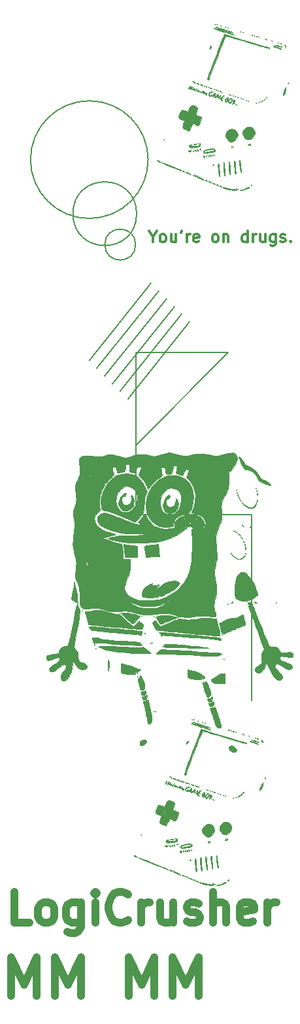
<source format=gbr>
G04 #@! TF.GenerationSoftware,KiCad,Pcbnew,5.0.2+dfsg1-1~bpo9+1*
G04 #@! TF.CreationDate,2020-01-13T16:50:13-08:00*
G04 #@! TF.ProjectId,default,64656661-756c-4742-9e6b-696361645f70,rev?*
G04 #@! TF.SameCoordinates,Original*
G04 #@! TF.FileFunction,Legend,Top*
G04 #@! TF.FilePolarity,Positive*
%FSLAX46Y46*%
G04 Gerber Fmt 4.6, Leading zero omitted, Abs format (unit mm)*
G04 Created by KiCad (PCBNEW 5.0.2+dfsg1-1~bpo9+1) date Mon 13 Jan 2020 04:50:13 PM PST*
%MOMM*%
%LPD*%
G01*
G04 APERTURE LIST*
%ADD10C,0.200000*%
%ADD11C,0.300000*%
%ADD12C,1.000000*%
%ADD13C,0.010000*%
%ADD14C,0.150000*%
G04 APERTURE END LIST*
D10*
X168000000Y-70000000D02*
X176000000Y-60000000D01*
X167000000Y-69000000D02*
X175000000Y-59000000D01*
X166000000Y-68000000D02*
X174000000Y-58000000D01*
X163000000Y-65000000D02*
X171000000Y-55000000D01*
X164000000Y-66000000D02*
X172000000Y-56000000D01*
X165000000Y-67000000D02*
X173000000Y-57000000D01*
D11*
X171214285Y-48964285D02*
X171214285Y-49678571D01*
X170714285Y-48178571D02*
X171214285Y-48964285D01*
X171714285Y-48178571D01*
X172428571Y-49678571D02*
X172285714Y-49607142D01*
X172214285Y-49535714D01*
X172142857Y-49392857D01*
X172142857Y-48964285D01*
X172214285Y-48821428D01*
X172285714Y-48750000D01*
X172428571Y-48678571D01*
X172642857Y-48678571D01*
X172785714Y-48750000D01*
X172857142Y-48821428D01*
X172928571Y-48964285D01*
X172928571Y-49392857D01*
X172857142Y-49535714D01*
X172785714Y-49607142D01*
X172642857Y-49678571D01*
X172428571Y-49678571D01*
X174214285Y-48678571D02*
X174214285Y-49678571D01*
X173571428Y-48678571D02*
X173571428Y-49464285D01*
X173642857Y-49607142D01*
X173785714Y-49678571D01*
X174000000Y-49678571D01*
X174142857Y-49607142D01*
X174214285Y-49535714D01*
X175000000Y-48178571D02*
X174857142Y-48464285D01*
X175642857Y-49678571D02*
X175642857Y-48678571D01*
X175642857Y-48964285D02*
X175714285Y-48821428D01*
X175785714Y-48750000D01*
X175928571Y-48678571D01*
X176071428Y-48678571D01*
X177142857Y-49607142D02*
X177000000Y-49678571D01*
X176714285Y-49678571D01*
X176571428Y-49607142D01*
X176500000Y-49464285D01*
X176500000Y-48892857D01*
X176571428Y-48750000D01*
X176714285Y-48678571D01*
X177000000Y-48678571D01*
X177142857Y-48750000D01*
X177214285Y-48892857D01*
X177214285Y-49035714D01*
X176500000Y-49178571D01*
X179214285Y-49678571D02*
X179071428Y-49607142D01*
X179000000Y-49535714D01*
X178928571Y-49392857D01*
X178928571Y-48964285D01*
X179000000Y-48821428D01*
X179071428Y-48750000D01*
X179214285Y-48678571D01*
X179428571Y-48678571D01*
X179571428Y-48750000D01*
X179642857Y-48821428D01*
X179714285Y-48964285D01*
X179714285Y-49392857D01*
X179642857Y-49535714D01*
X179571428Y-49607142D01*
X179428571Y-49678571D01*
X179214285Y-49678571D01*
X180357142Y-48678571D02*
X180357142Y-49678571D01*
X180357142Y-48821428D02*
X180428571Y-48750000D01*
X180571428Y-48678571D01*
X180785714Y-48678571D01*
X180928571Y-48750000D01*
X181000000Y-48892857D01*
X181000000Y-49678571D01*
X183500000Y-49678571D02*
X183500000Y-48178571D01*
X183500000Y-49607142D02*
X183357142Y-49678571D01*
X183071428Y-49678571D01*
X182928571Y-49607142D01*
X182857142Y-49535714D01*
X182785714Y-49392857D01*
X182785714Y-48964285D01*
X182857142Y-48821428D01*
X182928571Y-48750000D01*
X183071428Y-48678571D01*
X183357142Y-48678571D01*
X183500000Y-48750000D01*
X184214285Y-49678571D02*
X184214285Y-48678571D01*
X184214285Y-48964285D02*
X184285714Y-48821428D01*
X184357142Y-48750000D01*
X184500000Y-48678571D01*
X184642857Y-48678571D01*
X185785714Y-48678571D02*
X185785714Y-49678571D01*
X185142857Y-48678571D02*
X185142857Y-49464285D01*
X185214285Y-49607142D01*
X185357142Y-49678571D01*
X185571428Y-49678571D01*
X185714285Y-49607142D01*
X185785714Y-49535714D01*
X187142857Y-48678571D02*
X187142857Y-49892857D01*
X187071428Y-50035714D01*
X187000000Y-50107142D01*
X186857142Y-50178571D01*
X186642857Y-50178571D01*
X186500000Y-50107142D01*
X187142857Y-49607142D02*
X187000000Y-49678571D01*
X186714285Y-49678571D01*
X186571428Y-49607142D01*
X186500000Y-49535714D01*
X186428571Y-49392857D01*
X186428571Y-48964285D01*
X186500000Y-48821428D01*
X186571428Y-48750000D01*
X186714285Y-48678571D01*
X187000000Y-48678571D01*
X187142857Y-48750000D01*
X187785714Y-49607142D02*
X187928571Y-49678571D01*
X188214285Y-49678571D01*
X188357142Y-49607142D01*
X188428571Y-49464285D01*
X188428571Y-49392857D01*
X188357142Y-49250000D01*
X188214285Y-49178571D01*
X188000000Y-49178571D01*
X187857142Y-49107142D01*
X187785714Y-48964285D01*
X187785714Y-48892857D01*
X187857142Y-48750000D01*
X188000000Y-48678571D01*
X188214285Y-48678571D01*
X188357142Y-48750000D01*
X189071428Y-49535714D02*
X189142857Y-49607142D01*
X189071428Y-49678571D01*
X189000000Y-49607142D01*
X189071428Y-49535714D01*
X189071428Y-49678571D01*
D10*
X169000000Y-64000000D02*
X169000000Y-66000000D01*
X181000000Y-64000000D02*
X169000000Y-64000000D01*
X169000000Y-76000000D02*
X181000000Y-64000000D01*
X184000000Y-85000000D02*
X184000000Y-109000000D01*
X169000000Y-85000000D02*
X184000000Y-85000000D01*
X169000000Y-66000000D02*
X169000000Y-85000000D01*
X169000000Y-50000000D02*
G75*
G03X169000000Y-50000000I-2000000J0D01*
G01*
X169123106Y-46000000D02*
G75*
G03X169123106Y-46000000I-4123106J0D01*
G01*
X170615773Y-39000000D02*
G75*
G03X170615773Y-39000000I-7615773J0D01*
G01*
D12*
X152857142Y-147261904D02*
X152857142Y-142261904D01*
X154523809Y-145833333D01*
X156190476Y-142261904D01*
X156190476Y-147261904D01*
X158571428Y-147261904D02*
X158571428Y-142261904D01*
X160238095Y-145833333D01*
X161904761Y-142261904D01*
X161904761Y-147261904D01*
X168095238Y-147261904D02*
X168095238Y-142261904D01*
X169761904Y-145833333D01*
X171428571Y-142261904D01*
X171428571Y-147261904D01*
X173809523Y-147261904D02*
X173809523Y-142261904D01*
X175476190Y-145833333D01*
X177142857Y-142261904D01*
X177142857Y-147261904D01*
X155238095Y-137809523D02*
X153333333Y-137809523D01*
X153333333Y-133809523D01*
X157142857Y-137809523D02*
X156761904Y-137619047D01*
X156571428Y-137428571D01*
X156380952Y-137047619D01*
X156380952Y-135904761D01*
X156571428Y-135523809D01*
X156761904Y-135333333D01*
X157142857Y-135142857D01*
X157714285Y-135142857D01*
X158095238Y-135333333D01*
X158285714Y-135523809D01*
X158476190Y-135904761D01*
X158476190Y-137047619D01*
X158285714Y-137428571D01*
X158095238Y-137619047D01*
X157714285Y-137809523D01*
X157142857Y-137809523D01*
X161904761Y-135142857D02*
X161904761Y-138380952D01*
X161714285Y-138761904D01*
X161523809Y-138952380D01*
X161142857Y-139142857D01*
X160571428Y-139142857D01*
X160190476Y-138952380D01*
X161904761Y-137619047D02*
X161523809Y-137809523D01*
X160761904Y-137809523D01*
X160380952Y-137619047D01*
X160190476Y-137428571D01*
X160000000Y-137047619D01*
X160000000Y-135904761D01*
X160190476Y-135523809D01*
X160380952Y-135333333D01*
X160761904Y-135142857D01*
X161523809Y-135142857D01*
X161904761Y-135333333D01*
X163809523Y-137809523D02*
X163809523Y-135142857D01*
X163809523Y-133809523D02*
X163619047Y-134000000D01*
X163809523Y-134190476D01*
X164000000Y-134000000D01*
X163809523Y-133809523D01*
X163809523Y-134190476D01*
X168000000Y-137428571D02*
X167809523Y-137619047D01*
X167238095Y-137809523D01*
X166857142Y-137809523D01*
X166285714Y-137619047D01*
X165904761Y-137238095D01*
X165714285Y-136857142D01*
X165523809Y-136095238D01*
X165523809Y-135523809D01*
X165714285Y-134761904D01*
X165904761Y-134380952D01*
X166285714Y-134000000D01*
X166857142Y-133809523D01*
X167238095Y-133809523D01*
X167809523Y-134000000D01*
X168000000Y-134190476D01*
X169714285Y-137809523D02*
X169714285Y-135142857D01*
X169714285Y-135904761D02*
X169904761Y-135523809D01*
X170095238Y-135333333D01*
X170476190Y-135142857D01*
X170857142Y-135142857D01*
X173904761Y-135142857D02*
X173904761Y-137809523D01*
X172190476Y-135142857D02*
X172190476Y-137238095D01*
X172380952Y-137619047D01*
X172761904Y-137809523D01*
X173333333Y-137809523D01*
X173714285Y-137619047D01*
X173904761Y-137428571D01*
X175619047Y-137619047D02*
X176000000Y-137809523D01*
X176761904Y-137809523D01*
X177142857Y-137619047D01*
X177333333Y-137238095D01*
X177333333Y-137047619D01*
X177142857Y-136666666D01*
X176761904Y-136476190D01*
X176190476Y-136476190D01*
X175809523Y-136285714D01*
X175619047Y-135904761D01*
X175619047Y-135714285D01*
X175809523Y-135333333D01*
X176190476Y-135142857D01*
X176761904Y-135142857D01*
X177142857Y-135333333D01*
X179047619Y-137809523D02*
X179047619Y-133809523D01*
X180761904Y-137809523D02*
X180761904Y-135714285D01*
X180571428Y-135333333D01*
X180190476Y-135142857D01*
X179619047Y-135142857D01*
X179238095Y-135333333D01*
X179047619Y-135523809D01*
X184190476Y-137619047D02*
X183809523Y-137809523D01*
X183047619Y-137809523D01*
X182666666Y-137619047D01*
X182476190Y-137238095D01*
X182476190Y-135714285D01*
X182666666Y-135333333D01*
X183047619Y-135142857D01*
X183809523Y-135142857D01*
X184190476Y-135333333D01*
X184380952Y-135714285D01*
X184380952Y-136095238D01*
X182476190Y-136476190D01*
X186095238Y-137809523D02*
X186095238Y-135142857D01*
X186095238Y-135904761D02*
X186285714Y-135523809D01*
X186476190Y-135333333D01*
X186857142Y-135142857D01*
X187238095Y-135142857D01*
D13*
G04 #@! TO.C,*
G36*
X173935223Y-131077074D02*
X174043438Y-131165469D01*
X174256466Y-131288672D01*
X174463094Y-131389696D01*
X174722822Y-131514767D01*
X174829734Y-131581759D01*
X174790619Y-131589164D01*
X174612267Y-131535472D01*
X174311923Y-131423301D01*
X174026372Y-131285934D01*
X173882560Y-131158463D01*
X173868719Y-131111292D01*
X173889538Y-131029747D01*
X173935223Y-131077074D01*
X173935223Y-131077074D01*
G37*
X173935223Y-131077074D02*
X174043438Y-131165469D01*
X174256466Y-131288672D01*
X174463094Y-131389696D01*
X174722822Y-131514767D01*
X174829734Y-131581759D01*
X174790619Y-131589164D01*
X174612267Y-131535472D01*
X174311923Y-131423301D01*
X174026372Y-131285934D01*
X173882560Y-131158463D01*
X173868719Y-131111292D01*
X173889538Y-131029747D01*
X173935223Y-131077074D01*
G36*
X173701291Y-130998336D02*
X173728707Y-131059131D01*
X173730467Y-131168152D01*
X173695432Y-131186131D01*
X173622661Y-131117514D01*
X173613423Y-131059131D01*
X173631537Y-130946168D01*
X173646697Y-130932131D01*
X173701291Y-130998336D01*
X173701291Y-130998336D01*
G37*
X173701291Y-130998336D02*
X173728707Y-131059131D01*
X173730467Y-131168152D01*
X173695432Y-131186131D01*
X173622661Y-131117514D01*
X173613423Y-131059131D01*
X173631537Y-130946168D01*
X173646697Y-130932131D01*
X173701291Y-130998336D01*
G36*
X176771944Y-129565993D02*
X176791292Y-129725631D01*
X176801725Y-129926699D01*
X176826328Y-130230370D01*
X176859783Y-130571036D01*
X176859919Y-130572297D01*
X176884275Y-130891874D01*
X176880295Y-131106883D01*
X176848568Y-131186128D01*
X176848306Y-131186131D01*
X176805106Y-131108419D01*
X176760440Y-130902535D01*
X176722646Y-130609356D01*
X176716179Y-130538356D01*
X176681082Y-130088183D01*
X176665581Y-129782478D01*
X176669875Y-129597490D01*
X176694161Y-129509470D01*
X176724923Y-129492797D01*
X176771944Y-129565993D01*
X176771944Y-129565993D01*
G37*
X176771944Y-129565993D02*
X176791292Y-129725631D01*
X176801725Y-129926699D01*
X176826328Y-130230370D01*
X176859783Y-130571036D01*
X176859919Y-130572297D01*
X176884275Y-130891874D01*
X176880295Y-131106883D01*
X176848568Y-131186128D01*
X176848306Y-131186131D01*
X176805106Y-131108419D01*
X176760440Y-130902535D01*
X176722646Y-130609356D01*
X176716179Y-130538356D01*
X176681082Y-130088183D01*
X176665581Y-129782478D01*
X176669875Y-129597490D01*
X176694161Y-129509470D01*
X176724923Y-129492797D01*
X176771944Y-129565993D01*
G36*
X173431007Y-130966379D02*
X173521188Y-131045084D01*
X173528756Y-131064127D01*
X173488575Y-131098926D01*
X173404919Y-131020951D01*
X173393671Y-131003715D01*
X173383692Y-130945778D01*
X173431007Y-130966379D01*
X173431007Y-130966379D01*
G37*
X173431007Y-130966379D02*
X173521188Y-131045084D01*
X173528756Y-131064127D01*
X173488575Y-131098926D01*
X173404919Y-131020951D01*
X173393671Y-131003715D01*
X173383692Y-130945778D01*
X173431007Y-130966379D01*
G36*
X177468299Y-129394889D02*
X177482327Y-129513964D01*
X177486310Y-129686000D01*
X177503902Y-129971759D01*
X177531585Y-130316500D01*
X177539436Y-130402964D01*
X177567285Y-130775031D01*
X177570444Y-131012614D01*
X177550000Y-131106150D01*
X177507040Y-131046079D01*
X177476835Y-130953297D01*
X177436381Y-130747697D01*
X177403185Y-130461380D01*
X177379160Y-130137451D01*
X177366221Y-129819013D01*
X177366283Y-129549171D01*
X177381259Y-129371028D01*
X177404452Y-129323464D01*
X177468299Y-129394889D01*
X177468299Y-129394889D01*
G37*
X177468299Y-129394889D02*
X177482327Y-129513964D01*
X177486310Y-129686000D01*
X177503902Y-129971759D01*
X177531585Y-130316500D01*
X177539436Y-130402964D01*
X177567285Y-130775031D01*
X177570444Y-131012614D01*
X177550000Y-131106150D01*
X177507040Y-131046079D01*
X177476835Y-130953297D01*
X177436381Y-130747697D01*
X177403185Y-130461380D01*
X177379160Y-130137451D01*
X177366221Y-129819013D01*
X177366283Y-129549171D01*
X177381259Y-129371028D01*
X177404452Y-129323464D01*
X177468299Y-129394889D01*
G36*
X174048164Y-119126024D02*
X174121423Y-119163464D01*
X174187919Y-119226956D01*
X174126363Y-119234972D01*
X173968689Y-119187513D01*
X173909756Y-119163464D01*
X173814331Y-119105719D01*
X173867423Y-119086044D01*
X174048164Y-119126024D01*
X174048164Y-119126024D01*
G37*
X174048164Y-119126024D02*
X174121423Y-119163464D01*
X174187919Y-119226956D01*
X174126363Y-119234972D01*
X173968689Y-119187513D01*
X173909756Y-119163464D01*
X173814331Y-119105719D01*
X173867423Y-119086044D01*
X174048164Y-119126024D01*
G36*
X185777200Y-119022353D02*
X185787333Y-119122832D01*
X185777200Y-119135242D01*
X185726866Y-119123619D01*
X185720756Y-119078797D01*
X185751734Y-119009107D01*
X185777200Y-119022353D01*
X185777200Y-119022353D01*
G37*
X185777200Y-119022353D02*
X185787333Y-119122832D01*
X185777200Y-119135242D01*
X185726866Y-119123619D01*
X185720756Y-119078797D01*
X185751734Y-119009107D01*
X185777200Y-119022353D01*
G36*
X173401146Y-118845514D02*
X173486423Y-118906673D01*
X173629155Y-119010676D01*
X173691034Y-119054839D01*
X173663206Y-119077648D01*
X173637901Y-119078797D01*
X173519928Y-119018814D01*
X173433289Y-118930631D01*
X173361144Y-118831607D01*
X173401146Y-118845514D01*
X173401146Y-118845514D01*
G37*
X173401146Y-118845514D02*
X173486423Y-118906673D01*
X173629155Y-119010676D01*
X173691034Y-119054839D01*
X173663206Y-119077648D01*
X173637901Y-119078797D01*
X173519928Y-119018814D01*
X173433289Y-118930631D01*
X173361144Y-118831607D01*
X173401146Y-118845514D01*
G36*
X177542616Y-112773006D02*
X177762117Y-112834576D01*
X178099352Y-112932976D01*
X178532332Y-113061502D01*
X179039071Y-113213446D01*
X179597582Y-113382102D01*
X180185876Y-113560765D01*
X180781968Y-113742728D01*
X181363869Y-113921286D01*
X181909593Y-114089731D01*
X182397151Y-114241358D01*
X182804558Y-114369461D01*
X183109825Y-114467333D01*
X183290965Y-114528269D01*
X183331891Y-114545044D01*
X183346471Y-114579897D01*
X183282872Y-114584465D01*
X183126464Y-114555133D01*
X182862614Y-114488287D01*
X182476691Y-114380314D01*
X181954063Y-114227597D01*
X181502303Y-114093113D01*
X180621358Y-113829815D01*
X179888614Y-113611525D01*
X179290146Y-113434371D01*
X178812029Y-113294480D01*
X178440338Y-113187983D01*
X178161150Y-113111006D01*
X177960538Y-113059679D01*
X177824578Y-113030130D01*
X177739346Y-113018487D01*
X177690917Y-113020879D01*
X177672370Y-113028253D01*
X177627504Y-113070147D01*
X177573127Y-113155364D01*
X177501476Y-113302367D01*
X177404791Y-113529622D01*
X177275309Y-113855594D01*
X177105268Y-114298748D01*
X176886908Y-114877549D01*
X176819539Y-115057131D01*
X176526310Y-115836676D01*
X176279439Y-116486535D01*
X176067561Y-117036209D01*
X175879312Y-117515202D01*
X175715590Y-117922826D01*
X175616842Y-118190487D01*
X175550950Y-118415012D01*
X175536859Y-118494326D01*
X175471017Y-118631512D01*
X175346177Y-118648787D01*
X175290255Y-118610741D01*
X175300176Y-118518219D01*
X175362159Y-118303419D01*
X175465298Y-118001252D01*
X175561330Y-117742908D01*
X175681044Y-117430204D01*
X175848276Y-116992422D01*
X176050364Y-116462761D01*
X176274644Y-115874423D01*
X176508453Y-115260607D01*
X176666476Y-114845464D01*
X176877843Y-114290092D01*
X177068375Y-113789626D01*
X177230107Y-113364972D01*
X177355073Y-113037040D01*
X177435308Y-112826738D01*
X177462835Y-112754974D01*
X177542616Y-112773006D01*
X177542616Y-112773006D01*
G37*
X177542616Y-112773006D02*
X177762117Y-112834576D01*
X178099352Y-112932976D01*
X178532332Y-113061502D01*
X179039071Y-113213446D01*
X179597582Y-113382102D01*
X180185876Y-113560765D01*
X180781968Y-113742728D01*
X181363869Y-113921286D01*
X181909593Y-114089731D01*
X182397151Y-114241358D01*
X182804558Y-114369461D01*
X183109825Y-114467333D01*
X183290965Y-114528269D01*
X183331891Y-114545044D01*
X183346471Y-114579897D01*
X183282872Y-114584465D01*
X183126464Y-114555133D01*
X182862614Y-114488287D01*
X182476691Y-114380314D01*
X181954063Y-114227597D01*
X181502303Y-114093113D01*
X180621358Y-113829815D01*
X179888614Y-113611525D01*
X179290146Y-113434371D01*
X178812029Y-113294480D01*
X178440338Y-113187983D01*
X178161150Y-113111006D01*
X177960538Y-113059679D01*
X177824578Y-113030130D01*
X177739346Y-113018487D01*
X177690917Y-113020879D01*
X177672370Y-113028253D01*
X177627504Y-113070147D01*
X177573127Y-113155364D01*
X177501476Y-113302367D01*
X177404791Y-113529622D01*
X177275309Y-113855594D01*
X177105268Y-114298748D01*
X176886908Y-114877549D01*
X176819539Y-115057131D01*
X176526310Y-115836676D01*
X176279439Y-116486535D01*
X176067561Y-117036209D01*
X175879312Y-117515202D01*
X175715590Y-117922826D01*
X175616842Y-118190487D01*
X175550950Y-118415012D01*
X175536859Y-118494326D01*
X175471017Y-118631512D01*
X175346177Y-118648787D01*
X175290255Y-118610741D01*
X175300176Y-118518219D01*
X175362159Y-118303419D01*
X175465298Y-118001252D01*
X175561330Y-117742908D01*
X175681044Y-117430204D01*
X175848276Y-116992422D01*
X176050364Y-116462761D01*
X176274644Y-115874423D01*
X176508453Y-115260607D01*
X176666476Y-114845464D01*
X176877843Y-114290092D01*
X177068375Y-113789626D01*
X177230107Y-113364972D01*
X177355073Y-113037040D01*
X177435308Y-112826738D01*
X177462835Y-112754974D01*
X177542616Y-112773006D01*
G36*
X175798051Y-114293341D02*
X175805716Y-114401021D01*
X175737115Y-114538979D01*
X175679624Y-114598212D01*
X175582854Y-114659794D01*
X175564092Y-114589252D01*
X175573791Y-114509378D01*
X175636084Y-114340043D01*
X175708923Y-114273540D01*
X175798051Y-114293341D01*
X175798051Y-114293341D01*
G37*
X175798051Y-114293341D02*
X175805716Y-114401021D01*
X175737115Y-114538979D01*
X175679624Y-114598212D01*
X175582854Y-114659794D01*
X175564092Y-114589252D01*
X175573791Y-114509378D01*
X175636084Y-114340043D01*
X175708923Y-114273540D01*
X175798051Y-114293341D01*
G36*
X184089637Y-114334752D02*
X184340428Y-114404650D01*
X184585170Y-114485845D01*
X184769032Y-114562191D01*
X184827523Y-114599151D01*
X184865247Y-114658155D01*
X184786905Y-114660434D01*
X184576833Y-114603833D01*
X184366089Y-114535738D01*
X184113148Y-114451754D01*
X183917061Y-114387251D01*
X183867138Y-114371096D01*
X183784258Y-114316466D01*
X183789239Y-114293425D01*
X183887630Y-114292295D01*
X184089637Y-114334752D01*
X184089637Y-114334752D01*
G37*
X184089637Y-114334752D02*
X184340428Y-114404650D01*
X184585170Y-114485845D01*
X184769032Y-114562191D01*
X184827523Y-114599151D01*
X184865247Y-114658155D01*
X184786905Y-114660434D01*
X184576833Y-114603833D01*
X184366089Y-114535738D01*
X184113148Y-114451754D01*
X183917061Y-114387251D01*
X183867138Y-114371096D01*
X183784258Y-114316466D01*
X183789239Y-114293425D01*
X183887630Y-114292295D01*
X184089637Y-114334752D01*
G36*
X180693534Y-132565353D02*
X180653819Y-132619616D01*
X180497845Y-132702612D01*
X180272132Y-132796421D01*
X180023199Y-132883118D01*
X179797566Y-132944784D01*
X179658449Y-132964131D01*
X179502959Y-132953612D01*
X179462478Y-132929865D01*
X179561243Y-132895850D01*
X179761817Y-132854522D01*
X179820039Y-132844899D01*
X180114068Y-132772907D01*
X180386872Y-132667608D01*
X180399407Y-132661255D01*
X180581500Y-132581703D01*
X180688312Y-132562227D01*
X180693534Y-132565353D01*
X180693534Y-132565353D01*
G37*
X180693534Y-132565353D02*
X180653819Y-132619616D01*
X180497845Y-132702612D01*
X180272132Y-132796421D01*
X180023199Y-132883118D01*
X179797566Y-132944784D01*
X179658449Y-132964131D01*
X179502959Y-132953612D01*
X179462478Y-132929865D01*
X179561243Y-132895850D01*
X179761817Y-132854522D01*
X179820039Y-132844899D01*
X180114068Y-132772907D01*
X180386872Y-132667608D01*
X180399407Y-132661255D01*
X180581500Y-132581703D01*
X180688312Y-132562227D01*
X180693534Y-132565353D01*
G36*
X175957259Y-128376256D02*
X175967353Y-128508579D01*
X175950575Y-128538533D01*
X175912093Y-128513282D01*
X175906107Y-128427408D01*
X175926784Y-128337066D01*
X175957259Y-128376256D01*
X175957259Y-128376256D01*
G37*
X175957259Y-128376256D02*
X175967353Y-128508579D01*
X175950575Y-128538533D01*
X175912093Y-128513282D01*
X175906107Y-128427408D01*
X175926784Y-128337066D01*
X175957259Y-128376256D01*
G36*
X176234644Y-128368924D02*
X176238089Y-128392131D01*
X176209202Y-128474596D01*
X176200753Y-128476797D01*
X176128467Y-128417468D01*
X176111089Y-128392131D01*
X176117802Y-128314112D01*
X176148426Y-128307464D01*
X176234644Y-128368924D01*
X176234644Y-128368924D01*
G37*
X176234644Y-128368924D02*
X176238089Y-128392131D01*
X176209202Y-128474596D01*
X176200753Y-128476797D01*
X176128467Y-128417468D01*
X176111089Y-128392131D01*
X176117802Y-128314112D01*
X176148426Y-128307464D01*
X176234644Y-128368924D01*
G36*
X176214470Y-127638915D02*
X176283657Y-127759392D01*
X176243555Y-127875287D01*
X176113948Y-127961354D01*
X175869521Y-128037734D01*
X175562858Y-128097057D01*
X175246541Y-128131956D01*
X174973155Y-128135064D01*
X174795283Y-128099011D01*
X174770534Y-128081686D01*
X174738990Y-127982997D01*
X174849865Y-127982997D01*
X174962838Y-128031179D01*
X175083478Y-128018774D01*
X175271659Y-127979923D01*
X175548646Y-127936243D01*
X175708923Y-127915074D01*
X176005290Y-127858411D01*
X176141753Y-127778793D01*
X176153423Y-127740286D01*
X176117201Y-127670030D01*
X175984707Y-127651364D01*
X175751256Y-127674130D01*
X175357132Y-127741702D01*
X175059478Y-127821443D01*
X174882555Y-127905040D01*
X174849865Y-127982997D01*
X174738990Y-127982997D01*
X174730977Y-127957929D01*
X174843131Y-127835272D01*
X175089569Y-127722968D01*
X175452864Y-127630276D01*
X175693699Y-127591340D01*
X176012002Y-127579894D01*
X176214470Y-127638915D01*
X176214470Y-127638915D01*
G37*
X176214470Y-127638915D02*
X176283657Y-127759392D01*
X176243555Y-127875287D01*
X176113948Y-127961354D01*
X175869521Y-128037734D01*
X175562858Y-128097057D01*
X175246541Y-128131956D01*
X174973155Y-128135064D01*
X174795283Y-128099011D01*
X174770534Y-128081686D01*
X174738990Y-127982997D01*
X174849865Y-127982997D01*
X174962838Y-128031179D01*
X175083478Y-128018774D01*
X175271659Y-127979923D01*
X175548646Y-127936243D01*
X175708923Y-127915074D01*
X176005290Y-127858411D01*
X176141753Y-127778793D01*
X176153423Y-127740286D01*
X176117201Y-127670030D01*
X175984707Y-127651364D01*
X175751256Y-127674130D01*
X175357132Y-127741702D01*
X175059478Y-127821443D01*
X174882555Y-127905040D01*
X174849865Y-127982997D01*
X174738990Y-127982997D01*
X174730977Y-127957929D01*
X174843131Y-127835272D01*
X175089569Y-127722968D01*
X175452864Y-127630276D01*
X175693699Y-127591340D01*
X176012002Y-127579894D01*
X176214470Y-127638915D01*
G36*
X173190089Y-127813413D02*
X173123278Y-127911034D01*
X172977663Y-127945337D01*
X172835471Y-127905373D01*
X172797675Y-127865661D01*
X172792799Y-127813738D01*
X172842050Y-127836004D01*
X172983909Y-127841690D01*
X173066798Y-127796386D01*
X173165480Y-127738846D01*
X173190089Y-127813413D01*
X173190089Y-127813413D01*
G37*
X173190089Y-127813413D02*
X173123278Y-127911034D01*
X172977663Y-127945337D01*
X172835471Y-127905373D01*
X172797675Y-127865661D01*
X172792799Y-127813738D01*
X172842050Y-127836004D01*
X172983909Y-127841690D01*
X173066798Y-127796386D01*
X173165480Y-127738846D01*
X173190089Y-127813413D01*
G36*
X173431007Y-127833712D02*
X173521901Y-127918963D01*
X173503255Y-127967973D01*
X173491419Y-127968797D01*
X173419807Y-127908660D01*
X173393671Y-127871049D01*
X173383692Y-127813112D01*
X173431007Y-127833712D01*
X173431007Y-127833712D01*
G37*
X173431007Y-127833712D02*
X173521901Y-127918963D01*
X173503255Y-127967973D01*
X173491419Y-127968797D01*
X173419807Y-127908660D01*
X173393671Y-127871049D01*
X173383692Y-127813112D01*
X173431007Y-127833712D01*
G36*
X173807760Y-127776341D02*
X173825089Y-127799464D01*
X173805895Y-127871947D01*
X173745419Y-127884131D01*
X173629577Y-127839926D01*
X173613423Y-127799464D01*
X173674190Y-127717221D01*
X173693092Y-127714797D01*
X173807760Y-127776341D01*
X173807760Y-127776341D01*
G37*
X173807760Y-127776341D02*
X173825089Y-127799464D01*
X173805895Y-127871947D01*
X173745419Y-127884131D01*
X173629577Y-127839926D01*
X173613423Y-127799464D01*
X173674190Y-127717221D01*
X173693092Y-127714797D01*
X173807760Y-127776341D01*
G36*
X181713200Y-113011019D02*
X181701578Y-113061354D01*
X181656756Y-113067464D01*
X181587066Y-113036486D01*
X181600311Y-113011019D01*
X181700791Y-113000886D01*
X181713200Y-113011019D01*
X181713200Y-113011019D01*
G37*
X181713200Y-113011019D02*
X181701578Y-113061354D01*
X181656756Y-113067464D01*
X181587066Y-113036486D01*
X181600311Y-113011019D01*
X181700791Y-113000886D01*
X181713200Y-113011019D01*
G36*
X181402756Y-112940464D02*
X181360423Y-112982797D01*
X181318089Y-112940464D01*
X181360423Y-112898131D01*
X181402756Y-112940464D01*
X181402756Y-112940464D01*
G37*
X181402756Y-112940464D02*
X181360423Y-112982797D01*
X181318089Y-112940464D01*
X181360423Y-112898131D01*
X181402756Y-112940464D01*
G36*
X181120534Y-112841686D02*
X181108911Y-112892020D01*
X181064089Y-112898131D01*
X180994399Y-112867152D01*
X181007645Y-112841686D01*
X181108124Y-112831553D01*
X181120534Y-112841686D01*
X181120534Y-112841686D01*
G37*
X181120534Y-112841686D02*
X181108911Y-112892020D01*
X181064089Y-112898131D01*
X180994399Y-112867152D01*
X181007645Y-112841686D01*
X181108124Y-112831553D01*
X181120534Y-112841686D01*
G36*
X176309176Y-111991256D02*
X176552256Y-112057169D01*
X176880872Y-112153340D01*
X177259295Y-112268571D01*
X177651796Y-112391667D01*
X178022644Y-112511430D01*
X178336112Y-112616665D01*
X178556468Y-112696174D01*
X178646856Y-112737526D01*
X178684572Y-112781853D01*
X178666355Y-112799955D01*
X178572828Y-112787255D01*
X178384612Y-112739175D01*
X178082329Y-112651138D01*
X177646602Y-112518565D01*
X177405331Y-112444240D01*
X176852929Y-112269239D01*
X176455045Y-112133097D01*
X176214131Y-112036775D01*
X176132641Y-111981235D01*
X176187363Y-111966797D01*
X176309176Y-111991256D01*
X176309176Y-111991256D01*
G37*
X176309176Y-111991256D02*
X176552256Y-112057169D01*
X176880872Y-112153340D01*
X177259295Y-112268571D01*
X177651796Y-112391667D01*
X178022644Y-112511430D01*
X178336112Y-112616665D01*
X178556468Y-112696174D01*
X178646856Y-112737526D01*
X178684572Y-112781853D01*
X178666355Y-112799955D01*
X178572828Y-112787255D01*
X178384612Y-112739175D01*
X178082329Y-112651138D01*
X177646602Y-112518565D01*
X177405331Y-112444240D01*
X176852929Y-112269239D01*
X176455045Y-112133097D01*
X176214131Y-112036775D01*
X176132641Y-111981235D01*
X176187363Y-111966797D01*
X176309176Y-111991256D01*
G36*
X176477691Y-111831208D02*
X176640806Y-111872605D01*
X176896437Y-111948609D01*
X177264897Y-112065051D01*
X177766503Y-112227761D01*
X177973756Y-112295564D01*
X178284738Y-112401438D01*
X178507404Y-112485132D01*
X178613991Y-112535711D01*
X178608756Y-112545653D01*
X178433199Y-112519313D01*
X178270089Y-112473233D01*
X178102411Y-112418814D01*
X177817115Y-112329516D01*
X177458758Y-112219193D01*
X177182584Y-112135145D01*
X176832374Y-112024515D01*
X176556614Y-111928605D01*
X176386443Y-111858836D01*
X176347747Y-111828917D01*
X176386776Y-111818589D01*
X176477691Y-111831208D01*
X176477691Y-111831208D01*
G37*
X176477691Y-111831208D02*
X176640806Y-111872605D01*
X176896437Y-111948609D01*
X177264897Y-112065051D01*
X177766503Y-112227761D01*
X177973756Y-112295564D01*
X178284738Y-112401438D01*
X178507404Y-112485132D01*
X178613991Y-112535711D01*
X178608756Y-112545653D01*
X178433199Y-112519313D01*
X178270089Y-112473233D01*
X178102411Y-112418814D01*
X177817115Y-112329516D01*
X177458758Y-112219193D01*
X177182584Y-112135145D01*
X176832374Y-112024515D01*
X176556614Y-111928605D01*
X176386443Y-111858836D01*
X176347747Y-111828917D01*
X176386776Y-111818589D01*
X176477691Y-111831208D01*
G36*
X179963423Y-112517131D02*
X179921089Y-112559464D01*
X179878756Y-112517131D01*
X179921089Y-112474797D01*
X179963423Y-112517131D01*
X179963423Y-112517131D01*
G37*
X179963423Y-112517131D02*
X179921089Y-112559464D01*
X179878756Y-112517131D01*
X179921089Y-112474797D01*
X179963423Y-112517131D01*
G36*
X179624756Y-112432464D02*
X179582423Y-112474797D01*
X179540089Y-112432464D01*
X179582423Y-112390131D01*
X179624756Y-112432464D01*
X179624756Y-112432464D01*
G37*
X179624756Y-112432464D02*
X179582423Y-112474797D01*
X179540089Y-112432464D01*
X179582423Y-112390131D01*
X179624756Y-112432464D01*
G36*
X178016089Y-111924464D02*
X177973756Y-111966797D01*
X177931423Y-111924464D01*
X177973756Y-111882131D01*
X178016089Y-111924464D01*
X178016089Y-111924464D01*
G37*
X178016089Y-111924464D02*
X177973756Y-111966797D01*
X177931423Y-111924464D01*
X177973756Y-111882131D01*
X178016089Y-111924464D01*
G36*
X174898179Y-120164368D02*
X174928044Y-120246365D01*
X174951067Y-120328290D01*
X175029872Y-120331032D01*
X175166383Y-120378374D01*
X175204061Y-120454631D01*
X175193989Y-120582108D01*
X175091612Y-120576520D01*
X174908431Y-120438586D01*
X174905610Y-120435963D01*
X174902071Y-120433464D01*
X175052756Y-120433464D01*
X175083734Y-120503154D01*
X175109200Y-120489908D01*
X175119333Y-120389429D01*
X175109200Y-120377019D01*
X175058866Y-120388642D01*
X175052756Y-120433464D01*
X174902071Y-120433464D01*
X174760214Y-120333316D01*
X174685720Y-120369928D01*
X174684663Y-120372463D01*
X174646722Y-120425472D01*
X174636107Y-120364967D01*
X174582635Y-120294815D01*
X174544756Y-120306464D01*
X174468892Y-120291582D01*
X174460089Y-120247961D01*
X174535758Y-120165063D01*
X174715025Y-120137131D01*
X174898179Y-120164368D01*
X174898179Y-120164368D01*
G37*
X174898179Y-120164368D02*
X174928044Y-120246365D01*
X174951067Y-120328290D01*
X175029872Y-120331032D01*
X175166383Y-120378374D01*
X175204061Y-120454631D01*
X175193989Y-120582108D01*
X175091612Y-120576520D01*
X174908431Y-120438586D01*
X174905610Y-120435963D01*
X174902071Y-120433464D01*
X175052756Y-120433464D01*
X175083734Y-120503154D01*
X175109200Y-120489908D01*
X175119333Y-120389429D01*
X175109200Y-120377019D01*
X175058866Y-120388642D01*
X175052756Y-120433464D01*
X174902071Y-120433464D01*
X174760214Y-120333316D01*
X174685720Y-120369928D01*
X174684663Y-120372463D01*
X174646722Y-120425472D01*
X174636107Y-120364967D01*
X174582635Y-120294815D01*
X174544756Y-120306464D01*
X174468892Y-120291582D01*
X174460089Y-120247961D01*
X174535758Y-120165063D01*
X174715025Y-120137131D01*
X174898179Y-120164368D01*
G36*
X178185423Y-120560464D02*
X178143089Y-120602797D01*
X178100756Y-120560464D01*
X178143089Y-120518131D01*
X178185423Y-120560464D01*
X178185423Y-120560464D01*
G37*
X178185423Y-120560464D02*
X178143089Y-120602797D01*
X178100756Y-120560464D01*
X178143089Y-120518131D01*
X178185423Y-120560464D01*
G36*
X174163756Y-120010131D02*
X174169910Y-120150493D01*
X174140535Y-120194218D01*
X174036745Y-120224603D01*
X173994423Y-120179464D01*
X173992567Y-120137131D01*
X174036756Y-120137131D01*
X174079089Y-120179464D01*
X174121423Y-120137131D01*
X174079089Y-120094797D01*
X174036756Y-120137131D01*
X173992567Y-120137131D01*
X173988269Y-120039101D01*
X174017644Y-119995376D01*
X174121433Y-119964991D01*
X174163756Y-120010131D01*
X174163756Y-120010131D01*
G37*
X174163756Y-120010131D02*
X174169910Y-120150493D01*
X174140535Y-120194218D01*
X174036745Y-120224603D01*
X173994423Y-120179464D01*
X173992567Y-120137131D01*
X174036756Y-120137131D01*
X174079089Y-120179464D01*
X174121423Y-120137131D01*
X174079089Y-120094797D01*
X174036756Y-120137131D01*
X173992567Y-120137131D01*
X173988269Y-120039101D01*
X174017644Y-119995376D01*
X174121433Y-119964991D01*
X174163756Y-120010131D01*
G36*
X174347200Y-120123019D02*
X174357333Y-120223499D01*
X174347200Y-120235908D01*
X174296866Y-120224286D01*
X174290756Y-120179464D01*
X174321734Y-120109774D01*
X174347200Y-120123019D01*
X174347200Y-120123019D01*
G37*
X174347200Y-120123019D02*
X174357333Y-120223499D01*
X174347200Y-120235908D01*
X174296866Y-120224286D01*
X174290756Y-120179464D01*
X174321734Y-120109774D01*
X174347200Y-120123019D01*
G36*
X177169423Y-120221797D02*
X177127089Y-120264131D01*
X177084756Y-120221797D01*
X177127089Y-120179464D01*
X177169423Y-120221797D01*
X177169423Y-120221797D01*
G37*
X177169423Y-120221797D02*
X177127089Y-120264131D01*
X177084756Y-120221797D01*
X177127089Y-120179464D01*
X177169423Y-120221797D01*
G36*
X176971867Y-120123019D02*
X176960245Y-120173354D01*
X176915423Y-120179464D01*
X176845732Y-120148486D01*
X176858978Y-120123019D01*
X176959458Y-120112886D01*
X176971867Y-120123019D01*
X176971867Y-120123019D01*
G37*
X176971867Y-120123019D02*
X176960245Y-120173354D01*
X176915423Y-120179464D01*
X176845732Y-120148486D01*
X176858978Y-120123019D01*
X176959458Y-120112886D01*
X176971867Y-120123019D01*
G36*
X173631685Y-119823767D02*
X173688662Y-119962268D01*
X173666215Y-120070226D01*
X173623121Y-120046229D01*
X173612126Y-119960742D01*
X173598218Y-119853875D01*
X173542438Y-119904719D01*
X173528756Y-119925464D01*
X173463142Y-120003299D01*
X173445659Y-119923278D01*
X173445386Y-119904297D01*
X173485411Y-119778718D01*
X173531413Y-119756131D01*
X173631685Y-119823767D01*
X173631685Y-119823767D01*
G37*
X173631685Y-119823767D02*
X173688662Y-119962268D01*
X173666215Y-120070226D01*
X173623121Y-120046229D01*
X173612126Y-119960742D01*
X173598218Y-119853875D01*
X173542438Y-119904719D01*
X173528756Y-119925464D01*
X173463142Y-120003299D01*
X173445659Y-119923278D01*
X173445386Y-119904297D01*
X173485411Y-119778718D01*
X173531413Y-119756131D01*
X173631685Y-119823767D01*
G36*
X173949496Y-119798464D02*
X173907340Y-119937603D01*
X173867423Y-120010131D01*
X173800335Y-120077900D01*
X173785349Y-120052464D01*
X173827505Y-119913325D01*
X173867423Y-119840797D01*
X173934510Y-119773028D01*
X173949496Y-119798464D01*
X173949496Y-119798464D01*
G37*
X173949496Y-119798464D02*
X173907340Y-119937603D01*
X173867423Y-120010131D01*
X173800335Y-120077900D01*
X173785349Y-120052464D01*
X173827505Y-119913325D01*
X173867423Y-119840797D01*
X173934510Y-119773028D01*
X173949496Y-119798464D01*
G36*
X176746089Y-120052464D02*
X176703756Y-120094797D01*
X176661423Y-120052464D01*
X176703756Y-120010131D01*
X176746089Y-120052464D01*
X176746089Y-120052464D01*
G37*
X176746089Y-120052464D02*
X176703756Y-120094797D01*
X176661423Y-120052464D01*
X176703756Y-120010131D01*
X176746089Y-120052464D01*
G36*
X176463867Y-119953686D02*
X176452245Y-120004020D01*
X176407423Y-120010131D01*
X176337732Y-119979152D01*
X176350978Y-119953686D01*
X176451458Y-119943553D01*
X176463867Y-119953686D01*
X176463867Y-119953686D01*
G37*
X176463867Y-119953686D02*
X176452245Y-120004020D01*
X176407423Y-120010131D01*
X176337732Y-119979152D01*
X176350978Y-119953686D01*
X176451458Y-119943553D01*
X176463867Y-119953686D01*
G36*
X173263291Y-119587726D02*
X173207027Y-119771423D01*
X173198744Y-119792844D01*
X173129662Y-119890712D01*
X173085202Y-119876577D01*
X173091053Y-119754251D01*
X173155264Y-119633181D01*
X173245106Y-119538229D01*
X173263291Y-119587726D01*
X173263291Y-119587726D01*
G37*
X173263291Y-119587726D02*
X173207027Y-119771423D01*
X173198744Y-119792844D01*
X173129662Y-119890712D01*
X173085202Y-119876577D01*
X173091053Y-119754251D01*
X173155264Y-119633181D01*
X173245106Y-119538229D01*
X173263291Y-119587726D01*
G36*
X173331200Y-119784353D02*
X173341333Y-119884832D01*
X173331200Y-119897242D01*
X173280866Y-119885619D01*
X173274756Y-119840797D01*
X173305734Y-119771107D01*
X173331200Y-119784353D01*
X173331200Y-119784353D01*
G37*
X173331200Y-119784353D02*
X173341333Y-119884832D01*
X173331200Y-119897242D01*
X173280866Y-119885619D01*
X173274756Y-119840797D01*
X173305734Y-119771107D01*
X173331200Y-119784353D01*
G36*
X176238089Y-119883131D02*
X176195756Y-119925464D01*
X176153423Y-119883131D01*
X176195756Y-119840797D01*
X176238089Y-119883131D01*
X176238089Y-119883131D01*
G37*
X176238089Y-119883131D02*
X176195756Y-119925464D01*
X176153423Y-119883131D01*
X176195756Y-119840797D01*
X176238089Y-119883131D01*
G36*
X179286089Y-132837131D02*
X179243756Y-132879464D01*
X179201423Y-132837131D01*
X179243756Y-132794797D01*
X179286089Y-132837131D01*
X179286089Y-132837131D01*
G37*
X179286089Y-132837131D02*
X179243756Y-132879464D01*
X179201423Y-132837131D01*
X179243756Y-132794797D01*
X179286089Y-132837131D01*
G36*
X173847243Y-126979291D02*
X173867035Y-127002177D01*
X173745448Y-127015019D01*
X173655756Y-127016112D01*
X173491792Y-127007776D01*
X173466916Y-126988654D01*
X173508576Y-126977582D01*
X173729186Y-126963951D01*
X173847243Y-126979291D01*
X173847243Y-126979291D01*
G37*
X173847243Y-126979291D02*
X173867035Y-127002177D01*
X173745448Y-127015019D01*
X173655756Y-127016112D01*
X173491792Y-127007776D01*
X173466916Y-126988654D01*
X173508576Y-126977582D01*
X173729186Y-126963951D01*
X173847243Y-126979291D01*
G36*
X174121423Y-126910464D02*
X174079089Y-126952797D01*
X174036756Y-126910464D01*
X174079089Y-126868131D01*
X174121423Y-126910464D01*
X174121423Y-126910464D01*
G37*
X174121423Y-126910464D02*
X174079089Y-126952797D01*
X174036756Y-126910464D01*
X174079089Y-126868131D01*
X174121423Y-126910464D01*
G36*
X178764190Y-125103441D02*
X178930940Y-125216254D01*
X179149892Y-125495466D01*
X179213550Y-125814741D01*
X179120937Y-126144428D01*
X178968589Y-126359005D01*
X178670679Y-126600417D01*
X178372257Y-126673812D01*
X178077196Y-126578757D01*
X177939252Y-126474393D01*
X177692895Y-126168271D01*
X177608333Y-125849696D01*
X177687379Y-125535217D01*
X177816397Y-125352813D01*
X178123148Y-125106979D01*
X178444551Y-125023185D01*
X178764190Y-125103441D01*
X178764190Y-125103441D01*
G37*
X178764190Y-125103441D02*
X178930940Y-125216254D01*
X179149892Y-125495466D01*
X179213550Y-125814741D01*
X179120937Y-126144428D01*
X178968589Y-126359005D01*
X178670679Y-126600417D01*
X178372257Y-126673812D01*
X178077196Y-126578757D01*
X177939252Y-126474393D01*
X177692895Y-126168271D01*
X177608333Y-125849696D01*
X177687379Y-125535217D01*
X177816397Y-125352813D01*
X178123148Y-125106979D01*
X178444551Y-125023185D01*
X178764190Y-125103441D01*
G36*
X169718756Y-126402464D02*
X169676423Y-126444797D01*
X169634089Y-126402464D01*
X169676423Y-126360131D01*
X169718756Y-126402464D01*
X169718756Y-126402464D01*
G37*
X169718756Y-126402464D02*
X169676423Y-126444797D01*
X169634089Y-126402464D01*
X169676423Y-126360131D01*
X169718756Y-126402464D01*
G36*
X181094335Y-124873201D02*
X181310953Y-125090392D01*
X181426057Y-125392397D01*
X181425499Y-125659362D01*
X181307265Y-125977672D01*
X181087007Y-126210341D01*
X180804662Y-126342744D01*
X180500166Y-126360254D01*
X180213457Y-126248248D01*
X180095837Y-126146306D01*
X179887836Y-125821021D01*
X179842716Y-125487247D01*
X179958787Y-125169335D01*
X180180184Y-124931916D01*
X180494473Y-124773823D01*
X180810683Y-124760965D01*
X181094335Y-124873201D01*
X181094335Y-124873201D01*
G37*
X181094335Y-124873201D02*
X181310953Y-125090392D01*
X181426057Y-125392397D01*
X181425499Y-125659362D01*
X181307265Y-125977672D01*
X181087007Y-126210341D01*
X180804662Y-126342744D01*
X180500166Y-126360254D01*
X180213457Y-126248248D01*
X180095837Y-126146306D01*
X179887836Y-125821021D01*
X179842716Y-125487247D01*
X179958787Y-125169335D01*
X180180184Y-124931916D01*
X180494473Y-124773823D01*
X180810683Y-124760965D01*
X181094335Y-124873201D01*
G36*
X173711043Y-122077686D02*
X173730083Y-122085600D01*
X173923130Y-122182759D01*
X174013391Y-122296198D01*
X174011851Y-122469850D01*
X173929498Y-122747649D01*
X173909756Y-122804131D01*
X173833715Y-123023317D01*
X173788355Y-123161146D01*
X173782756Y-123182374D01*
X173855280Y-123215313D01*
X174037490Y-123276361D01*
X174125899Y-123303469D01*
X174348945Y-123391417D01*
X174491758Y-123487035D01*
X174510769Y-123515017D01*
X174506474Y-123648409D01*
X174450859Y-123868799D01*
X174363341Y-124124145D01*
X174263338Y-124362403D01*
X174170266Y-124531533D01*
X174112620Y-124582131D01*
X173987283Y-124551748D01*
X173779819Y-124476561D01*
X173727363Y-124455131D01*
X173525408Y-124373959D01*
X173402201Y-124330454D01*
X173390348Y-124328131D01*
X173341582Y-124398904D01*
X173248273Y-124582797D01*
X173151347Y-124793797D01*
X173038805Y-125038527D01*
X172954014Y-125204917D01*
X172919582Y-125253498D01*
X172831695Y-125223479D01*
X172641816Y-125155222D01*
X172555285Y-125123670D01*
X172253146Y-124997438D01*
X172095697Y-124871583D01*
X172080239Y-124793797D01*
X172851423Y-124793797D01*
X172893756Y-124836131D01*
X172936089Y-124793797D01*
X172893756Y-124751464D01*
X172851423Y-124793797D01*
X172080239Y-124793797D01*
X172062976Y-124706935D01*
X172100038Y-124582131D01*
X172936089Y-124582131D01*
X172967067Y-124651821D01*
X172992534Y-124638575D01*
X173002667Y-124538095D01*
X172992534Y-124525686D01*
X172942199Y-124537308D01*
X172936089Y-124582131D01*
X172100038Y-124582131D01*
X172135022Y-124464325D01*
X172172879Y-124373286D01*
X172174025Y-124370464D01*
X173020756Y-124370464D01*
X173063089Y-124412797D01*
X173105423Y-124370464D01*
X173063089Y-124328131D01*
X173020756Y-124370464D01*
X172174025Y-124370464D01*
X172242809Y-124201131D01*
X173105423Y-124201131D01*
X173147756Y-124243464D01*
X173190089Y-124201131D01*
X173147756Y-124158797D01*
X173105423Y-124201131D01*
X172242809Y-124201131D01*
X172266738Y-124142223D01*
X172319847Y-123987263D01*
X172324384Y-123949760D01*
X172238044Y-123912278D01*
X172054010Y-123839507D01*
X172004756Y-123820553D01*
X171730016Y-123705418D01*
X171590749Y-123600460D01*
X171564596Y-123477742D01*
X172609491Y-123477742D01*
X172637128Y-123561879D01*
X172742792Y-123613639D01*
X172779983Y-123600289D01*
X172815618Y-123510526D01*
X172775544Y-123456385D01*
X172661717Y-123407890D01*
X172609491Y-123477742D01*
X171564596Y-123477742D01*
X171561494Y-123463191D01*
X171616790Y-123251121D01*
X171633822Y-123201540D01*
X171738599Y-122942062D01*
X171848600Y-122729802D01*
X171877108Y-122687522D01*
X171962153Y-122593910D01*
X172059195Y-122572548D01*
X172225930Y-122621285D01*
X172350037Y-122669898D01*
X172566969Y-122749266D01*
X172706494Y-122786311D01*
X172729670Y-122784772D01*
X172775279Y-122698393D01*
X172863141Y-122506189D01*
X172927760Y-122357895D01*
X173061247Y-122100669D01*
X173207859Y-121977874D01*
X173410242Y-121975038D01*
X173711043Y-122077686D01*
X173711043Y-122077686D01*
G37*
X173711043Y-122077686D02*
X173730083Y-122085600D01*
X173923130Y-122182759D01*
X174013391Y-122296198D01*
X174011851Y-122469850D01*
X173929498Y-122747649D01*
X173909756Y-122804131D01*
X173833715Y-123023317D01*
X173788355Y-123161146D01*
X173782756Y-123182374D01*
X173855280Y-123215313D01*
X174037490Y-123276361D01*
X174125899Y-123303469D01*
X174348945Y-123391417D01*
X174491758Y-123487035D01*
X174510769Y-123515017D01*
X174506474Y-123648409D01*
X174450859Y-123868799D01*
X174363341Y-124124145D01*
X174263338Y-124362403D01*
X174170266Y-124531533D01*
X174112620Y-124582131D01*
X173987283Y-124551748D01*
X173779819Y-124476561D01*
X173727363Y-124455131D01*
X173525408Y-124373959D01*
X173402201Y-124330454D01*
X173390348Y-124328131D01*
X173341582Y-124398904D01*
X173248273Y-124582797D01*
X173151347Y-124793797D01*
X173038805Y-125038527D01*
X172954014Y-125204917D01*
X172919582Y-125253498D01*
X172831695Y-125223479D01*
X172641816Y-125155222D01*
X172555285Y-125123670D01*
X172253146Y-124997438D01*
X172095697Y-124871583D01*
X172080239Y-124793797D01*
X172851423Y-124793797D01*
X172893756Y-124836131D01*
X172936089Y-124793797D01*
X172893756Y-124751464D01*
X172851423Y-124793797D01*
X172080239Y-124793797D01*
X172062976Y-124706935D01*
X172100038Y-124582131D01*
X172936089Y-124582131D01*
X172967067Y-124651821D01*
X172992534Y-124638575D01*
X173002667Y-124538095D01*
X172992534Y-124525686D01*
X172942199Y-124537308D01*
X172936089Y-124582131D01*
X172100038Y-124582131D01*
X172135022Y-124464325D01*
X172172879Y-124373286D01*
X172174025Y-124370464D01*
X173020756Y-124370464D01*
X173063089Y-124412797D01*
X173105423Y-124370464D01*
X173063089Y-124328131D01*
X173020756Y-124370464D01*
X172174025Y-124370464D01*
X172242809Y-124201131D01*
X173105423Y-124201131D01*
X173147756Y-124243464D01*
X173190089Y-124201131D01*
X173147756Y-124158797D01*
X173105423Y-124201131D01*
X172242809Y-124201131D01*
X172266738Y-124142223D01*
X172319847Y-123987263D01*
X172324384Y-123949760D01*
X172238044Y-123912278D01*
X172054010Y-123839507D01*
X172004756Y-123820553D01*
X171730016Y-123705418D01*
X171590749Y-123600460D01*
X171564596Y-123477742D01*
X172609491Y-123477742D01*
X172637128Y-123561879D01*
X172742792Y-123613639D01*
X172779983Y-123600289D01*
X172815618Y-123510526D01*
X172775544Y-123456385D01*
X172661717Y-123407890D01*
X172609491Y-123477742D01*
X171564596Y-123477742D01*
X171561494Y-123463191D01*
X171616790Y-123251121D01*
X171633822Y-123201540D01*
X171738599Y-122942062D01*
X171848600Y-122729802D01*
X171877108Y-122687522D01*
X171962153Y-122593910D01*
X172059195Y-122572548D01*
X172225930Y-122621285D01*
X172350037Y-122669898D01*
X172566969Y-122749266D01*
X172706494Y-122786311D01*
X172729670Y-122784772D01*
X172775279Y-122698393D01*
X172863141Y-122506189D01*
X172927760Y-122357895D01*
X173061247Y-122100669D01*
X173207859Y-121977874D01*
X173410242Y-121975038D01*
X173711043Y-122077686D01*
G36*
X185372317Y-114152490D02*
X185439432Y-114300231D01*
X185459901Y-114437681D01*
X185445906Y-114471202D01*
X185389827Y-114431817D01*
X185312991Y-114295488D01*
X185267218Y-114143334D01*
X185293532Y-114083464D01*
X185372317Y-114152490D01*
X185372317Y-114152490D01*
G37*
X185372317Y-114152490D02*
X185439432Y-114300231D01*
X185459901Y-114437681D01*
X185445906Y-114471202D01*
X185389827Y-114431817D01*
X185312991Y-114295488D01*
X185267218Y-114143334D01*
X185293532Y-114083464D01*
X185372317Y-114152490D01*
G36*
X184099660Y-114138027D02*
X184109055Y-114139605D01*
X184326086Y-114186891D01*
X184553819Y-114251706D01*
X184751997Y-114319768D01*
X184880364Y-114376799D01*
X184898664Y-114408516D01*
X184874089Y-114410992D01*
X184728025Y-114384958D01*
X184484483Y-114316966D01*
X184281423Y-114250723D01*
X184057802Y-114167835D01*
X183997194Y-114130257D01*
X184099660Y-114138027D01*
X184099660Y-114138027D01*
G37*
X184099660Y-114138027D02*
X184109055Y-114139605D01*
X184326086Y-114186891D01*
X184553819Y-114251706D01*
X184751997Y-114319768D01*
X184880364Y-114376799D01*
X184898664Y-114408516D01*
X184874089Y-114410992D01*
X184728025Y-114384958D01*
X184484483Y-114316966D01*
X184281423Y-114250723D01*
X184057802Y-114167835D01*
X183997194Y-114130257D01*
X184099660Y-114138027D01*
G36*
X184845867Y-113942353D02*
X184834245Y-113992687D01*
X184789423Y-113998797D01*
X184719732Y-113967819D01*
X184732978Y-113942353D01*
X184833458Y-113932220D01*
X184845867Y-113942353D01*
X184845867Y-113942353D01*
G37*
X184845867Y-113942353D02*
X184834245Y-113992687D01*
X184789423Y-113998797D01*
X184719732Y-113967819D01*
X184732978Y-113942353D01*
X184833458Y-113932220D01*
X184845867Y-113942353D01*
G36*
X184535423Y-113871797D02*
X184493089Y-113914131D01*
X184450756Y-113871797D01*
X184493089Y-113829464D01*
X184535423Y-113871797D01*
X184535423Y-113871797D01*
G37*
X184535423Y-113871797D02*
X184493089Y-113914131D01*
X184450756Y-113871797D01*
X184493089Y-113829464D01*
X184535423Y-113871797D01*
G36*
X183688756Y-113617797D02*
X183646423Y-113660131D01*
X183604089Y-113617797D01*
X183646423Y-113575464D01*
X183688756Y-113617797D01*
X183688756Y-113617797D01*
G37*
X183688756Y-113617797D02*
X183646423Y-113660131D01*
X183604089Y-113617797D01*
X183646423Y-113575464D01*
X183688756Y-113617797D01*
G36*
X183011423Y-113448464D02*
X182969089Y-113490797D01*
X182926756Y-113448464D01*
X182969089Y-113406131D01*
X183011423Y-113448464D01*
X183011423Y-113448464D01*
G37*
X183011423Y-113448464D02*
X182969089Y-113490797D01*
X182926756Y-113448464D01*
X182969089Y-113406131D01*
X183011423Y-113448464D01*
G36*
X182842089Y-113363797D02*
X182799756Y-113406131D01*
X182757423Y-113363797D01*
X182799756Y-113321464D01*
X182842089Y-113363797D01*
X182842089Y-113363797D01*
G37*
X182842089Y-113363797D02*
X182799756Y-113406131D01*
X182757423Y-113363797D01*
X182799756Y-113321464D01*
X182842089Y-113363797D01*
G36*
X181995423Y-113109797D02*
X181953089Y-113152131D01*
X181910756Y-113109797D01*
X181953089Y-113067464D01*
X181995423Y-113109797D01*
X181995423Y-113109797D01*
G37*
X181995423Y-113109797D02*
X181953089Y-113152131D01*
X181910756Y-113109797D01*
X181953089Y-113067464D01*
X181995423Y-113109797D01*
G36*
X172582060Y-130634148D02*
X172756376Y-130702179D01*
X172943737Y-130787460D01*
X173094515Y-130866760D01*
X173159076Y-130916848D01*
X173147756Y-130923631D01*
X173024543Y-130892342D01*
X172815250Y-130808893D01*
X172724423Y-130767430D01*
X172541089Y-130672803D01*
X172461064Y-130614961D01*
X172470423Y-130606597D01*
X172582060Y-130634148D01*
X172582060Y-130634148D01*
G37*
X172582060Y-130634148D02*
X172756376Y-130702179D01*
X172943737Y-130787460D01*
X173094515Y-130866760D01*
X173159076Y-130916848D01*
X173147756Y-130923631D01*
X173024543Y-130892342D01*
X172815250Y-130808893D01*
X172724423Y-130767430D01*
X172541089Y-130672803D01*
X172461064Y-130614961D01*
X172470423Y-130606597D01*
X172582060Y-130634148D01*
G36*
X178119646Y-129317290D02*
X178161624Y-129528469D01*
X178199431Y-129835882D01*
X178217782Y-130054718D01*
X178240973Y-130459718D01*
X178246447Y-130744740D01*
X178235306Y-130898269D01*
X178208650Y-130908789D01*
X178167580Y-130764785D01*
X178155585Y-130705351D01*
X178106032Y-130391427D01*
X178069183Y-130050936D01*
X178047165Y-129724964D01*
X178042104Y-129454596D01*
X178056128Y-129280918D01*
X178079666Y-129238797D01*
X178119646Y-129317290D01*
X178119646Y-129317290D01*
G37*
X178119646Y-129317290D02*
X178161624Y-129528469D01*
X178199431Y-129835882D01*
X178217782Y-130054718D01*
X178240973Y-130459718D01*
X178246447Y-130744740D01*
X178235306Y-130898269D01*
X178208650Y-130908789D01*
X178167580Y-130764785D01*
X178155585Y-130705351D01*
X178106032Y-130391427D01*
X178069183Y-130050936D01*
X178047165Y-129724964D01*
X178042104Y-129454596D01*
X178056128Y-129280918D01*
X178079666Y-129238797D01*
X178119646Y-129317290D01*
G36*
X178830748Y-129125633D02*
X178861572Y-129277836D01*
X178868937Y-129454697D01*
X178886066Y-129804364D01*
X178921849Y-130188799D01*
X178938946Y-130322359D01*
X178962569Y-130580098D01*
X178954916Y-130761971D01*
X178932765Y-130814190D01*
X178870001Y-130789863D01*
X178862756Y-130744406D01*
X178852695Y-130612084D01*
X178825925Y-130359185D01*
X178787566Y-130033055D01*
X178773857Y-129922375D01*
X178732788Y-129514388D01*
X178731850Y-129254796D01*
X178771043Y-129127481D01*
X178773857Y-129124496D01*
X178830748Y-129125633D01*
X178830748Y-129125633D01*
G37*
X178830748Y-129125633D02*
X178861572Y-129277836D01*
X178868937Y-129454697D01*
X178886066Y-129804364D01*
X178921849Y-130188799D01*
X178938946Y-130322359D01*
X178962569Y-130580098D01*
X178954916Y-130761971D01*
X178932765Y-130814190D01*
X178870001Y-130789863D01*
X178862756Y-130744406D01*
X178852695Y-130612084D01*
X178825925Y-130359185D01*
X178787566Y-130033055D01*
X178773857Y-129922375D01*
X178732788Y-129514388D01*
X178731850Y-129254796D01*
X178771043Y-129127481D01*
X178773857Y-129124496D01*
X178830748Y-129125633D01*
G36*
X179493047Y-129085186D02*
X179531360Y-129264493D01*
X179567047Y-129544691D01*
X179579012Y-129675836D01*
X179610785Y-130021390D01*
X179643923Y-130313933D01*
X179672485Y-130502643D01*
X179678857Y-130529964D01*
X179678930Y-130652970D01*
X179642550Y-130678131D01*
X179600156Y-130599948D01*
X179551071Y-130390111D01*
X179502982Y-130085690D01*
X179480129Y-129894964D01*
X179449670Y-129545220D01*
X179438046Y-129259437D01*
X179446301Y-129079017D01*
X179458567Y-129040836D01*
X179493047Y-129085186D01*
X179493047Y-129085186D01*
G37*
X179493047Y-129085186D02*
X179531360Y-129264493D01*
X179567047Y-129544691D01*
X179579012Y-129675836D01*
X179610785Y-130021390D01*
X179643923Y-130313933D01*
X179672485Y-130502643D01*
X179678857Y-130529964D01*
X179678930Y-130652970D01*
X179642550Y-130678131D01*
X179600156Y-130599948D01*
X179551071Y-130390111D01*
X179502982Y-130085690D01*
X179480129Y-129894964D01*
X179449670Y-129545220D01*
X179438046Y-129259437D01*
X179446301Y-129079017D01*
X179458567Y-129040836D01*
X179493047Y-129085186D01*
G36*
X172186228Y-130468880D02*
X172258756Y-130508797D01*
X172326525Y-130575885D01*
X172301089Y-130590871D01*
X172161950Y-130548715D01*
X172089423Y-130508797D01*
X172021653Y-130441710D01*
X172047089Y-130426723D01*
X172186228Y-130468880D01*
X172186228Y-130468880D01*
G37*
X172186228Y-130468880D02*
X172258756Y-130508797D01*
X172326525Y-130575885D01*
X172301089Y-130590871D01*
X172161950Y-130548715D01*
X172089423Y-130508797D01*
X172021653Y-130441710D01*
X172047089Y-130426723D01*
X172186228Y-130468880D01*
G36*
X169402466Y-129376065D02*
X169609847Y-129448478D01*
X169909586Y-129560416D01*
X170269661Y-129699189D01*
X170658051Y-129852106D01*
X171042736Y-130006478D01*
X171391692Y-130149615D01*
X171672899Y-130268827D01*
X171854336Y-130351426D01*
X171904447Y-130380266D01*
X171920533Y-130413187D01*
X171857114Y-130406947D01*
X171698702Y-130356070D01*
X171429808Y-130255079D01*
X171034944Y-130098496D01*
X170540728Y-129898034D01*
X170119964Y-129723745D01*
X169763321Y-129571072D01*
X169496297Y-129451332D01*
X169344390Y-129375846D01*
X169319465Y-129355865D01*
X169402466Y-129376065D01*
X169402466Y-129376065D01*
G37*
X169402466Y-129376065D02*
X169609847Y-129448478D01*
X169909586Y-129560416D01*
X170269661Y-129699189D01*
X170658051Y-129852106D01*
X171042736Y-130006478D01*
X171391692Y-130149615D01*
X171672899Y-130268827D01*
X171854336Y-130351426D01*
X171904447Y-130380266D01*
X171920533Y-130413187D01*
X171857114Y-130406947D01*
X171698702Y-130356070D01*
X171429808Y-130255079D01*
X171034944Y-130098496D01*
X170540728Y-129898034D01*
X170119964Y-129723745D01*
X169763321Y-129571072D01*
X169496297Y-129451332D01*
X169344390Y-129375846D01*
X169319465Y-129355865D01*
X169402466Y-129376065D01*
G36*
X181656756Y-121661131D02*
X181614423Y-121703464D01*
X181572089Y-121661131D01*
X181614423Y-121618797D01*
X181656756Y-121661131D01*
X181656756Y-121661131D01*
G37*
X181656756Y-121661131D02*
X181614423Y-121703464D01*
X181572089Y-121661131D01*
X181614423Y-121618797D01*
X181656756Y-121661131D01*
G36*
X181995423Y-121576464D02*
X181953089Y-121618797D01*
X181910756Y-121576464D01*
X181953089Y-121534131D01*
X181995423Y-121576464D01*
X181995423Y-121576464D01*
G37*
X181995423Y-121576464D02*
X181953089Y-121618797D01*
X181910756Y-121576464D01*
X181953089Y-121534131D01*
X181995423Y-121576464D01*
G36*
X182249423Y-121491797D02*
X182207089Y-121534131D01*
X182164756Y-121491797D01*
X182207089Y-121449464D01*
X182249423Y-121491797D01*
X182249423Y-121491797D01*
G37*
X182249423Y-121491797D02*
X182207089Y-121534131D01*
X182164756Y-121491797D01*
X182207089Y-121449464D01*
X182249423Y-121491797D01*
G36*
X180640756Y-121407131D02*
X180598423Y-121449464D01*
X180556089Y-121407131D01*
X180598423Y-121364797D01*
X180640756Y-121407131D01*
X180640756Y-121407131D01*
G37*
X180640756Y-121407131D02*
X180598423Y-121449464D01*
X180556089Y-121407131D01*
X180598423Y-121364797D01*
X180640756Y-121407131D01*
G36*
X182476859Y-121334821D02*
X182461089Y-121364797D01*
X182381315Y-121445654D01*
X182366429Y-121449464D01*
X182360652Y-121394774D01*
X182376423Y-121364797D01*
X182456197Y-121283940D01*
X182471083Y-121280131D01*
X182476859Y-121334821D01*
X182476859Y-121334821D01*
G37*
X182476859Y-121334821D02*
X182461089Y-121364797D01*
X182381315Y-121445654D01*
X182366429Y-121449464D01*
X182360652Y-121394774D01*
X182376423Y-121364797D01*
X182456197Y-121283940D01*
X182471083Y-121280131D01*
X182476859Y-121334821D01*
G36*
X177486684Y-120701418D02*
X177462765Y-120730992D01*
X177340794Y-120781845D01*
X177204719Y-120852905D01*
X177216155Y-120915752D01*
X177256127Y-120944515D01*
X177330922Y-121007899D01*
X177245934Y-121024669D01*
X177232923Y-121024834D01*
X177101009Y-121067233D01*
X177117775Y-121180834D01*
X177186356Y-121263197D01*
X177231029Y-121345736D01*
X177160055Y-121356990D01*
X177014168Y-121290636D01*
X177013272Y-121290069D01*
X176956246Y-121171294D01*
X177000000Y-121000000D01*
X177113285Y-120829693D01*
X177264849Y-120713879D01*
X177362097Y-120692831D01*
X177486684Y-120701418D01*
X177486684Y-120701418D01*
G37*
X177486684Y-120701418D02*
X177462765Y-120730992D01*
X177340794Y-120781845D01*
X177204719Y-120852905D01*
X177216155Y-120915752D01*
X177256127Y-120944515D01*
X177330922Y-121007899D01*
X177245934Y-121024669D01*
X177232923Y-121024834D01*
X177101009Y-121067233D01*
X177117775Y-121180834D01*
X177186356Y-121263197D01*
X177231029Y-121345736D01*
X177160055Y-121356990D01*
X177014168Y-121290636D01*
X177013272Y-121290069D01*
X176956246Y-121171294D01*
X177000000Y-121000000D01*
X177113285Y-120829693D01*
X177264849Y-120713879D01*
X177362097Y-120692831D01*
X177486684Y-120701418D01*
G36*
X180386756Y-121322464D02*
X180344423Y-121364797D01*
X180302089Y-121322464D01*
X180344423Y-121280131D01*
X180386756Y-121322464D01*
X180386756Y-121322464D01*
G37*
X180386756Y-121322464D02*
X180344423Y-121364797D01*
X180302089Y-121322464D01*
X180344423Y-121280131D01*
X180386756Y-121322464D01*
G36*
X176165562Y-132077546D02*
X176238089Y-132117464D01*
X176305858Y-132184551D01*
X176280423Y-132199538D01*
X176141283Y-132157381D01*
X176068756Y-132117464D01*
X176000987Y-132050376D01*
X176026423Y-132035390D01*
X176165562Y-132077546D01*
X176165562Y-132077546D01*
G37*
X176165562Y-132077546D02*
X176238089Y-132117464D01*
X176305858Y-132184551D01*
X176280423Y-132199538D01*
X176141283Y-132157381D01*
X176068756Y-132117464D01*
X176000987Y-132050376D01*
X176026423Y-132035390D01*
X176165562Y-132077546D01*
G36*
X177370772Y-132578349D02*
X177565889Y-132630545D01*
X177674860Y-132666893D01*
X178003773Y-132751217D01*
X178358715Y-132797976D01*
X178428901Y-132800748D01*
X178705850Y-132819912D01*
X178934363Y-132860921D01*
X178989756Y-132879464D01*
X179061304Y-132930421D01*
X178998443Y-132956426D01*
X178833840Y-132960087D01*
X178600160Y-132944014D01*
X178330069Y-132910816D01*
X178056235Y-132863102D01*
X177811322Y-132803481D01*
X177735631Y-132779294D01*
X177484971Y-132685155D01*
X177320183Y-132610007D01*
X177277924Y-132573407D01*
X177370772Y-132578349D01*
X177370772Y-132578349D01*
G37*
X177370772Y-132578349D02*
X177565889Y-132630545D01*
X177674860Y-132666893D01*
X178003773Y-132751217D01*
X178358715Y-132797976D01*
X178428901Y-132800748D01*
X178705850Y-132819912D01*
X178934363Y-132860921D01*
X178989756Y-132879464D01*
X179061304Y-132930421D01*
X178998443Y-132956426D01*
X178833840Y-132960087D01*
X178600160Y-132944014D01*
X178330069Y-132910816D01*
X178056235Y-132863102D01*
X177811322Y-132803481D01*
X177735631Y-132779294D01*
X177484971Y-132685155D01*
X177320183Y-132610007D01*
X177277924Y-132573407D01*
X177370772Y-132578349D01*
G36*
X177677423Y-111839797D02*
X177635089Y-111882131D01*
X177592756Y-111839797D01*
X177635089Y-111797464D01*
X177677423Y-111839797D01*
X177677423Y-111839797D01*
G37*
X177677423Y-111839797D02*
X177635089Y-111882131D01*
X177592756Y-111839797D01*
X177635089Y-111797464D01*
X177677423Y-111839797D01*
G36*
X177084756Y-111670464D02*
X177042423Y-111712797D01*
X177000089Y-111670464D01*
X177042423Y-111628131D01*
X177084756Y-111670464D01*
X177084756Y-111670464D01*
G37*
X177084756Y-111670464D02*
X177042423Y-111712797D01*
X177000089Y-111670464D01*
X177042423Y-111628131D01*
X177084756Y-111670464D01*
G36*
X176322756Y-111501131D02*
X176280423Y-111543464D01*
X176238089Y-111501131D01*
X176280423Y-111458797D01*
X176322756Y-111501131D01*
X176322756Y-111501131D01*
G37*
X176322756Y-111501131D02*
X176280423Y-111543464D01*
X176238089Y-111501131D01*
X176280423Y-111458797D01*
X176322756Y-111501131D01*
G36*
X176576756Y-111501131D02*
X176534423Y-111543464D01*
X176492089Y-111501131D01*
X176534423Y-111458797D01*
X176576756Y-111501131D01*
X176576756Y-111501131D01*
G37*
X176576756Y-111501131D02*
X176534423Y-111543464D01*
X176492089Y-111501131D01*
X176534423Y-111458797D01*
X176576756Y-111501131D01*
G36*
X177012228Y-132416213D02*
X177084756Y-132456131D01*
X177152525Y-132523218D01*
X177127089Y-132538204D01*
X176987950Y-132496048D01*
X176915423Y-132456131D01*
X176847653Y-132389043D01*
X176873089Y-132374057D01*
X177012228Y-132416213D01*
X177012228Y-132416213D01*
G37*
X177012228Y-132416213D02*
X177084756Y-132456131D01*
X177152525Y-132523218D01*
X177127089Y-132538204D01*
X176987950Y-132496048D01*
X176915423Y-132456131D01*
X176847653Y-132389043D01*
X176873089Y-132374057D01*
X177012228Y-132416213D01*
G36*
X175899423Y-131990464D02*
X175857089Y-132032797D01*
X175814756Y-131990464D01*
X175857089Y-131948131D01*
X175899423Y-131990464D01*
X175899423Y-131990464D01*
G37*
X175899423Y-131990464D02*
X175857089Y-132032797D01*
X175814756Y-131990464D01*
X175857089Y-131948131D01*
X175899423Y-131990464D01*
G36*
X175572895Y-131823546D02*
X175645423Y-131863464D01*
X175713192Y-131930551D01*
X175687756Y-131945538D01*
X175548617Y-131903381D01*
X175476089Y-131863464D01*
X175408320Y-131796376D01*
X175433756Y-131781390D01*
X175572895Y-131823546D01*
X175572895Y-131823546D01*
G37*
X175572895Y-131823546D02*
X175645423Y-131863464D01*
X175713192Y-131930551D01*
X175687756Y-131945538D01*
X175548617Y-131903381D01*
X175476089Y-131863464D01*
X175408320Y-131796376D01*
X175433756Y-131781390D01*
X175572895Y-131823546D01*
G36*
X182730859Y-121165487D02*
X182715089Y-121195464D01*
X182635315Y-121276321D01*
X182620429Y-121280131D01*
X182614652Y-121225440D01*
X182630423Y-121195464D01*
X182710197Y-121114607D01*
X182725083Y-121110797D01*
X182730859Y-121165487D01*
X182730859Y-121165487D01*
G37*
X182730859Y-121165487D02*
X182715089Y-121195464D01*
X182635315Y-121276321D01*
X182620429Y-121280131D01*
X182614652Y-121225440D01*
X182630423Y-121195464D01*
X182710197Y-121114607D01*
X182725083Y-121110797D01*
X182730859Y-121165487D01*
G36*
X176986140Y-120701764D02*
X176962696Y-120814464D01*
X176896784Y-121030843D01*
X176836055Y-121129769D01*
X176797274Y-121094960D01*
X176792265Y-120979955D01*
X176841310Y-120774462D01*
X176911759Y-120663958D01*
X176981189Y-120620576D01*
X176986140Y-120701764D01*
X176986140Y-120701764D01*
G37*
X176986140Y-120701764D02*
X176962696Y-120814464D01*
X176896784Y-121030843D01*
X176836055Y-121129769D01*
X176797274Y-121094960D01*
X176792265Y-120979955D01*
X176841310Y-120774462D01*
X176911759Y-120663958D01*
X176981189Y-120620576D01*
X176986140Y-120701764D01*
G36*
X179963423Y-121153131D02*
X179921089Y-121195464D01*
X179878756Y-121153131D01*
X179921089Y-121110797D01*
X179963423Y-121153131D01*
X179963423Y-121153131D01*
G37*
X179963423Y-121153131D02*
X179921089Y-121195464D01*
X179878756Y-121153131D01*
X179921089Y-121110797D01*
X179963423Y-121153131D01*
G36*
X179709423Y-121068464D02*
X179667089Y-121110797D01*
X179624756Y-121068464D01*
X179667089Y-121026131D01*
X179709423Y-121068464D01*
X179709423Y-121068464D01*
G37*
X179709423Y-121068464D02*
X179667089Y-121110797D01*
X179624756Y-121068464D01*
X179667089Y-121026131D01*
X179709423Y-121068464D01*
G36*
X176221162Y-120983797D02*
X176223621Y-120960698D01*
X176240517Y-120958185D01*
X176221162Y-120983797D01*
X176221162Y-120983797D01*
G37*
X176221162Y-120983797D02*
X176223621Y-120960698D01*
X176240517Y-120958185D01*
X176221162Y-120983797D01*
G36*
X176268640Y-120513438D02*
X176254958Y-120666297D01*
X176223621Y-120960698D01*
X176174062Y-120968070D01*
X176110080Y-120879213D01*
X176123801Y-120836229D01*
X176110635Y-120779250D01*
X175997329Y-120793200D01*
X175845892Y-120806429D01*
X175837095Y-120731495D01*
X175944477Y-120602797D01*
X176068756Y-120602797D01*
X176099734Y-120672487D01*
X176125200Y-120659242D01*
X176135333Y-120558762D01*
X176125200Y-120546353D01*
X176074866Y-120557975D01*
X176068756Y-120602797D01*
X175944477Y-120602797D01*
X175970789Y-120571262D01*
X176010713Y-120532889D01*
X176178120Y-120388618D01*
X176256179Y-120377810D01*
X176268640Y-120513438D01*
X176268640Y-120513438D01*
G37*
X176268640Y-120513438D02*
X176254958Y-120666297D01*
X176223621Y-120960698D01*
X176174062Y-120968070D01*
X176110080Y-120879213D01*
X176123801Y-120836229D01*
X176110635Y-120779250D01*
X175997329Y-120793200D01*
X175845892Y-120806429D01*
X175837095Y-120731495D01*
X175944477Y-120602797D01*
X176068756Y-120602797D01*
X176099734Y-120672487D01*
X176125200Y-120659242D01*
X176135333Y-120558762D01*
X176125200Y-120546353D01*
X176074866Y-120557975D01*
X176068756Y-120602797D01*
X175944477Y-120602797D01*
X175970789Y-120571262D01*
X176010713Y-120532889D01*
X176178120Y-120388618D01*
X176256179Y-120377810D01*
X176268640Y-120513438D01*
G36*
X176641365Y-120427752D02*
X176679611Y-120688336D01*
X176686093Y-120883309D01*
X176648610Y-120991667D01*
X176647306Y-120992522D01*
X176592504Y-120958045D01*
X176576756Y-120852414D01*
X176570109Y-120725997D01*
X176524003Y-120733935D01*
X176428589Y-120838922D01*
X176282801Y-120951895D01*
X176240517Y-120958185D01*
X176431264Y-120705775D01*
X176641365Y-120427752D01*
X176641365Y-120427752D01*
G37*
X176641365Y-120427752D02*
X176679611Y-120688336D01*
X176686093Y-120883309D01*
X176648610Y-120991667D01*
X176647306Y-120992522D01*
X176592504Y-120958045D01*
X176576756Y-120852414D01*
X176570109Y-120725997D01*
X176524003Y-120733935D01*
X176428589Y-120838922D01*
X176282801Y-120951895D01*
X176240517Y-120958185D01*
X176431264Y-120705775D01*
X176641365Y-120427752D01*
G36*
X176124319Y-129629334D02*
X176111089Y-129662131D01*
X176035007Y-129742901D01*
X176021426Y-129746797D01*
X175985060Y-129681291D01*
X175984089Y-129662131D01*
X176049177Y-129580717D01*
X176073753Y-129577464D01*
X176124319Y-129629334D01*
X176124319Y-129629334D01*
G37*
X176124319Y-129629334D02*
X176111089Y-129662131D01*
X176035007Y-129742901D01*
X176021426Y-129746797D01*
X175985060Y-129681291D01*
X175984089Y-129662131D01*
X176049177Y-129580717D01*
X176073753Y-129577464D01*
X176124319Y-129629334D01*
G36*
X168874690Y-129058618D02*
X169026158Y-129158611D01*
X169029636Y-129161419D01*
X169148217Y-129280567D01*
X169136848Y-129321525D01*
X169019919Y-129275767D01*
X168909571Y-129203386D01*
X168799570Y-129097292D01*
X168787556Y-129041341D01*
X168874690Y-129058618D01*
X168874690Y-129058618D01*
G37*
X168874690Y-129058618D02*
X169026158Y-129158611D01*
X169029636Y-129161419D01*
X169148217Y-129280567D01*
X169136848Y-129321525D01*
X169019919Y-129275767D01*
X168909571Y-129203386D01*
X168799570Y-129097292D01*
X168787556Y-129041341D01*
X168874690Y-129058618D01*
G36*
X174942548Y-128579346D02*
X174968089Y-128651127D01*
X174914817Y-128725666D01*
X174807701Y-128699170D01*
X174752941Y-128640498D01*
X174745582Y-128603797D01*
X174798756Y-128603797D01*
X174841089Y-128646131D01*
X174883423Y-128603797D01*
X174841089Y-128561464D01*
X174798756Y-128603797D01*
X174745582Y-128603797D01*
X174730076Y-128526477D01*
X174742311Y-128505019D01*
X174841339Y-128498636D01*
X174942548Y-128579346D01*
X174942548Y-128579346D01*
G37*
X174942548Y-128579346D02*
X174968089Y-128651127D01*
X174914817Y-128725666D01*
X174807701Y-128699170D01*
X174752941Y-128640498D01*
X174745582Y-128603797D01*
X174798756Y-128603797D01*
X174841089Y-128646131D01*
X174883423Y-128603797D01*
X174841089Y-128561464D01*
X174798756Y-128603797D01*
X174745582Y-128603797D01*
X174730076Y-128526477D01*
X174742311Y-128505019D01*
X174841339Y-128498636D01*
X174942548Y-128579346D01*
G36*
X175195259Y-128460922D02*
X175205353Y-128593246D01*
X175188575Y-128623200D01*
X175150093Y-128597949D01*
X175144107Y-128512075D01*
X175164784Y-128421733D01*
X175195259Y-128460922D01*
X175195259Y-128460922D01*
G37*
X175195259Y-128460922D02*
X175205353Y-128593246D01*
X175188575Y-128623200D01*
X175150093Y-128597949D01*
X175144107Y-128512075D01*
X175164784Y-128421733D01*
X175195259Y-128460922D01*
G36*
X175449259Y-128460922D02*
X175459353Y-128593246D01*
X175442575Y-128623200D01*
X175404093Y-128597949D01*
X175398107Y-128512075D01*
X175418784Y-128421733D01*
X175449259Y-128460922D01*
X175449259Y-128460922D01*
G37*
X175449259Y-128460922D02*
X175459353Y-128593246D01*
X175442575Y-128623200D01*
X175404093Y-128597949D01*
X175398107Y-128512075D01*
X175418784Y-128421733D01*
X175449259Y-128460922D01*
G36*
X175796962Y-128371605D02*
X175814756Y-128423010D01*
X175746630Y-128520600D01*
X175687756Y-128533242D01*
X175574922Y-128499884D01*
X175560756Y-128471744D01*
X175627770Y-128391871D01*
X175687756Y-128361513D01*
X175796962Y-128371605D01*
X175796962Y-128371605D01*
G37*
X175796962Y-128371605D02*
X175814756Y-128423010D01*
X175746630Y-128520600D01*
X175687756Y-128533242D01*
X175574922Y-128499884D01*
X175560756Y-128471744D01*
X175627770Y-128391871D01*
X175687756Y-128361513D01*
X175796962Y-128371605D01*
G36*
X179088534Y-132738353D02*
X179076911Y-132788687D01*
X179032089Y-132794797D01*
X178962399Y-132763819D01*
X178975645Y-132738353D01*
X179076124Y-132728220D01*
X179088534Y-132738353D01*
X179088534Y-132738353D01*
G37*
X179088534Y-132738353D02*
X179076911Y-132788687D01*
X179032089Y-132794797D01*
X178962399Y-132763819D01*
X178975645Y-132738353D01*
X179076124Y-132728220D01*
X179088534Y-132738353D01*
G36*
X181037526Y-132256821D02*
X181021756Y-132286797D01*
X180941982Y-132367654D01*
X180927096Y-132371464D01*
X180921319Y-132316774D01*
X180937089Y-132286797D01*
X181016863Y-132205940D01*
X181031749Y-132202131D01*
X181037526Y-132256821D01*
X181037526Y-132256821D01*
G37*
X181037526Y-132256821D02*
X181021756Y-132286797D01*
X180941982Y-132367654D01*
X180927096Y-132371464D01*
X180921319Y-132316774D01*
X180937089Y-132286797D01*
X181016863Y-132205940D01*
X181031749Y-132202131D01*
X181037526Y-132256821D01*
G36*
X182984859Y-120911487D02*
X182969089Y-120941464D01*
X182889315Y-121022321D01*
X182874429Y-121026131D01*
X182868652Y-120971440D01*
X182884423Y-120941464D01*
X182964197Y-120860607D01*
X182979083Y-120856797D01*
X182984859Y-120911487D01*
X182984859Y-120911487D01*
G37*
X182984859Y-120911487D02*
X182969089Y-120941464D01*
X182889315Y-121022321D01*
X182874429Y-121026131D01*
X182868652Y-120971440D01*
X182884423Y-120941464D01*
X182964197Y-120860607D01*
X182979083Y-120856797D01*
X182984859Y-120911487D01*
G36*
X179257867Y-120885019D02*
X179246245Y-120935354D01*
X179201423Y-120941464D01*
X179131732Y-120910486D01*
X179144978Y-120885019D01*
X179245458Y-120874886D01*
X179257867Y-120885019D01*
X179257867Y-120885019D01*
G37*
X179257867Y-120885019D02*
X179246245Y-120935354D01*
X179201423Y-120941464D01*
X179131732Y-120910486D01*
X179144978Y-120885019D01*
X179245458Y-120874886D01*
X179257867Y-120885019D01*
G36*
X178947423Y-120814464D02*
X178905089Y-120856797D01*
X178862756Y-120814464D01*
X178905089Y-120772131D01*
X178947423Y-120814464D01*
X178947423Y-120814464D01*
G37*
X178947423Y-120814464D02*
X178905089Y-120856797D01*
X178862756Y-120814464D01*
X178905089Y-120772131D01*
X178947423Y-120814464D01*
G36*
X175772423Y-120249701D02*
X175562379Y-120348990D01*
X175491367Y-120497508D01*
X175509674Y-120647250D01*
X175585657Y-120685765D01*
X175666707Y-120588152D01*
X175669109Y-120581631D01*
X175738682Y-120519121D01*
X175769309Y-120533664D01*
X175793797Y-120640956D01*
X175707094Y-120741103D01*
X175595435Y-120772131D01*
X175461366Y-120703265D01*
X175417624Y-120633622D01*
X175415433Y-120432027D01*
X175549271Y-120276687D01*
X175780962Y-120206823D01*
X176026423Y-120191849D01*
X175772423Y-120249701D01*
X175772423Y-120249701D01*
G37*
X175772423Y-120249701D02*
X175562379Y-120348990D01*
X175491367Y-120497508D01*
X175509674Y-120647250D01*
X175585657Y-120685765D01*
X175666707Y-120588152D01*
X175669109Y-120581631D01*
X175738682Y-120519121D01*
X175769309Y-120533664D01*
X175793797Y-120640956D01*
X175707094Y-120741103D01*
X175595435Y-120772131D01*
X175461366Y-120703265D01*
X175417624Y-120633622D01*
X175415433Y-120432027D01*
X175549271Y-120276687D01*
X175780962Y-120206823D01*
X176026423Y-120191849D01*
X175772423Y-120249701D01*
G36*
X178693423Y-120729797D02*
X178651089Y-120772131D01*
X178608756Y-120729797D01*
X178651089Y-120687464D01*
X178693423Y-120729797D01*
X178693423Y-120729797D01*
G37*
X178693423Y-120729797D02*
X178651089Y-120772131D01*
X178608756Y-120729797D01*
X178651089Y-120687464D01*
X178693423Y-120729797D01*
G36*
X178354756Y-120645131D02*
X178312423Y-120687464D01*
X178270089Y-120645131D01*
X178312423Y-120602797D01*
X178354756Y-120645131D01*
X178354756Y-120645131D01*
G37*
X178354756Y-120645131D02*
X178312423Y-120687464D01*
X178270089Y-120645131D01*
X178312423Y-120602797D01*
X178354756Y-120645131D01*
G36*
X185472167Y-119629131D02*
X185465163Y-119929764D01*
X185379192Y-120258011D01*
X185331552Y-120364595D01*
X185219225Y-120545255D01*
X185120593Y-120649107D01*
X185064113Y-120655501D01*
X185076242Y-120549900D01*
X185166596Y-120290053D01*
X185268744Y-120027624D01*
X185365306Y-119803033D01*
X185438902Y-119656697D01*
X185472152Y-119629035D01*
X185472167Y-119629131D01*
X185472167Y-119629131D01*
G37*
X185472167Y-119629131D02*
X185465163Y-119929764D01*
X185379192Y-120258011D01*
X185331552Y-120364595D01*
X185219225Y-120545255D01*
X185120593Y-120649107D01*
X185064113Y-120655501D01*
X185076242Y-120549900D01*
X185166596Y-120290053D01*
X185268744Y-120027624D01*
X185365306Y-119803033D01*
X185438902Y-119656697D01*
X185472152Y-119629035D01*
X185472167Y-119629131D01*
G36*
X175149562Y-131654213D02*
X175222089Y-131694131D01*
X175289858Y-131761218D01*
X175264423Y-131776204D01*
X175125283Y-131734048D01*
X175052756Y-131694131D01*
X174984987Y-131627043D01*
X175010423Y-131612057D01*
X175149562Y-131654213D01*
X175149562Y-131654213D01*
G37*
X175149562Y-131654213D02*
X175222089Y-131694131D01*
X175289858Y-131761218D01*
X175264423Y-131776204D01*
X175125283Y-131734048D01*
X175052756Y-131694131D01*
X174984987Y-131627043D01*
X175010423Y-131612057D01*
X175149562Y-131654213D01*
G36*
X174039958Y-127696336D02*
X174067374Y-127757131D01*
X174069133Y-127866152D01*
X174034099Y-127884131D01*
X173961328Y-127815514D01*
X173952089Y-127757131D01*
X173970204Y-127644168D01*
X173985364Y-127630131D01*
X174039958Y-127696336D01*
X174039958Y-127696336D01*
G37*
X174039958Y-127696336D02*
X174067374Y-127757131D01*
X174069133Y-127866152D01*
X174034099Y-127884131D01*
X173961328Y-127815514D01*
X173952089Y-127757131D01*
X173970204Y-127644168D01*
X173985364Y-127630131D01*
X174039958Y-127696336D01*
G36*
X174457629Y-127609893D02*
X174460089Y-127630131D01*
X174395660Y-127712337D01*
X174375423Y-127714797D01*
X174293216Y-127650368D01*
X174290756Y-127630131D01*
X174355185Y-127547924D01*
X174375423Y-127545464D01*
X174457629Y-127609893D01*
X174457629Y-127609893D01*
G37*
X174457629Y-127609893D02*
X174460089Y-127630131D01*
X174395660Y-127712337D01*
X174375423Y-127714797D01*
X174293216Y-127650368D01*
X174290756Y-127630131D01*
X174355185Y-127547924D01*
X174375423Y-127545464D01*
X174457629Y-127609893D01*
G36*
X174361086Y-126939214D02*
X174375423Y-127039559D01*
X174333021Y-127172875D01*
X174190370Y-127272773D01*
X173924295Y-127349345D01*
X173521563Y-127411471D01*
X173229901Y-127436300D01*
X173054457Y-127416540D01*
X172946425Y-127345562D01*
X172934341Y-127331691D01*
X172863435Y-127210737D01*
X172924211Y-127128314D01*
X172941533Y-127116974D01*
X173122543Y-127052599D01*
X173190089Y-127048582D01*
X173251669Y-127065673D01*
X173168923Y-127095827D01*
X173024679Y-127155102D01*
X173026689Y-127207753D01*
X173151939Y-127242452D01*
X173377416Y-127247866D01*
X173465256Y-127241720D01*
X173831559Y-127207169D01*
X174060558Y-127177917D01*
X174183657Y-127144722D01*
X174232260Y-127098343D01*
X174237772Y-127029537D01*
X174236663Y-127014707D01*
X174262194Y-126890401D01*
X174300163Y-126868131D01*
X174361086Y-126939214D01*
X174361086Y-126939214D01*
G37*
X174361086Y-126939214D02*
X174375423Y-127039559D01*
X174333021Y-127172875D01*
X174190370Y-127272773D01*
X173924295Y-127349345D01*
X173521563Y-127411471D01*
X173229901Y-127436300D01*
X173054457Y-127416540D01*
X172946425Y-127345562D01*
X172934341Y-127331691D01*
X172863435Y-127210737D01*
X172924211Y-127128314D01*
X172941533Y-127116974D01*
X173122543Y-127052599D01*
X173190089Y-127048582D01*
X173251669Y-127065673D01*
X173168923Y-127095827D01*
X173024679Y-127155102D01*
X173026689Y-127207753D01*
X173151939Y-127242452D01*
X173377416Y-127247866D01*
X173465256Y-127241720D01*
X173831559Y-127207169D01*
X174060558Y-127177917D01*
X174183657Y-127144722D01*
X174232260Y-127098343D01*
X174237772Y-127029537D01*
X174236663Y-127014707D01*
X174262194Y-126890401D01*
X174300163Y-126868131D01*
X174361086Y-126939214D01*
G36*
X178412593Y-127275589D02*
X178422686Y-127407913D01*
X178405909Y-127437867D01*
X178367427Y-127412616D01*
X178361440Y-127326742D01*
X178382117Y-127236399D01*
X178412593Y-127275589D01*
X178412593Y-127275589D01*
G37*
X178412593Y-127275589D02*
X178422686Y-127407913D01*
X178405909Y-127437867D01*
X178367427Y-127412616D01*
X178361440Y-127326742D01*
X178382117Y-127236399D01*
X178412593Y-127275589D01*
G36*
X178581926Y-127275589D02*
X178592020Y-127407913D01*
X178575242Y-127437867D01*
X178536760Y-127412616D01*
X178530773Y-127326742D01*
X178551451Y-127236399D01*
X178581926Y-127275589D01*
X178581926Y-127275589D01*
G37*
X178581926Y-127275589D02*
X178592020Y-127407913D01*
X178575242Y-127437867D01*
X178536760Y-127412616D01*
X178530773Y-127326742D01*
X178551451Y-127236399D01*
X178581926Y-127275589D01*
G36*
X180797007Y-126902379D02*
X180890077Y-127012932D01*
X180821502Y-127110030D01*
X180725423Y-127146663D01*
X180584121Y-127140190D01*
X180556089Y-127074528D01*
X180612950Y-126997412D01*
X180696978Y-127012176D01*
X180792003Y-127026376D01*
X180768563Y-126954104D01*
X180745265Y-126881840D01*
X180797007Y-126902379D01*
X180797007Y-126902379D01*
G37*
X180797007Y-126902379D02*
X180890077Y-127012932D01*
X180821502Y-127110030D01*
X180725423Y-127146663D01*
X180584121Y-127140190D01*
X180556089Y-127074528D01*
X180612950Y-126997412D01*
X180696978Y-127012176D01*
X180792003Y-127026376D01*
X180768563Y-126954104D01*
X180745265Y-126881840D01*
X180797007Y-126902379D01*
G36*
X179113310Y-121849591D02*
X179116756Y-121872797D01*
X179087869Y-121955263D01*
X179079419Y-121957464D01*
X179007133Y-121898135D01*
X178989756Y-121872797D01*
X178996469Y-121794778D01*
X179027092Y-121788131D01*
X179113310Y-121849591D01*
X179113310Y-121849591D01*
G37*
X179113310Y-121849591D02*
X179116756Y-121872797D01*
X179087869Y-121955263D01*
X179079419Y-121957464D01*
X179007133Y-121898135D01*
X178989756Y-121872797D01*
X178996469Y-121794778D01*
X179027092Y-121788131D01*
X179113310Y-121849591D01*
G36*
X178662328Y-121201123D02*
X178668316Y-121222847D01*
X178753639Y-121333568D01*
X178847003Y-121323980D01*
X178902688Y-121331086D01*
X178829740Y-121445365D01*
X178776097Y-121508263D01*
X178630440Y-121674027D01*
X178539333Y-121779097D01*
X178531766Y-121788131D01*
X178526593Y-121759176D01*
X178552933Y-121675372D01*
X178600199Y-121469253D01*
X178618577Y-121294372D01*
X178633921Y-121164353D01*
X178662328Y-121201123D01*
X178662328Y-121201123D01*
G37*
X178662328Y-121201123D02*
X178668316Y-121222847D01*
X178753639Y-121333568D01*
X178847003Y-121323980D01*
X178902688Y-121331086D01*
X178829740Y-121445365D01*
X178776097Y-121508263D01*
X178630440Y-121674027D01*
X178539333Y-121779097D01*
X178531766Y-121788131D01*
X178526593Y-121759176D01*
X178552933Y-121675372D01*
X178600199Y-121469253D01*
X178618577Y-121294372D01*
X178633921Y-121164353D01*
X178662328Y-121201123D01*
G36*
X178862756Y-121745797D02*
X178820423Y-121788131D01*
X178778089Y-121745797D01*
X178820423Y-121703464D01*
X178862756Y-121745797D01*
X178862756Y-121745797D01*
G37*
X178862756Y-121745797D02*
X178820423Y-121788131D01*
X178778089Y-121745797D01*
X178820423Y-121703464D01*
X178862756Y-121745797D01*
G36*
X177946672Y-121003513D02*
X177948059Y-121162011D01*
X177922363Y-121407131D01*
X178058694Y-121216631D01*
X178231593Y-121056844D01*
X178384126Y-121037703D01*
X178481141Y-121131165D01*
X178487486Y-121309190D01*
X178404447Y-121492451D01*
X178281782Y-121650927D01*
X178168589Y-121687469D01*
X178037256Y-121647391D01*
X177942257Y-121536011D01*
X177931423Y-121474375D01*
X177929674Y-121467578D01*
X178042686Y-121467578D01*
X178091100Y-121560628D01*
X178218410Y-121530853D01*
X178278495Y-121484190D01*
X178401949Y-121331433D01*
X178439423Y-121224675D01*
X178386443Y-121124002D01*
X178266390Y-121127294D01*
X178137591Y-121224728D01*
X178099819Y-121281880D01*
X178042686Y-121467578D01*
X177929674Y-121467578D01*
X177909739Y-121390118D01*
X177818196Y-121438256D01*
X177800834Y-121452442D01*
X177652045Y-121522526D01*
X177567744Y-121461899D01*
X177564703Y-121345054D01*
X177628243Y-121345054D01*
X177639558Y-121372029D01*
X177742346Y-121413976D01*
X177769321Y-121402661D01*
X177811268Y-121299874D01*
X177799953Y-121272899D01*
X177697166Y-121230951D01*
X177670191Y-121242266D01*
X177628243Y-121345054D01*
X177564703Y-121345054D01*
X177563582Y-121301991D01*
X177632851Y-121115126D01*
X177697371Y-121026131D01*
X177762089Y-121026131D01*
X177790976Y-121108596D01*
X177799426Y-121110797D01*
X177871712Y-121051468D01*
X177889089Y-121026131D01*
X177882376Y-120948112D01*
X177851753Y-120941464D01*
X177765535Y-121002924D01*
X177762089Y-121026131D01*
X177697371Y-121026131D01*
X177767637Y-120929212D01*
X177881708Y-120893416D01*
X177946672Y-121003513D01*
X177946672Y-121003513D01*
G37*
X177946672Y-121003513D02*
X177948059Y-121162011D01*
X177922363Y-121407131D01*
X178058694Y-121216631D01*
X178231593Y-121056844D01*
X178384126Y-121037703D01*
X178481141Y-121131165D01*
X178487486Y-121309190D01*
X178404447Y-121492451D01*
X178281782Y-121650927D01*
X178168589Y-121687469D01*
X178037256Y-121647391D01*
X177942257Y-121536011D01*
X177931423Y-121474375D01*
X177929674Y-121467578D01*
X178042686Y-121467578D01*
X178091100Y-121560628D01*
X178218410Y-121530853D01*
X178278495Y-121484190D01*
X178401949Y-121331433D01*
X178439423Y-121224675D01*
X178386443Y-121124002D01*
X178266390Y-121127294D01*
X178137591Y-121224728D01*
X178099819Y-121281880D01*
X178042686Y-121467578D01*
X177929674Y-121467578D01*
X177909739Y-121390118D01*
X177818196Y-121438256D01*
X177800834Y-121452442D01*
X177652045Y-121522526D01*
X177567744Y-121461899D01*
X177564703Y-121345054D01*
X177628243Y-121345054D01*
X177639558Y-121372029D01*
X177742346Y-121413976D01*
X177769321Y-121402661D01*
X177811268Y-121299874D01*
X177799953Y-121272899D01*
X177697166Y-121230951D01*
X177670191Y-121242266D01*
X177628243Y-121345054D01*
X177564703Y-121345054D01*
X177563582Y-121301991D01*
X177632851Y-121115126D01*
X177697371Y-121026131D01*
X177762089Y-121026131D01*
X177790976Y-121108596D01*
X177799426Y-121110797D01*
X177871712Y-121051468D01*
X177889089Y-121026131D01*
X177882376Y-120948112D01*
X177851753Y-120941464D01*
X177765535Y-121002924D01*
X177762089Y-121026131D01*
X177697371Y-121026131D01*
X177767637Y-120929212D01*
X177881708Y-120893416D01*
X177946672Y-121003513D01*
G36*
X176588895Y-132246880D02*
X176661423Y-132286797D01*
X176729192Y-132353885D01*
X176703756Y-132368871D01*
X176564617Y-132326715D01*
X176492089Y-132286797D01*
X176424320Y-132219710D01*
X176449756Y-132204723D01*
X176588895Y-132246880D01*
X176588895Y-132246880D01*
G37*
X176588895Y-132246880D02*
X176661423Y-132286797D01*
X176729192Y-132353885D01*
X176703756Y-132368871D01*
X176564617Y-132326715D01*
X176492089Y-132286797D01*
X176424320Y-132219710D01*
X176449756Y-132204723D01*
X176588895Y-132246880D01*
G36*
X173044998Y-119472858D02*
X173036101Y-119589955D01*
X172970915Y-119709747D01*
X172880256Y-119805898D01*
X172852704Y-119753080D01*
X172852719Y-119751146D01*
X172886334Y-119594928D01*
X172958576Y-119478847D01*
X173031574Y-119457714D01*
X173044998Y-119472858D01*
X173044998Y-119472858D01*
G37*
X173044998Y-119472858D02*
X173036101Y-119589955D01*
X172970915Y-119709747D01*
X172880256Y-119805898D01*
X172852704Y-119753080D01*
X172852719Y-119751146D01*
X172886334Y-119594928D01*
X172958576Y-119478847D01*
X173031574Y-119457714D01*
X173044998Y-119472858D01*
G36*
X175899423Y-119798464D02*
X175857089Y-119840797D01*
X175814756Y-119798464D01*
X175857089Y-119756131D01*
X175899423Y-119798464D01*
X175899423Y-119798464D01*
G37*
X175899423Y-119798464D02*
X175857089Y-119840797D01*
X175814756Y-119798464D01*
X175857089Y-119756131D01*
X175899423Y-119798464D01*
G36*
X175701867Y-119699686D02*
X175690245Y-119750020D01*
X175645423Y-119756131D01*
X175575732Y-119725152D01*
X175588978Y-119699686D01*
X175689458Y-119689553D01*
X175701867Y-119699686D01*
X175701867Y-119699686D01*
G37*
X175701867Y-119699686D02*
X175690245Y-119750020D01*
X175645423Y-119756131D01*
X175575732Y-119725152D01*
X175588978Y-119699686D01*
X175689458Y-119689553D01*
X175701867Y-119699686D01*
G36*
X173444089Y-119629131D02*
X173401756Y-119671464D01*
X173359423Y-119629131D01*
X173401756Y-119586797D01*
X173444089Y-119629131D01*
X173444089Y-119629131D01*
G37*
X173444089Y-119629131D02*
X173401756Y-119671464D01*
X173359423Y-119629131D01*
X173401756Y-119586797D01*
X173444089Y-119629131D01*
G36*
X175476089Y-119629131D02*
X175433756Y-119671464D01*
X175391423Y-119629131D01*
X175433756Y-119586797D01*
X175476089Y-119629131D01*
X175476089Y-119629131D01*
G37*
X175476089Y-119629131D02*
X175433756Y-119671464D01*
X175391423Y-119629131D01*
X175433756Y-119586797D01*
X175476089Y-119629131D01*
G36*
X175193867Y-119530353D02*
X175182245Y-119580687D01*
X175137423Y-119586797D01*
X175067732Y-119555819D01*
X175080978Y-119530353D01*
X175181458Y-119520220D01*
X175193867Y-119530353D01*
X175193867Y-119530353D01*
G37*
X175193867Y-119530353D02*
X175182245Y-119580687D01*
X175137423Y-119586797D01*
X175067732Y-119555819D01*
X175080978Y-119530353D01*
X175181458Y-119520220D01*
X175193867Y-119530353D01*
G36*
X174939867Y-119445686D02*
X174928245Y-119496020D01*
X174883423Y-119502131D01*
X174813732Y-119471152D01*
X174826978Y-119445686D01*
X174927458Y-119435553D01*
X174939867Y-119445686D01*
X174939867Y-119445686D01*
G37*
X174939867Y-119445686D02*
X174928245Y-119496020D01*
X174883423Y-119502131D01*
X174813732Y-119471152D01*
X174826978Y-119445686D01*
X174927458Y-119435553D01*
X174939867Y-119445686D01*
G36*
X174556164Y-119295358D02*
X174629423Y-119332797D01*
X174695919Y-119396289D01*
X174634363Y-119404306D01*
X174476689Y-119356846D01*
X174417756Y-119332797D01*
X174322331Y-119275053D01*
X174375423Y-119255378D01*
X174556164Y-119295358D01*
X174556164Y-119295358D01*
G37*
X174556164Y-119295358D02*
X174629423Y-119332797D01*
X174695919Y-119396289D01*
X174634363Y-119404306D01*
X174476689Y-119356846D01*
X174417756Y-119332797D01*
X174322331Y-119275053D01*
X174375423Y-119255378D01*
X174556164Y-119295358D01*
G36*
X182156703Y-90626783D02*
X182114370Y-90669116D01*
X182072036Y-90626783D01*
X182114370Y-90584449D01*
X182156703Y-90626783D01*
X182156703Y-90626783D01*
G37*
X182156703Y-90626783D02*
X182114370Y-90669116D01*
X182072036Y-90626783D01*
X182114370Y-90584449D01*
X182156703Y-90626783D01*
G36*
X183172703Y-90243329D02*
X183100082Y-90405905D01*
X182920306Y-90569581D01*
X182690509Y-90694420D01*
X182467820Y-90740486D01*
X182461840Y-90740233D01*
X182199036Y-90726683D01*
X182470989Y-90692775D01*
X182762924Y-90578304D01*
X182957822Y-90403495D01*
X183090619Y-90266167D01*
X183166129Y-90227803D01*
X183172703Y-90243329D01*
X183172703Y-90243329D01*
G37*
X183172703Y-90243329D02*
X183100082Y-90405905D01*
X182920306Y-90569581D01*
X182690509Y-90694420D01*
X182467820Y-90740486D01*
X182461840Y-90740233D01*
X182199036Y-90726683D01*
X182470989Y-90692775D01*
X182762924Y-90578304D01*
X182957822Y-90403495D01*
X183090619Y-90266167D01*
X183166129Y-90227803D01*
X183172703Y-90243329D01*
G36*
X183243255Y-92541407D02*
X183552478Y-92824304D01*
X183866139Y-93218063D01*
X184166065Y-93695943D01*
X184434077Y-94231201D01*
X184652001Y-94797097D01*
X184704618Y-94967888D01*
X184762293Y-95200586D01*
X184750006Y-95349900D01*
X184650502Y-95493367D01*
X184568079Y-95581478D01*
X184279608Y-95800850D01*
X183892204Y-95990238D01*
X183476257Y-96121477D01*
X183106027Y-96166483D01*
X182812333Y-96131256D01*
X182498785Y-96052443D01*
X182453232Y-96036655D01*
X182186790Y-95923782D01*
X182015236Y-95793967D01*
X181914658Y-95607069D01*
X181861147Y-95322947D01*
X181836290Y-95000937D01*
X181832107Y-94338376D01*
X181894958Y-93745409D01*
X182017782Y-93238450D01*
X182193520Y-92833912D01*
X182415112Y-92548211D01*
X182675498Y-92397760D01*
X182956647Y-92396116D01*
X183243255Y-92541407D01*
X183243255Y-92541407D01*
G37*
X183243255Y-92541407D02*
X183552478Y-92824304D01*
X183866139Y-93218063D01*
X184166065Y-93695943D01*
X184434077Y-94231201D01*
X184652001Y-94797097D01*
X184704618Y-94967888D01*
X184762293Y-95200586D01*
X184750006Y-95349900D01*
X184650502Y-95493367D01*
X184568079Y-95581478D01*
X184279608Y-95800850D01*
X183892204Y-95990238D01*
X183476257Y-96121477D01*
X183106027Y-96166483D01*
X182812333Y-96131256D01*
X182498785Y-96052443D01*
X182453232Y-96036655D01*
X182186790Y-95923782D01*
X182015236Y-95793967D01*
X181914658Y-95607069D01*
X181861147Y-95322947D01*
X181836290Y-95000937D01*
X181832107Y-94338376D01*
X181894958Y-93745409D01*
X182017782Y-93238450D01*
X182193520Y-92833912D01*
X182415112Y-92548211D01*
X182675498Y-92397760D01*
X182956647Y-92396116D01*
X183243255Y-92541407D01*
G36*
X187236703Y-96384116D02*
X187194370Y-96426449D01*
X187152036Y-96384116D01*
X187194370Y-96341783D01*
X187236703Y-96384116D01*
X187236703Y-96384116D01*
G37*
X187236703Y-96384116D02*
X187194370Y-96426449D01*
X187152036Y-96384116D01*
X187194370Y-96341783D01*
X187236703Y-96384116D01*
G36*
X184494495Y-96279421D02*
X184612036Y-96341783D01*
X184691378Y-96407536D01*
X184615120Y-96424866D01*
X184595866Y-96425153D01*
X184442779Y-96382009D01*
X184400370Y-96341783D01*
X184393537Y-96266990D01*
X184494495Y-96279421D01*
X184494495Y-96279421D01*
G37*
X184494495Y-96279421D02*
X184612036Y-96341783D01*
X184691378Y-96407536D01*
X184615120Y-96424866D01*
X184595866Y-96425153D01*
X184442779Y-96382009D01*
X184400370Y-96341783D01*
X184393537Y-96266990D01*
X184494495Y-96279421D01*
G36*
X181533906Y-96301271D02*
X181443701Y-96407298D01*
X181339381Y-96502327D01*
X181342045Y-96471317D01*
X181403203Y-96366800D01*
X181499597Y-96241904D01*
X181555791Y-96220649D01*
X181533906Y-96301271D01*
X181533906Y-96301271D01*
G37*
X181533906Y-96301271D02*
X181443701Y-96407298D01*
X181339381Y-96502327D01*
X181342045Y-96471317D01*
X181403203Y-96366800D01*
X181499597Y-96241904D01*
X181555791Y-96220649D01*
X181533906Y-96301271D01*
G36*
X174059392Y-77115378D02*
X174693508Y-77274268D01*
X175221719Y-77349191D01*
X175684114Y-77341968D01*
X176120783Y-77254418D01*
X176247127Y-77214669D01*
X176966131Y-77060281D01*
X177715258Y-77069640D01*
X178401035Y-77216978D01*
X179079684Y-77349685D01*
X179744965Y-77318304D01*
X180294036Y-77171798D01*
X180597173Y-77086358D01*
X180968879Y-77013222D01*
X181206638Y-76981502D01*
X181509026Y-76958319D01*
X181700366Y-76971609D01*
X181837000Y-77032265D01*
X181947472Y-77124737D01*
X182122174Y-77367919D01*
X182169982Y-77660041D01*
X182088097Y-78013531D01*
X181873721Y-78440813D01*
X181540283Y-78932491D01*
X181101467Y-79524421D01*
X181052147Y-80566704D01*
X181029536Y-81005995D01*
X181002689Y-81324162D01*
X180959860Y-81569247D01*
X180889301Y-81789292D01*
X180779263Y-82032341D01*
X180618000Y-82346435D01*
X180616025Y-82350219D01*
X180331225Y-82953474D01*
X180155645Y-83479484D01*
X180079897Y-83971852D01*
X180094589Y-84474185D01*
X180119004Y-84658132D01*
X180164673Y-85118385D01*
X180138575Y-85530129D01*
X180030549Y-85951202D01*
X179830432Y-86439444D01*
X179791343Y-86523105D01*
X179591953Y-86988003D01*
X179463107Y-87413427D01*
X179397722Y-87849045D01*
X179388716Y-88344522D01*
X179429003Y-88949524D01*
X179435485Y-89018116D01*
X179487135Y-89585289D01*
X179516972Y-90022560D01*
X179523837Y-90368099D01*
X179506574Y-90660072D01*
X179464024Y-90936648D01*
X179395030Y-91235995D01*
X179364696Y-91352175D01*
X179257212Y-91832937D01*
X179208181Y-92281682D01*
X179217559Y-92750506D01*
X179285306Y-93291507D01*
X179362813Y-93717677D01*
X179429680Y-94073382D01*
X179470658Y-94363936D01*
X179483681Y-94628779D01*
X179466681Y-94907352D01*
X179417593Y-95239093D01*
X179334348Y-95663444D01*
X179237025Y-96117966D01*
X179166573Y-96463429D01*
X179136280Y-96711233D01*
X179146363Y-96928275D01*
X179197038Y-97181453D01*
X179241036Y-97355507D01*
X179328260Y-97745816D01*
X179343849Y-98000506D01*
X179280582Y-98140562D01*
X179131237Y-98186967D01*
X178959677Y-98173138D01*
X178433227Y-98105869D01*
X177911439Y-98066183D01*
X177438910Y-98055572D01*
X177060234Y-98075530D01*
X176892197Y-98103898D01*
X176411549Y-98191764D01*
X175870693Y-98239306D01*
X175348892Y-98242086D01*
X175002370Y-98209730D01*
X174716137Y-98150605D01*
X174341644Y-98055363D01*
X173950885Y-97942574D01*
X173876166Y-97919243D01*
X173325855Y-97773424D01*
X172814883Y-97708710D01*
X172281017Y-97722481D01*
X171662025Y-97812113D01*
X171601984Y-97823435D01*
X170850366Y-97931817D01*
X170178958Y-97944071D01*
X169526469Y-97857082D01*
X168886215Y-97685447D01*
X168552836Y-97580619D01*
X168291257Y-97509441D01*
X168056583Y-97467270D01*
X167803917Y-97449467D01*
X167488362Y-97451390D01*
X167065021Y-97468397D01*
X166874370Y-97477474D01*
X166401330Y-97498885D01*
X166053193Y-97507069D01*
X165785746Y-97497369D01*
X165554776Y-97465128D01*
X165316071Y-97405691D01*
X165025415Y-97314399D01*
X164884703Y-97267920D01*
X164529715Y-97155405D01*
X164237201Y-97082039D01*
X164082657Y-97061449D01*
X169202703Y-97061449D01*
X169245036Y-97103783D01*
X169287370Y-97061449D01*
X169245036Y-97019116D01*
X169202703Y-97061449D01*
X164082657Y-97061449D01*
X163963360Y-97045555D01*
X163664393Y-97043685D01*
X163296502Y-97074159D01*
X162815886Y-97134711D01*
X162677695Y-97153633D01*
X162413623Y-97173713D01*
X162230911Y-97128565D01*
X162047561Y-96997557D01*
X162043447Y-96994025D01*
X162024479Y-96976783D01*
X169033370Y-96976783D01*
X169075703Y-97019116D01*
X169118036Y-96976783D01*
X169075703Y-96934449D01*
X169033370Y-96976783D01*
X162024479Y-96976783D01*
X161944917Y-96904463D01*
X161875402Y-96813378D01*
X161828191Y-96689703D01*
X161796573Y-96502371D01*
X161775671Y-96243088D01*
X168239794Y-96243088D01*
X168276194Y-96300947D01*
X168452771Y-96441623D01*
X168610548Y-96553804D01*
X169072059Y-96819658D01*
X169571584Y-96991536D01*
X170152624Y-97081019D01*
X170665874Y-97101018D01*
X171182741Y-97087742D01*
X171593759Y-97038788D01*
X171960096Y-96946379D01*
X172009253Y-96930221D01*
X172362651Y-96786930D01*
X172756637Y-96591286D01*
X173043749Y-96423999D01*
X173328364Y-96234479D01*
X173465872Y-96126169D01*
X173456858Y-96100725D01*
X173301906Y-96159808D01*
X173001770Y-96304989D01*
X172243725Y-96608254D01*
X171432446Y-96788367D01*
X170603622Y-96844644D01*
X169792944Y-96776402D01*
X169036102Y-96582959D01*
X168589284Y-96389424D01*
X168344011Y-96271447D01*
X168239794Y-96243088D01*
X161775671Y-96243088D01*
X161773835Y-96220318D01*
X161753268Y-95812476D01*
X161752334Y-95791449D01*
X163445370Y-95791449D01*
X163487703Y-95833783D01*
X163530036Y-95791449D01*
X163487703Y-95749116D01*
X163445370Y-95791449D01*
X161752334Y-95791449D01*
X161744224Y-95608927D01*
X161718676Y-95111389D01*
X161687242Y-94736043D01*
X161641813Y-94435764D01*
X161574283Y-94163425D01*
X161476541Y-93871900D01*
X161418721Y-93717116D01*
X161282667Y-93339112D01*
X161206362Y-93057586D01*
X161179115Y-92815030D01*
X161190237Y-92553934D01*
X161194452Y-92510616D01*
X161233922Y-92123107D01*
X161276621Y-91703903D01*
X161293628Y-91536949D01*
X161301496Y-91341355D01*
X162644819Y-91341355D01*
X162717189Y-91527378D01*
X162877760Y-91599162D01*
X162884236Y-91599153D01*
X162908829Y-91564202D01*
X162854466Y-91518664D01*
X162763122Y-91365665D01*
X162745242Y-91117794D01*
X162761256Y-90796116D01*
X162675668Y-91078579D01*
X162644819Y-91341355D01*
X161301496Y-91341355D01*
X161306596Y-91214604D01*
X161270578Y-90885294D01*
X161220047Y-90669116D01*
X162598703Y-90669116D01*
X162629681Y-90738806D01*
X162655147Y-90725560D01*
X162660839Y-90669116D01*
X162768036Y-90669116D01*
X162799014Y-90738806D01*
X162824481Y-90725560D01*
X162834614Y-90625081D01*
X162824481Y-90612671D01*
X162774146Y-90624294D01*
X162768036Y-90669116D01*
X162660839Y-90669116D01*
X162665280Y-90625081D01*
X162655147Y-90612671D01*
X162604813Y-90624294D01*
X162598703Y-90669116D01*
X161220047Y-90669116D01*
X161177113Y-90485445D01*
X161169176Y-90457449D01*
X162683370Y-90457449D01*
X162725703Y-90499783D01*
X162768036Y-90457449D01*
X162725703Y-90415116D01*
X162683370Y-90457449D01*
X161169176Y-90457449D01*
X161132924Y-90329590D01*
X161121884Y-90288116D01*
X162768036Y-90288116D01*
X162810370Y-90330449D01*
X162852703Y-90288116D01*
X162810370Y-90245783D01*
X162768036Y-90288116D01*
X161121884Y-90288116D01*
X161079565Y-90129149D01*
X162852703Y-90129149D01*
X162893888Y-90154492D01*
X163006441Y-90045729D01*
X163032836Y-90012949D01*
X163106060Y-89912662D01*
X163062215Y-89933686D01*
X163000870Y-89980983D01*
X162883610Y-90085427D01*
X162852703Y-90129149D01*
X161079565Y-90129149D01*
X161005497Y-89850922D01*
X163318713Y-89850922D01*
X163425339Y-89931099D01*
X163445370Y-89942396D01*
X163629739Y-90041053D01*
X163689288Y-90055730D01*
X163645716Y-89987331D01*
X163614703Y-89949449D01*
X163459317Y-89841954D01*
X163371503Y-89823697D01*
X163318713Y-89850922D01*
X161005497Y-89850922D01*
X160974479Y-89734407D01*
X160882742Y-89234672D01*
X160853208Y-88772202D01*
X160881373Y-88288814D01*
X160941299Y-87854861D01*
X161035084Y-87155137D01*
X161067929Y-86554385D01*
X161040215Y-85993738D01*
X160959787Y-85457207D01*
X163644837Y-85457207D01*
X163681184Y-85832707D01*
X163863004Y-86201536D01*
X164183174Y-86551825D01*
X164634569Y-86871706D01*
X165210066Y-87149310D01*
X165562458Y-87275081D01*
X165881037Y-87376909D01*
X166146412Y-87461979D01*
X166309107Y-87514428D01*
X166324036Y-87519300D01*
X166299789Y-87551357D01*
X166136985Y-87606453D01*
X165863505Y-87676434D01*
X165562036Y-87742107D01*
X165211151Y-87819870D01*
X164942457Y-87891600D01*
X164785644Y-87948526D01*
X164762068Y-87978464D01*
X164981599Y-88087142D01*
X165319498Y-88222249D01*
X165730281Y-88367495D01*
X166168461Y-88506585D01*
X166493370Y-88598567D01*
X167213036Y-88789515D01*
X167271657Y-89115482D01*
X167301395Y-89364323D01*
X167324075Y-89709858D01*
X167335001Y-90079463D01*
X167335157Y-90097616D01*
X167340036Y-90753783D01*
X168271370Y-90753783D01*
X168269360Y-91579283D01*
X168260845Y-92006587D01*
X168231263Y-92323838D01*
X168170889Y-92589937D01*
X168070001Y-92863782D01*
X168049222Y-92912783D01*
X167812198Y-93480794D01*
X167648675Y-93923891D01*
X167556433Y-94268619D01*
X167533250Y-94541524D01*
X167576908Y-94769152D01*
X167685184Y-94978047D01*
X167855860Y-95194756D01*
X167858133Y-95197346D01*
X168181031Y-95513553D01*
X168537417Y-95749855D01*
X168953808Y-95914058D01*
X169456721Y-96013964D01*
X170072676Y-96057376D01*
X170769036Y-96053923D01*
X171286154Y-96034273D01*
X171676978Y-96006171D01*
X171984531Y-95963646D01*
X172251835Y-95900729D01*
X172521912Y-95811451D01*
X172525154Y-95810265D01*
X173118509Y-95537449D01*
X176907370Y-95537449D01*
X176949703Y-95579783D01*
X176992036Y-95537449D01*
X176949703Y-95495116D01*
X176907370Y-95537449D01*
X173118509Y-95537449D01*
X173391089Y-95412121D01*
X174167861Y-94890713D01*
X174836486Y-94262594D01*
X175279626Y-93674783D01*
X177076703Y-93674783D01*
X177119036Y-93717116D01*
X177161370Y-93674783D01*
X177119036Y-93632449D01*
X177076703Y-93674783D01*
X175279626Y-93674783D01*
X175377983Y-93544316D01*
X175615216Y-93115853D01*
X175814689Y-92680208D01*
X175970303Y-92267922D01*
X176087873Y-91847193D01*
X176173217Y-91386220D01*
X176232149Y-90853202D01*
X176270488Y-90216337D01*
X176294048Y-89443824D01*
X176294982Y-89399116D01*
X176301987Y-88841188D01*
X176300470Y-88311314D01*
X176291153Y-87843849D01*
X176274756Y-87473152D01*
X176252002Y-87233580D01*
X176249157Y-87216787D01*
X176206932Y-86961018D01*
X176206182Y-86835218D01*
X176253780Y-86803599D01*
X176325335Y-86820157D01*
X176440430Y-86827964D01*
X176446585Y-86762790D01*
X176365044Y-86659941D01*
X176217050Y-86554725D01*
X176144878Y-86520246D01*
X175935822Y-86472916D01*
X175700827Y-86472443D01*
X175499002Y-86511925D01*
X175389458Y-86584457D01*
X175383370Y-86609186D01*
X175445700Y-86649988D01*
X175510370Y-86635734D01*
X175627832Y-86609065D01*
X175608500Y-86669187D01*
X175457415Y-86810388D01*
X175179619Y-87026959D01*
X175137214Y-87058326D01*
X174336348Y-87561997D01*
X173416979Y-87989239D01*
X172419324Y-88322621D01*
X171954370Y-88437640D01*
X171545701Y-88504383D01*
X171010691Y-88557575D01*
X170391884Y-88595939D01*
X169731826Y-88618199D01*
X169073063Y-88623079D01*
X168458140Y-88609303D01*
X167929604Y-88575595D01*
X167801130Y-88562208D01*
X167388187Y-88505509D01*
X166941676Y-88429681D01*
X166496967Y-88342452D01*
X166089430Y-88251551D01*
X165754434Y-88164705D01*
X165527351Y-88089641D01*
X165452349Y-88049019D01*
X165497275Y-88004023D01*
X165674817Y-87937701D01*
X165951480Y-87861607D01*
X166087349Y-87829921D01*
X166533398Y-87748988D01*
X167003709Y-87704667D01*
X167556692Y-87692528D01*
X167848036Y-87696384D01*
X168310119Y-87696120D01*
X168773300Y-87678306D01*
X169206920Y-87646174D01*
X169580323Y-87602959D01*
X169862851Y-87551891D01*
X170023844Y-87496204D01*
X170049488Y-87464258D01*
X169970223Y-87445751D01*
X169753512Y-87434414D01*
X169431124Y-87431026D01*
X169034824Y-87436366D01*
X168974228Y-87437881D01*
X167802017Y-87413967D01*
X166742408Y-87278108D01*
X165800840Y-87031426D01*
X164982756Y-86675047D01*
X164815234Y-86579243D01*
X164412550Y-86278132D01*
X164152590Y-85952679D01*
X164040758Y-85619095D01*
X164082458Y-85293590D01*
X164283092Y-84992375D01*
X164285523Y-84989936D01*
X164462031Y-84845848D01*
X164661575Y-84758828D01*
X164903890Y-84732044D01*
X165208706Y-84768663D01*
X165595758Y-84871854D01*
X166084776Y-85044784D01*
X166695493Y-85290621D01*
X167023849Y-85429542D01*
X167766098Y-85732732D01*
X168422156Y-85971879D01*
X168975947Y-86141945D01*
X169411398Y-86237892D01*
X169666668Y-86257806D01*
X169922370Y-86249162D01*
X169647203Y-86160891D01*
X169462119Y-86081263D01*
X169373373Y-86003267D01*
X169372036Y-85995204D01*
X169315902Y-85958731D01*
X169266203Y-85977774D01*
X169257198Y-85961003D01*
X169348935Y-85852950D01*
X169448874Y-85749938D01*
X169688220Y-85490756D01*
X169922191Y-85206697D01*
X169970770Y-85141950D01*
X170204161Y-84821784D01*
X170401932Y-85225601D01*
X170509013Y-85402899D01*
X170673934Y-85630457D01*
X170871464Y-85879029D01*
X171076370Y-86119369D01*
X171263421Y-86322232D01*
X171407385Y-86458372D01*
X171483030Y-86498542D01*
X171488703Y-86485258D01*
X171553578Y-86482976D01*
X171712745Y-86547667D01*
X171742756Y-86562810D01*
X172259031Y-86745539D01*
X172856561Y-86814901D01*
X173450866Y-86770823D01*
X173750698Y-86716311D01*
X173919647Y-86664625D01*
X173994477Y-86594756D01*
X174011952Y-86485697D01*
X174011677Y-86450368D01*
X174017540Y-86153251D01*
X174037952Y-86068474D01*
X175929597Y-86068474D01*
X175993305Y-86163266D01*
X176060703Y-86181783D01*
X176171103Y-86120825D01*
X176184087Y-86102966D01*
X176178588Y-86002598D01*
X176076802Y-85948977D01*
X175974655Y-85970969D01*
X175929597Y-86068474D01*
X174037952Y-86068474D01*
X174066855Y-85948437D01*
X174185935Y-85759765D01*
X174280140Y-85648007D01*
X176679427Y-85648007D01*
X176781952Y-85673165D01*
X176822703Y-85673783D01*
X176957277Y-85656708D01*
X176943751Y-85592867D01*
X176924303Y-85572183D01*
X176809089Y-85514177D01*
X176721103Y-85572183D01*
X176679427Y-85648007D01*
X174280140Y-85648007D01*
X174294980Y-85630402D01*
X174448195Y-85504449D01*
X175171703Y-85504449D01*
X175190897Y-85576932D01*
X175251373Y-85589116D01*
X175367215Y-85544911D01*
X175383370Y-85504449D01*
X175322602Y-85422206D01*
X175303700Y-85419783D01*
X175189032Y-85481327D01*
X175171703Y-85504449D01*
X174448195Y-85504449D01*
X174660147Y-85330212D01*
X175129358Y-85113712D01*
X175660076Y-84985495D01*
X176209761Y-84950157D01*
X176735876Y-85012292D01*
X177195881Y-85176494D01*
X177385540Y-85296580D01*
X177705791Y-85613572D01*
X177879182Y-85952835D01*
X177900259Y-86293458D01*
X177763568Y-86614531D01*
X177738185Y-86648370D01*
X177635412Y-86803396D01*
X177654678Y-86849877D01*
X177674685Y-86845246D01*
X177790441Y-86749609D01*
X177921759Y-86562316D01*
X177947375Y-86515407D01*
X178059966Y-86138925D01*
X178017904Y-85773116D01*
X177835692Y-85436402D01*
X177527831Y-85147205D01*
X177108826Y-84923949D01*
X176593179Y-84785055D01*
X176584045Y-84783591D01*
X176357399Y-84735037D01*
X176267564Y-84672473D01*
X176277372Y-84585856D01*
X176549498Y-83840522D01*
X176697363Y-83172942D01*
X176725068Y-82550430D01*
X176636714Y-81940299D01*
X176618568Y-81866599D01*
X176454454Y-81389170D01*
X176223591Y-80932697D01*
X175956392Y-80550280D01*
X175743190Y-80338249D01*
X175530062Y-80170603D01*
X175688462Y-79789449D01*
X179024036Y-79789449D01*
X179066370Y-79831783D01*
X179108703Y-79789449D01*
X179066370Y-79747116D01*
X179024036Y-79789449D01*
X175688462Y-79789449D01*
X175710716Y-79735902D01*
X175825528Y-79452956D01*
X175874160Y-79284779D01*
X175854634Y-79189450D01*
X175764973Y-79125049D01*
X175680020Y-79085333D01*
X175533143Y-79036075D01*
X175442811Y-79084986D01*
X175354309Y-79262754D01*
X175351436Y-79269617D01*
X175252932Y-79518176D01*
X175176487Y-79732084D01*
X175174601Y-79737985D01*
X175093331Y-79866510D01*
X175016351Y-79882657D01*
X174878286Y-79833292D01*
X174649967Y-79761034D01*
X174557748Y-79733403D01*
X174319338Y-79640518D01*
X174231322Y-79541345D01*
X174234063Y-79496690D01*
X174269797Y-79332281D01*
X174313413Y-79086429D01*
X174324381Y-79017603D01*
X174348562Y-78792703D01*
X174316455Y-78679637D01*
X174209973Y-78625271D01*
X174188872Y-78619521D01*
X174015172Y-78594009D01*
X173912343Y-78653743D01*
X173849505Y-78830978D01*
X173818218Y-79006726D01*
X173762639Y-79328434D01*
X173701839Y-79521264D01*
X173608523Y-79624228D01*
X173455398Y-79676336D01*
X173334824Y-79697608D01*
X173060739Y-79712436D01*
X172909115Y-79630379D01*
X172849531Y-79427350D01*
X172844666Y-79309541D01*
X172813868Y-79022068D01*
X172711648Y-78867303D01*
X172517009Y-78816304D01*
X172486466Y-78815783D01*
X172311503Y-78833081D01*
X172262710Y-78910382D01*
X172277782Y-79006283D01*
X172317738Y-79206938D01*
X172364109Y-79484569D01*
X172380246Y-79592318D01*
X172407533Y-79836052D01*
X172381980Y-79973761D01*
X172279586Y-80066278D01*
X172169597Y-80126274D01*
X171836597Y-80345357D01*
X171460355Y-80668997D01*
X171085286Y-81056868D01*
X170895775Y-81282735D01*
X170584482Y-81675355D01*
X170474271Y-81367402D01*
X170274788Y-80952635D01*
X169978833Y-80513477D01*
X169632108Y-80117516D01*
X169623120Y-80108692D01*
X169348824Y-79840517D01*
X169540832Y-79367440D01*
X169637316Y-79112673D01*
X169694113Y-78928435D01*
X169700431Y-78861955D01*
X169602576Y-78819079D01*
X169455593Y-78776230D01*
X169326983Y-78760814D01*
X169235540Y-78816668D01*
X169147332Y-78977600D01*
X169075533Y-79154888D01*
X168967055Y-79405669D01*
X168876518Y-79525550D01*
X168775692Y-79546550D01*
X168737802Y-79537951D01*
X168518035Y-79480528D01*
X168349702Y-79441127D01*
X168225100Y-79402120D01*
X168165353Y-79325719D01*
X168154018Y-79165704D01*
X168169686Y-78935166D01*
X168183318Y-78664587D01*
X168161572Y-78524477D01*
X168097066Y-78478299D01*
X168077112Y-78477116D01*
X167879649Y-78446945D01*
X167812628Y-78425724D01*
X167724244Y-78424151D01*
X167684842Y-78532623D01*
X167677547Y-78700891D01*
X167662975Y-79039635D01*
X167602272Y-79251699D01*
X167465541Y-79378957D01*
X167222884Y-79463283D01*
X167115054Y-79488695D01*
X166858250Y-79540701D01*
X166679774Y-79566527D01*
X166627057Y-79564158D01*
X166598302Y-79471357D01*
X166551516Y-79269727D01*
X166527653Y-79155582D01*
X166433980Y-78872577D01*
X166297499Y-78750910D01*
X166113418Y-78786906D01*
X166075836Y-78809216D01*
X166010674Y-78884941D01*
X165994599Y-79024703D01*
X166025021Y-79271991D01*
X166042347Y-79371003D01*
X166130057Y-79854903D01*
X165564287Y-80414843D01*
X165015266Y-81053748D01*
X164626556Y-81732029D01*
X164391851Y-82466359D01*
X164304844Y-83273410D01*
X164315217Y-83716897D01*
X164359413Y-84427012D01*
X164037055Y-84733664D01*
X163761086Y-85086903D01*
X163644837Y-85457207D01*
X160959787Y-85457207D01*
X160957018Y-85438738D01*
X160901039Y-85098601D01*
X160885251Y-84818549D01*
X160915999Y-84545702D01*
X160999630Y-84227178D01*
X161142491Y-83810095D01*
X161157432Y-83768783D01*
X161238558Y-83510778D01*
X161287751Y-83250655D01*
X161305588Y-82954136D01*
X161292643Y-82586945D01*
X161265240Y-82287116D01*
X162175370Y-82287116D01*
X162206348Y-82356806D01*
X162231814Y-82343560D01*
X162241947Y-82243081D01*
X162231814Y-82230671D01*
X162181480Y-82242294D01*
X162175370Y-82287116D01*
X161265240Y-82287116D01*
X161249491Y-82114804D01*
X161205125Y-81736783D01*
X162175370Y-81736783D01*
X162217703Y-81779116D01*
X162260036Y-81736783D01*
X162217703Y-81694449D01*
X162175370Y-81736783D01*
X161205125Y-81736783D01*
X161193244Y-81635555D01*
X161188689Y-81580437D01*
X162268825Y-81580437D01*
X162299835Y-81577774D01*
X162404352Y-81516616D01*
X162529248Y-81420221D01*
X162534580Y-81406124D01*
X162889902Y-81406124D01*
X162937370Y-81482783D01*
X163037556Y-81587930D01*
X163072079Y-81609783D01*
X163072920Y-81545689D01*
X163052654Y-81482783D01*
X162963827Y-81370611D01*
X162917944Y-81355783D01*
X162889902Y-81406124D01*
X162534580Y-81406124D01*
X162550503Y-81364027D01*
X162469881Y-81385913D01*
X162363854Y-81476117D01*
X162268825Y-81580437D01*
X161188689Y-81580437D01*
X161174157Y-81404613D01*
X161190440Y-81204016D01*
X161254467Y-80982047D01*
X161378611Y-80686989D01*
X161464675Y-80501041D01*
X161606144Y-80188173D01*
X161701766Y-79929303D01*
X161732405Y-79791254D01*
X162949676Y-79791254D01*
X162967418Y-79870966D01*
X163048868Y-79992746D01*
X163138310Y-80078617D01*
X163160121Y-80085783D01*
X163147717Y-80025636D01*
X163089459Y-79920300D01*
X162996449Y-79805985D01*
X162949676Y-79791254D01*
X161732405Y-79791254D01*
X161756572Y-79682366D01*
X161760845Y-79620116D01*
X162852703Y-79620116D01*
X162895036Y-79662449D01*
X162937370Y-79620116D01*
X162895036Y-79577783D01*
X162852703Y-79620116D01*
X161760845Y-79620116D01*
X161775595Y-79405295D01*
X161763866Y-79056025D01*
X161728196Y-78614483D01*
X163022036Y-78614483D01*
X163063221Y-78639826D01*
X163100175Y-78604116D01*
X164122703Y-78604116D01*
X164165036Y-78646449D01*
X164207370Y-78604116D01*
X164165036Y-78561783D01*
X164122703Y-78604116D01*
X163100175Y-78604116D01*
X163175774Y-78531063D01*
X163202169Y-78498283D01*
X163275393Y-78397995D01*
X163231549Y-78419020D01*
X163170203Y-78466316D01*
X163052943Y-78570761D01*
X163022036Y-78614483D01*
X161728196Y-78614483D01*
X161726419Y-78592490D01*
X161711850Y-78434783D01*
X161703095Y-78332052D01*
X163967017Y-78332052D01*
X163987618Y-78379367D01*
X164072868Y-78470261D01*
X164121879Y-78451615D01*
X164122703Y-78439779D01*
X164062566Y-78368167D01*
X164024954Y-78342031D01*
X163967017Y-78332052D01*
X161703095Y-78332052D01*
X161682991Y-78096186D01*
X161679668Y-77880597D01*
X161710292Y-77742560D01*
X161783273Y-77636617D01*
X161876346Y-77545783D01*
X162021254Y-77441527D01*
X162208434Y-77373719D01*
X162464024Y-77340523D01*
X162814162Y-77340105D01*
X163284987Y-77370630D01*
X163748833Y-77414332D01*
X164142337Y-77444681D01*
X164437618Y-77437630D01*
X164702651Y-77388205D01*
X164891833Y-77330687D01*
X165430234Y-77206426D01*
X165968510Y-77205883D01*
X166556586Y-77330441D01*
X166717136Y-77381257D01*
X167256520Y-77528672D01*
X167721245Y-77571763D01*
X168170671Y-77509710D01*
X168632094Y-77354831D01*
X169036233Y-77214275D01*
X169417024Y-77142275D01*
X169824250Y-77136677D01*
X170307700Y-77195327D01*
X170682703Y-77266122D01*
X171380686Y-77409795D01*
X172375550Y-77163494D01*
X173370415Y-76917194D01*
X174059392Y-77115378D01*
X174059392Y-77115378D01*
G37*
X174059392Y-77115378D02*
X174693508Y-77274268D01*
X175221719Y-77349191D01*
X175684114Y-77341968D01*
X176120783Y-77254418D01*
X176247127Y-77214669D01*
X176966131Y-77060281D01*
X177715258Y-77069640D01*
X178401035Y-77216978D01*
X179079684Y-77349685D01*
X179744965Y-77318304D01*
X180294036Y-77171798D01*
X180597173Y-77086358D01*
X180968879Y-77013222D01*
X181206638Y-76981502D01*
X181509026Y-76958319D01*
X181700366Y-76971609D01*
X181837000Y-77032265D01*
X181947472Y-77124737D01*
X182122174Y-77367919D01*
X182169982Y-77660041D01*
X182088097Y-78013531D01*
X181873721Y-78440813D01*
X181540283Y-78932491D01*
X181101467Y-79524421D01*
X181052147Y-80566704D01*
X181029536Y-81005995D01*
X181002689Y-81324162D01*
X180959860Y-81569247D01*
X180889301Y-81789292D01*
X180779263Y-82032341D01*
X180618000Y-82346435D01*
X180616025Y-82350219D01*
X180331225Y-82953474D01*
X180155645Y-83479484D01*
X180079897Y-83971852D01*
X180094589Y-84474185D01*
X180119004Y-84658132D01*
X180164673Y-85118385D01*
X180138575Y-85530129D01*
X180030549Y-85951202D01*
X179830432Y-86439444D01*
X179791343Y-86523105D01*
X179591953Y-86988003D01*
X179463107Y-87413427D01*
X179397722Y-87849045D01*
X179388716Y-88344522D01*
X179429003Y-88949524D01*
X179435485Y-89018116D01*
X179487135Y-89585289D01*
X179516972Y-90022560D01*
X179523837Y-90368099D01*
X179506574Y-90660072D01*
X179464024Y-90936648D01*
X179395030Y-91235995D01*
X179364696Y-91352175D01*
X179257212Y-91832937D01*
X179208181Y-92281682D01*
X179217559Y-92750506D01*
X179285306Y-93291507D01*
X179362813Y-93717677D01*
X179429680Y-94073382D01*
X179470658Y-94363936D01*
X179483681Y-94628779D01*
X179466681Y-94907352D01*
X179417593Y-95239093D01*
X179334348Y-95663444D01*
X179237025Y-96117966D01*
X179166573Y-96463429D01*
X179136280Y-96711233D01*
X179146363Y-96928275D01*
X179197038Y-97181453D01*
X179241036Y-97355507D01*
X179328260Y-97745816D01*
X179343849Y-98000506D01*
X179280582Y-98140562D01*
X179131237Y-98186967D01*
X178959677Y-98173138D01*
X178433227Y-98105869D01*
X177911439Y-98066183D01*
X177438910Y-98055572D01*
X177060234Y-98075530D01*
X176892197Y-98103898D01*
X176411549Y-98191764D01*
X175870693Y-98239306D01*
X175348892Y-98242086D01*
X175002370Y-98209730D01*
X174716137Y-98150605D01*
X174341644Y-98055363D01*
X173950885Y-97942574D01*
X173876166Y-97919243D01*
X173325855Y-97773424D01*
X172814883Y-97708710D01*
X172281017Y-97722481D01*
X171662025Y-97812113D01*
X171601984Y-97823435D01*
X170850366Y-97931817D01*
X170178958Y-97944071D01*
X169526469Y-97857082D01*
X168886215Y-97685447D01*
X168552836Y-97580619D01*
X168291257Y-97509441D01*
X168056583Y-97467270D01*
X167803917Y-97449467D01*
X167488362Y-97451390D01*
X167065021Y-97468397D01*
X166874370Y-97477474D01*
X166401330Y-97498885D01*
X166053193Y-97507069D01*
X165785746Y-97497369D01*
X165554776Y-97465128D01*
X165316071Y-97405691D01*
X165025415Y-97314399D01*
X164884703Y-97267920D01*
X164529715Y-97155405D01*
X164237201Y-97082039D01*
X164082657Y-97061449D01*
X169202703Y-97061449D01*
X169245036Y-97103783D01*
X169287370Y-97061449D01*
X169245036Y-97019116D01*
X169202703Y-97061449D01*
X164082657Y-97061449D01*
X163963360Y-97045555D01*
X163664393Y-97043685D01*
X163296502Y-97074159D01*
X162815886Y-97134711D01*
X162677695Y-97153633D01*
X162413623Y-97173713D01*
X162230911Y-97128565D01*
X162047561Y-96997557D01*
X162043447Y-96994025D01*
X162024479Y-96976783D01*
X169033370Y-96976783D01*
X169075703Y-97019116D01*
X169118036Y-96976783D01*
X169075703Y-96934449D01*
X169033370Y-96976783D01*
X162024479Y-96976783D01*
X161944917Y-96904463D01*
X161875402Y-96813378D01*
X161828191Y-96689703D01*
X161796573Y-96502371D01*
X161775671Y-96243088D01*
X168239794Y-96243088D01*
X168276194Y-96300947D01*
X168452771Y-96441623D01*
X168610548Y-96553804D01*
X169072059Y-96819658D01*
X169571584Y-96991536D01*
X170152624Y-97081019D01*
X170665874Y-97101018D01*
X171182741Y-97087742D01*
X171593759Y-97038788D01*
X171960096Y-96946379D01*
X172009253Y-96930221D01*
X172362651Y-96786930D01*
X172756637Y-96591286D01*
X173043749Y-96423999D01*
X173328364Y-96234479D01*
X173465872Y-96126169D01*
X173456858Y-96100725D01*
X173301906Y-96159808D01*
X173001770Y-96304989D01*
X172243725Y-96608254D01*
X171432446Y-96788367D01*
X170603622Y-96844644D01*
X169792944Y-96776402D01*
X169036102Y-96582959D01*
X168589284Y-96389424D01*
X168344011Y-96271447D01*
X168239794Y-96243088D01*
X161775671Y-96243088D01*
X161773835Y-96220318D01*
X161753268Y-95812476D01*
X161752334Y-95791449D01*
X163445370Y-95791449D01*
X163487703Y-95833783D01*
X163530036Y-95791449D01*
X163487703Y-95749116D01*
X163445370Y-95791449D01*
X161752334Y-95791449D01*
X161744224Y-95608927D01*
X161718676Y-95111389D01*
X161687242Y-94736043D01*
X161641813Y-94435764D01*
X161574283Y-94163425D01*
X161476541Y-93871900D01*
X161418721Y-93717116D01*
X161282667Y-93339112D01*
X161206362Y-93057586D01*
X161179115Y-92815030D01*
X161190237Y-92553934D01*
X161194452Y-92510616D01*
X161233922Y-92123107D01*
X161276621Y-91703903D01*
X161293628Y-91536949D01*
X161301496Y-91341355D01*
X162644819Y-91341355D01*
X162717189Y-91527378D01*
X162877760Y-91599162D01*
X162884236Y-91599153D01*
X162908829Y-91564202D01*
X162854466Y-91518664D01*
X162763122Y-91365665D01*
X162745242Y-91117794D01*
X162761256Y-90796116D01*
X162675668Y-91078579D01*
X162644819Y-91341355D01*
X161301496Y-91341355D01*
X161306596Y-91214604D01*
X161270578Y-90885294D01*
X161220047Y-90669116D01*
X162598703Y-90669116D01*
X162629681Y-90738806D01*
X162655147Y-90725560D01*
X162660839Y-90669116D01*
X162768036Y-90669116D01*
X162799014Y-90738806D01*
X162824481Y-90725560D01*
X162834614Y-90625081D01*
X162824481Y-90612671D01*
X162774146Y-90624294D01*
X162768036Y-90669116D01*
X162660839Y-90669116D01*
X162665280Y-90625081D01*
X162655147Y-90612671D01*
X162604813Y-90624294D01*
X162598703Y-90669116D01*
X161220047Y-90669116D01*
X161177113Y-90485445D01*
X161169176Y-90457449D01*
X162683370Y-90457449D01*
X162725703Y-90499783D01*
X162768036Y-90457449D01*
X162725703Y-90415116D01*
X162683370Y-90457449D01*
X161169176Y-90457449D01*
X161132924Y-90329590D01*
X161121884Y-90288116D01*
X162768036Y-90288116D01*
X162810370Y-90330449D01*
X162852703Y-90288116D01*
X162810370Y-90245783D01*
X162768036Y-90288116D01*
X161121884Y-90288116D01*
X161079565Y-90129149D01*
X162852703Y-90129149D01*
X162893888Y-90154492D01*
X163006441Y-90045729D01*
X163032836Y-90012949D01*
X163106060Y-89912662D01*
X163062215Y-89933686D01*
X163000870Y-89980983D01*
X162883610Y-90085427D01*
X162852703Y-90129149D01*
X161079565Y-90129149D01*
X161005497Y-89850922D01*
X163318713Y-89850922D01*
X163425339Y-89931099D01*
X163445370Y-89942396D01*
X163629739Y-90041053D01*
X163689288Y-90055730D01*
X163645716Y-89987331D01*
X163614703Y-89949449D01*
X163459317Y-89841954D01*
X163371503Y-89823697D01*
X163318713Y-89850922D01*
X161005497Y-89850922D01*
X160974479Y-89734407D01*
X160882742Y-89234672D01*
X160853208Y-88772202D01*
X160881373Y-88288814D01*
X160941299Y-87854861D01*
X161035084Y-87155137D01*
X161067929Y-86554385D01*
X161040215Y-85993738D01*
X160959787Y-85457207D01*
X163644837Y-85457207D01*
X163681184Y-85832707D01*
X163863004Y-86201536D01*
X164183174Y-86551825D01*
X164634569Y-86871706D01*
X165210066Y-87149310D01*
X165562458Y-87275081D01*
X165881037Y-87376909D01*
X166146412Y-87461979D01*
X166309107Y-87514428D01*
X166324036Y-87519300D01*
X166299789Y-87551357D01*
X166136985Y-87606453D01*
X165863505Y-87676434D01*
X165562036Y-87742107D01*
X165211151Y-87819870D01*
X164942457Y-87891600D01*
X164785644Y-87948526D01*
X164762068Y-87978464D01*
X164981599Y-88087142D01*
X165319498Y-88222249D01*
X165730281Y-88367495D01*
X166168461Y-88506585D01*
X166493370Y-88598567D01*
X167213036Y-88789515D01*
X167271657Y-89115482D01*
X167301395Y-89364323D01*
X167324075Y-89709858D01*
X167335001Y-90079463D01*
X167335157Y-90097616D01*
X167340036Y-90753783D01*
X168271370Y-90753783D01*
X168269360Y-91579283D01*
X168260845Y-92006587D01*
X168231263Y-92323838D01*
X168170889Y-92589937D01*
X168070001Y-92863782D01*
X168049222Y-92912783D01*
X167812198Y-93480794D01*
X167648675Y-93923891D01*
X167556433Y-94268619D01*
X167533250Y-94541524D01*
X167576908Y-94769152D01*
X167685184Y-94978047D01*
X167855860Y-95194756D01*
X167858133Y-95197346D01*
X168181031Y-95513553D01*
X168537417Y-95749855D01*
X168953808Y-95914058D01*
X169456721Y-96013964D01*
X170072676Y-96057376D01*
X170769036Y-96053923D01*
X171286154Y-96034273D01*
X171676978Y-96006171D01*
X171984531Y-95963646D01*
X172251835Y-95900729D01*
X172521912Y-95811451D01*
X172525154Y-95810265D01*
X173118509Y-95537449D01*
X176907370Y-95537449D01*
X176949703Y-95579783D01*
X176992036Y-95537449D01*
X176949703Y-95495116D01*
X176907370Y-95537449D01*
X173118509Y-95537449D01*
X173391089Y-95412121D01*
X174167861Y-94890713D01*
X174836486Y-94262594D01*
X175279626Y-93674783D01*
X177076703Y-93674783D01*
X177119036Y-93717116D01*
X177161370Y-93674783D01*
X177119036Y-93632449D01*
X177076703Y-93674783D01*
X175279626Y-93674783D01*
X175377983Y-93544316D01*
X175615216Y-93115853D01*
X175814689Y-92680208D01*
X175970303Y-92267922D01*
X176087873Y-91847193D01*
X176173217Y-91386220D01*
X176232149Y-90853202D01*
X176270488Y-90216337D01*
X176294048Y-89443824D01*
X176294982Y-89399116D01*
X176301987Y-88841188D01*
X176300470Y-88311314D01*
X176291153Y-87843849D01*
X176274756Y-87473152D01*
X176252002Y-87233580D01*
X176249157Y-87216787D01*
X176206932Y-86961018D01*
X176206182Y-86835218D01*
X176253780Y-86803599D01*
X176325335Y-86820157D01*
X176440430Y-86827964D01*
X176446585Y-86762790D01*
X176365044Y-86659941D01*
X176217050Y-86554725D01*
X176144878Y-86520246D01*
X175935822Y-86472916D01*
X175700827Y-86472443D01*
X175499002Y-86511925D01*
X175389458Y-86584457D01*
X175383370Y-86609186D01*
X175445700Y-86649988D01*
X175510370Y-86635734D01*
X175627832Y-86609065D01*
X175608500Y-86669187D01*
X175457415Y-86810388D01*
X175179619Y-87026959D01*
X175137214Y-87058326D01*
X174336348Y-87561997D01*
X173416979Y-87989239D01*
X172419324Y-88322621D01*
X171954370Y-88437640D01*
X171545701Y-88504383D01*
X171010691Y-88557575D01*
X170391884Y-88595939D01*
X169731826Y-88618199D01*
X169073063Y-88623079D01*
X168458140Y-88609303D01*
X167929604Y-88575595D01*
X167801130Y-88562208D01*
X167388187Y-88505509D01*
X166941676Y-88429681D01*
X166496967Y-88342452D01*
X166089430Y-88251551D01*
X165754434Y-88164705D01*
X165527351Y-88089641D01*
X165452349Y-88049019D01*
X165497275Y-88004023D01*
X165674817Y-87937701D01*
X165951480Y-87861607D01*
X166087349Y-87829921D01*
X166533398Y-87748988D01*
X167003709Y-87704667D01*
X167556692Y-87692528D01*
X167848036Y-87696384D01*
X168310119Y-87696120D01*
X168773300Y-87678306D01*
X169206920Y-87646174D01*
X169580323Y-87602959D01*
X169862851Y-87551891D01*
X170023844Y-87496204D01*
X170049488Y-87464258D01*
X169970223Y-87445751D01*
X169753512Y-87434414D01*
X169431124Y-87431026D01*
X169034824Y-87436366D01*
X168974228Y-87437881D01*
X167802017Y-87413967D01*
X166742408Y-87278108D01*
X165800840Y-87031426D01*
X164982756Y-86675047D01*
X164815234Y-86579243D01*
X164412550Y-86278132D01*
X164152590Y-85952679D01*
X164040758Y-85619095D01*
X164082458Y-85293590D01*
X164283092Y-84992375D01*
X164285523Y-84989936D01*
X164462031Y-84845848D01*
X164661575Y-84758828D01*
X164903890Y-84732044D01*
X165208706Y-84768663D01*
X165595758Y-84871854D01*
X166084776Y-85044784D01*
X166695493Y-85290621D01*
X167023849Y-85429542D01*
X167766098Y-85732732D01*
X168422156Y-85971879D01*
X168975947Y-86141945D01*
X169411398Y-86237892D01*
X169666668Y-86257806D01*
X169922370Y-86249162D01*
X169647203Y-86160891D01*
X169462119Y-86081263D01*
X169373373Y-86003267D01*
X169372036Y-85995204D01*
X169315902Y-85958731D01*
X169266203Y-85977774D01*
X169257198Y-85961003D01*
X169348935Y-85852950D01*
X169448874Y-85749938D01*
X169688220Y-85490756D01*
X169922191Y-85206697D01*
X169970770Y-85141950D01*
X170204161Y-84821784D01*
X170401932Y-85225601D01*
X170509013Y-85402899D01*
X170673934Y-85630457D01*
X170871464Y-85879029D01*
X171076370Y-86119369D01*
X171263421Y-86322232D01*
X171407385Y-86458372D01*
X171483030Y-86498542D01*
X171488703Y-86485258D01*
X171553578Y-86482976D01*
X171712745Y-86547667D01*
X171742756Y-86562810D01*
X172259031Y-86745539D01*
X172856561Y-86814901D01*
X173450866Y-86770823D01*
X173750698Y-86716311D01*
X173919647Y-86664625D01*
X173994477Y-86594756D01*
X174011952Y-86485697D01*
X174011677Y-86450368D01*
X174017540Y-86153251D01*
X174037952Y-86068474D01*
X175929597Y-86068474D01*
X175993305Y-86163266D01*
X176060703Y-86181783D01*
X176171103Y-86120825D01*
X176184087Y-86102966D01*
X176178588Y-86002598D01*
X176076802Y-85948977D01*
X175974655Y-85970969D01*
X175929597Y-86068474D01*
X174037952Y-86068474D01*
X174066855Y-85948437D01*
X174185935Y-85759765D01*
X174280140Y-85648007D01*
X176679427Y-85648007D01*
X176781952Y-85673165D01*
X176822703Y-85673783D01*
X176957277Y-85656708D01*
X176943751Y-85592867D01*
X176924303Y-85572183D01*
X176809089Y-85514177D01*
X176721103Y-85572183D01*
X176679427Y-85648007D01*
X174280140Y-85648007D01*
X174294980Y-85630402D01*
X174448195Y-85504449D01*
X175171703Y-85504449D01*
X175190897Y-85576932D01*
X175251373Y-85589116D01*
X175367215Y-85544911D01*
X175383370Y-85504449D01*
X175322602Y-85422206D01*
X175303700Y-85419783D01*
X175189032Y-85481327D01*
X175171703Y-85504449D01*
X174448195Y-85504449D01*
X174660147Y-85330212D01*
X175129358Y-85113712D01*
X175660076Y-84985495D01*
X176209761Y-84950157D01*
X176735876Y-85012292D01*
X177195881Y-85176494D01*
X177385540Y-85296580D01*
X177705791Y-85613572D01*
X177879182Y-85952835D01*
X177900259Y-86293458D01*
X177763568Y-86614531D01*
X177738185Y-86648370D01*
X177635412Y-86803396D01*
X177654678Y-86849877D01*
X177674685Y-86845246D01*
X177790441Y-86749609D01*
X177921759Y-86562316D01*
X177947375Y-86515407D01*
X178059966Y-86138925D01*
X178017904Y-85773116D01*
X177835692Y-85436402D01*
X177527831Y-85147205D01*
X177108826Y-84923949D01*
X176593179Y-84785055D01*
X176584045Y-84783591D01*
X176357399Y-84735037D01*
X176267564Y-84672473D01*
X176277372Y-84585856D01*
X176549498Y-83840522D01*
X176697363Y-83172942D01*
X176725068Y-82550430D01*
X176636714Y-81940299D01*
X176618568Y-81866599D01*
X176454454Y-81389170D01*
X176223591Y-80932697D01*
X175956392Y-80550280D01*
X175743190Y-80338249D01*
X175530062Y-80170603D01*
X175688462Y-79789449D01*
X179024036Y-79789449D01*
X179066370Y-79831783D01*
X179108703Y-79789449D01*
X179066370Y-79747116D01*
X179024036Y-79789449D01*
X175688462Y-79789449D01*
X175710716Y-79735902D01*
X175825528Y-79452956D01*
X175874160Y-79284779D01*
X175854634Y-79189450D01*
X175764973Y-79125049D01*
X175680020Y-79085333D01*
X175533143Y-79036075D01*
X175442811Y-79084986D01*
X175354309Y-79262754D01*
X175351436Y-79269617D01*
X175252932Y-79518176D01*
X175176487Y-79732084D01*
X175174601Y-79737985D01*
X175093331Y-79866510D01*
X175016351Y-79882657D01*
X174878286Y-79833292D01*
X174649967Y-79761034D01*
X174557748Y-79733403D01*
X174319338Y-79640518D01*
X174231322Y-79541345D01*
X174234063Y-79496690D01*
X174269797Y-79332281D01*
X174313413Y-79086429D01*
X174324381Y-79017603D01*
X174348562Y-78792703D01*
X174316455Y-78679637D01*
X174209973Y-78625271D01*
X174188872Y-78619521D01*
X174015172Y-78594009D01*
X173912343Y-78653743D01*
X173849505Y-78830978D01*
X173818218Y-79006726D01*
X173762639Y-79328434D01*
X173701839Y-79521264D01*
X173608523Y-79624228D01*
X173455398Y-79676336D01*
X173334824Y-79697608D01*
X173060739Y-79712436D01*
X172909115Y-79630379D01*
X172849531Y-79427350D01*
X172844666Y-79309541D01*
X172813868Y-79022068D01*
X172711648Y-78867303D01*
X172517009Y-78816304D01*
X172486466Y-78815783D01*
X172311503Y-78833081D01*
X172262710Y-78910382D01*
X172277782Y-79006283D01*
X172317738Y-79206938D01*
X172364109Y-79484569D01*
X172380246Y-79592318D01*
X172407533Y-79836052D01*
X172381980Y-79973761D01*
X172279586Y-80066278D01*
X172169597Y-80126274D01*
X171836597Y-80345357D01*
X171460355Y-80668997D01*
X171085286Y-81056868D01*
X170895775Y-81282735D01*
X170584482Y-81675355D01*
X170474271Y-81367402D01*
X170274788Y-80952635D01*
X169978833Y-80513477D01*
X169632108Y-80117516D01*
X169623120Y-80108692D01*
X169348824Y-79840517D01*
X169540832Y-79367440D01*
X169637316Y-79112673D01*
X169694113Y-78928435D01*
X169700431Y-78861955D01*
X169602576Y-78819079D01*
X169455593Y-78776230D01*
X169326983Y-78760814D01*
X169235540Y-78816668D01*
X169147332Y-78977600D01*
X169075533Y-79154888D01*
X168967055Y-79405669D01*
X168876518Y-79525550D01*
X168775692Y-79546550D01*
X168737802Y-79537951D01*
X168518035Y-79480528D01*
X168349702Y-79441127D01*
X168225100Y-79402120D01*
X168165353Y-79325719D01*
X168154018Y-79165704D01*
X168169686Y-78935166D01*
X168183318Y-78664587D01*
X168161572Y-78524477D01*
X168097066Y-78478299D01*
X168077112Y-78477116D01*
X167879649Y-78446945D01*
X167812628Y-78425724D01*
X167724244Y-78424151D01*
X167684842Y-78532623D01*
X167677547Y-78700891D01*
X167662975Y-79039635D01*
X167602272Y-79251699D01*
X167465541Y-79378957D01*
X167222884Y-79463283D01*
X167115054Y-79488695D01*
X166858250Y-79540701D01*
X166679774Y-79566527D01*
X166627057Y-79564158D01*
X166598302Y-79471357D01*
X166551516Y-79269727D01*
X166527653Y-79155582D01*
X166433980Y-78872577D01*
X166297499Y-78750910D01*
X166113418Y-78786906D01*
X166075836Y-78809216D01*
X166010674Y-78884941D01*
X165994599Y-79024703D01*
X166025021Y-79271991D01*
X166042347Y-79371003D01*
X166130057Y-79854903D01*
X165564287Y-80414843D01*
X165015266Y-81053748D01*
X164626556Y-81732029D01*
X164391851Y-82466359D01*
X164304844Y-83273410D01*
X164315217Y-83716897D01*
X164359413Y-84427012D01*
X164037055Y-84733664D01*
X163761086Y-85086903D01*
X163644837Y-85457207D01*
X160959787Y-85457207D01*
X160957018Y-85438738D01*
X160901039Y-85098601D01*
X160885251Y-84818549D01*
X160915999Y-84545702D01*
X160999630Y-84227178D01*
X161142491Y-83810095D01*
X161157432Y-83768783D01*
X161238558Y-83510778D01*
X161287751Y-83250655D01*
X161305588Y-82954136D01*
X161292643Y-82586945D01*
X161265240Y-82287116D01*
X162175370Y-82287116D01*
X162206348Y-82356806D01*
X162231814Y-82343560D01*
X162241947Y-82243081D01*
X162231814Y-82230671D01*
X162181480Y-82242294D01*
X162175370Y-82287116D01*
X161265240Y-82287116D01*
X161249491Y-82114804D01*
X161205125Y-81736783D01*
X162175370Y-81736783D01*
X162217703Y-81779116D01*
X162260036Y-81736783D01*
X162217703Y-81694449D01*
X162175370Y-81736783D01*
X161205125Y-81736783D01*
X161193244Y-81635555D01*
X161188689Y-81580437D01*
X162268825Y-81580437D01*
X162299835Y-81577774D01*
X162404352Y-81516616D01*
X162529248Y-81420221D01*
X162534580Y-81406124D01*
X162889902Y-81406124D01*
X162937370Y-81482783D01*
X163037556Y-81587930D01*
X163072079Y-81609783D01*
X163072920Y-81545689D01*
X163052654Y-81482783D01*
X162963827Y-81370611D01*
X162917944Y-81355783D01*
X162889902Y-81406124D01*
X162534580Y-81406124D01*
X162550503Y-81364027D01*
X162469881Y-81385913D01*
X162363854Y-81476117D01*
X162268825Y-81580437D01*
X161188689Y-81580437D01*
X161174157Y-81404613D01*
X161190440Y-81204016D01*
X161254467Y-80982047D01*
X161378611Y-80686989D01*
X161464675Y-80501041D01*
X161606144Y-80188173D01*
X161701766Y-79929303D01*
X161732405Y-79791254D01*
X162949676Y-79791254D01*
X162967418Y-79870966D01*
X163048868Y-79992746D01*
X163138310Y-80078617D01*
X163160121Y-80085783D01*
X163147717Y-80025636D01*
X163089459Y-79920300D01*
X162996449Y-79805985D01*
X162949676Y-79791254D01*
X161732405Y-79791254D01*
X161756572Y-79682366D01*
X161760845Y-79620116D01*
X162852703Y-79620116D01*
X162895036Y-79662449D01*
X162937370Y-79620116D01*
X162895036Y-79577783D01*
X162852703Y-79620116D01*
X161760845Y-79620116D01*
X161775595Y-79405295D01*
X161763866Y-79056025D01*
X161728196Y-78614483D01*
X163022036Y-78614483D01*
X163063221Y-78639826D01*
X163100175Y-78604116D01*
X164122703Y-78604116D01*
X164165036Y-78646449D01*
X164207370Y-78604116D01*
X164165036Y-78561783D01*
X164122703Y-78604116D01*
X163100175Y-78604116D01*
X163175774Y-78531063D01*
X163202169Y-78498283D01*
X163275393Y-78397995D01*
X163231549Y-78419020D01*
X163170203Y-78466316D01*
X163052943Y-78570761D01*
X163022036Y-78614483D01*
X161728196Y-78614483D01*
X161726419Y-78592490D01*
X161711850Y-78434783D01*
X161703095Y-78332052D01*
X163967017Y-78332052D01*
X163987618Y-78379367D01*
X164072868Y-78470261D01*
X164121879Y-78451615D01*
X164122703Y-78439779D01*
X164062566Y-78368167D01*
X164024954Y-78342031D01*
X163967017Y-78332052D01*
X161703095Y-78332052D01*
X161682991Y-78096186D01*
X161679668Y-77880597D01*
X161710292Y-77742560D01*
X161783273Y-77636617D01*
X161876346Y-77545783D01*
X162021254Y-77441527D01*
X162208434Y-77373719D01*
X162464024Y-77340523D01*
X162814162Y-77340105D01*
X163284987Y-77370630D01*
X163748833Y-77414332D01*
X164142337Y-77444681D01*
X164437618Y-77437630D01*
X164702651Y-77388205D01*
X164891833Y-77330687D01*
X165430234Y-77206426D01*
X165968510Y-77205883D01*
X166556586Y-77330441D01*
X166717136Y-77381257D01*
X167256520Y-77528672D01*
X167721245Y-77571763D01*
X168170671Y-77509710D01*
X168632094Y-77354831D01*
X169036233Y-77214275D01*
X169417024Y-77142275D01*
X169824250Y-77136677D01*
X170307700Y-77195327D01*
X170682703Y-77266122D01*
X171380686Y-77409795D01*
X172375550Y-77163494D01*
X173370415Y-76917194D01*
X174059392Y-77115378D01*
G36*
X174536703Y-98246783D02*
X174494370Y-98289116D01*
X174452036Y-98246783D01*
X174494370Y-98204449D01*
X174536703Y-98246783D01*
X174536703Y-98246783D01*
G37*
X174536703Y-98246783D02*
X174494370Y-98289116D01*
X174452036Y-98246783D01*
X174494370Y-98204449D01*
X174536703Y-98246783D01*
G36*
X173395141Y-97988573D02*
X173717329Y-98052111D01*
X174032082Y-98137077D01*
X174096053Y-98158545D01*
X174409703Y-98270444D01*
X174182553Y-98360190D01*
X174008769Y-98431205D01*
X173725053Y-98549634D01*
X173377168Y-98696307D01*
X173149704Y-98792859D01*
X172808084Y-98935183D01*
X172524294Y-99047666D01*
X172334319Y-99116379D01*
X172276186Y-99130961D01*
X172193187Y-99065997D01*
X172044760Y-98901643D01*
X171887506Y-98704984D01*
X171726893Y-98475106D01*
X171627780Y-98295348D01*
X171610791Y-98212397D01*
X171722284Y-98155019D01*
X171958639Y-98097499D01*
X172275479Y-98045403D01*
X172628430Y-98004297D01*
X172973114Y-97979748D01*
X173265157Y-97977322D01*
X173395141Y-97988573D01*
X173395141Y-97988573D01*
G37*
X173395141Y-97988573D02*
X173717329Y-98052111D01*
X174032082Y-98137077D01*
X174096053Y-98158545D01*
X174409703Y-98270444D01*
X174182553Y-98360190D01*
X174008769Y-98431205D01*
X173725053Y-98549634D01*
X173377168Y-98696307D01*
X173149704Y-98792859D01*
X172808084Y-98935183D01*
X172524294Y-99047666D01*
X172334319Y-99116379D01*
X172276186Y-99130961D01*
X172193187Y-99065997D01*
X172044760Y-98901643D01*
X171887506Y-98704984D01*
X171726893Y-98475106D01*
X171627780Y-98295348D01*
X171610791Y-98212397D01*
X171722284Y-98155019D01*
X171958639Y-98097499D01*
X172275479Y-98045403D01*
X172628430Y-98004297D01*
X172973114Y-97979748D01*
X173265157Y-97977322D01*
X173395141Y-97988573D01*
G36*
X167950623Y-97705525D02*
X168308017Y-97741667D01*
X168650506Y-97794803D01*
X168941681Y-97862889D01*
X168989258Y-97877694D01*
X169264170Y-97974943D01*
X169461261Y-98058031D01*
X169539251Y-98109487D01*
X169539315Y-98110528D01*
X169484979Y-98193096D01*
X169342940Y-98365111D01*
X169141482Y-98592643D01*
X169094815Y-98643713D01*
X168652370Y-99125311D01*
X167890370Y-98486159D01*
X167588838Y-98229069D01*
X167338617Y-98007850D01*
X167166612Y-97846825D01*
X167100147Y-97771728D01*
X167153085Y-97719476D01*
X167336749Y-97692387D01*
X167614731Y-97688417D01*
X167950623Y-97705525D01*
X167950623Y-97705525D01*
G37*
X167950623Y-97705525D02*
X168308017Y-97741667D01*
X168650506Y-97794803D01*
X168941681Y-97862889D01*
X168989258Y-97877694D01*
X169264170Y-97974943D01*
X169461261Y-98058031D01*
X169539251Y-98109487D01*
X169539315Y-98110528D01*
X169484979Y-98193096D01*
X169342940Y-98365111D01*
X169141482Y-98592643D01*
X169094815Y-98643713D01*
X168652370Y-99125311D01*
X167890370Y-98486159D01*
X167588838Y-98229069D01*
X167338617Y-98007850D01*
X167166612Y-97846825D01*
X167100147Y-97771728D01*
X167153085Y-97719476D01*
X167336749Y-97692387D01*
X167614731Y-97688417D01*
X167950623Y-97705525D01*
G36*
X183003370Y-99347449D02*
X182961036Y-99389783D01*
X182918703Y-99347449D01*
X182961036Y-99305116D01*
X183003370Y-99347449D01*
X183003370Y-99347449D01*
G37*
X183003370Y-99347449D02*
X182961036Y-99389783D01*
X182918703Y-99347449D01*
X182961036Y-99305116D01*
X183003370Y-99347449D01*
G36*
X164294732Y-97296829D02*
X164511744Y-97336239D01*
X164800378Y-97414429D01*
X165201847Y-97536584D01*
X165292666Y-97564691D01*
X165736191Y-97693187D01*
X166117797Y-97786890D01*
X166403542Y-97838291D01*
X166548691Y-97842577D01*
X166798219Y-97867524D01*
X166991656Y-97993591D01*
X167145074Y-98126204D01*
X167391450Y-98337625D01*
X167694739Y-98596975D01*
X167969742Y-98831517D01*
X168726448Y-99476070D01*
X169074534Y-99080497D01*
X169268371Y-98867074D01*
X169391199Y-98764206D01*
X169481049Y-98752898D01*
X169575950Y-98814150D01*
X169587828Y-98824079D01*
X169779006Y-98979512D01*
X169896947Y-99070675D01*
X169991010Y-99191095D01*
X169995712Y-99380476D01*
X169978609Y-99474449D01*
X169917363Y-99675378D01*
X169808783Y-99760937D01*
X169623031Y-99783277D01*
X169474200Y-99778332D01*
X169177312Y-99758831D01*
X168752865Y-99726458D01*
X168221354Y-99682898D01*
X167603276Y-99629838D01*
X166919126Y-99568963D01*
X166189402Y-99501957D01*
X166099322Y-99493545D01*
X162868942Y-99191318D01*
X162678028Y-98465050D01*
X162584946Y-98123125D01*
X162500757Y-97835341D01*
X162439157Y-97647751D01*
X162424258Y-97611783D01*
X162415773Y-97529840D01*
X162518118Y-97490395D01*
X162712885Y-97479587D01*
X162981399Y-97460205D01*
X163334506Y-97414777D01*
X163661298Y-97359419D01*
X163910722Y-97313605D01*
X164108129Y-97291013D01*
X164294732Y-97296829D01*
X164294732Y-97296829D01*
G37*
X164294732Y-97296829D02*
X164511744Y-97336239D01*
X164800378Y-97414429D01*
X165201847Y-97536584D01*
X165292666Y-97564691D01*
X165736191Y-97693187D01*
X166117797Y-97786890D01*
X166403542Y-97838291D01*
X166548691Y-97842577D01*
X166798219Y-97867524D01*
X166991656Y-97993591D01*
X167145074Y-98126204D01*
X167391450Y-98337625D01*
X167694739Y-98596975D01*
X167969742Y-98831517D01*
X168726448Y-99476070D01*
X169074534Y-99080497D01*
X169268371Y-98867074D01*
X169391199Y-98764206D01*
X169481049Y-98752898D01*
X169575950Y-98814150D01*
X169587828Y-98824079D01*
X169779006Y-98979512D01*
X169896947Y-99070675D01*
X169991010Y-99191095D01*
X169995712Y-99380476D01*
X169978609Y-99474449D01*
X169917363Y-99675378D01*
X169808783Y-99760937D01*
X169623031Y-99783277D01*
X169474200Y-99778332D01*
X169177312Y-99758831D01*
X168752865Y-99726458D01*
X168221354Y-99682898D01*
X167603276Y-99629838D01*
X166919126Y-99568963D01*
X166189402Y-99501957D01*
X166099322Y-99493545D01*
X162868942Y-99191318D01*
X162678028Y-98465050D01*
X162584946Y-98123125D01*
X162500757Y-97835341D01*
X162439157Y-97647751D01*
X162424258Y-97611783D01*
X162415773Y-97529840D01*
X162518118Y-97490395D01*
X162712885Y-97479587D01*
X162981399Y-97460205D01*
X163334506Y-97414777D01*
X163661298Y-97359419D01*
X163910722Y-97313605D01*
X164108129Y-97291013D01*
X164294732Y-97296829D01*
G36*
X182896829Y-97937064D02*
X182960021Y-98047206D01*
X183021403Y-98266304D01*
X183048224Y-98416116D01*
X183097273Y-98689603D01*
X183152412Y-98905869D01*
X183177617Y-98971011D01*
X183199494Y-99147273D01*
X183087304Y-99258286D01*
X183024536Y-99271249D01*
X182831503Y-99295317D01*
X182770804Y-99335555D01*
X182786823Y-99381887D01*
X182758060Y-99423488D01*
X182651580Y-99410883D01*
X182524137Y-99400603D01*
X182528861Y-99460142D01*
X182530280Y-99521313D01*
X182443544Y-99501425D01*
X182344425Y-99488261D01*
X182353569Y-99535168D01*
X182343327Y-99613928D01*
X182303958Y-99620885D01*
X182051261Y-99631347D01*
X181939311Y-99682418D01*
X181944437Y-99727479D01*
X181930095Y-99774207D01*
X181850878Y-99755425D01*
X181752341Y-99738944D01*
X181774895Y-99811809D01*
X181798236Y-99884027D01*
X181745694Y-99863066D01*
X181610070Y-99835036D01*
X181457749Y-99865192D01*
X181357673Y-99931533D01*
X181355537Y-99987575D01*
X181334193Y-100027331D01*
X181258211Y-100009425D01*
X181159092Y-99996261D01*
X181168236Y-100043168D01*
X181157994Y-100121928D01*
X181118625Y-100128885D01*
X180865928Y-100139347D01*
X180753977Y-100190418D01*
X180759103Y-100235479D01*
X180744761Y-100282207D01*
X180665544Y-100263425D01*
X180567670Y-100250428D01*
X180568356Y-100285561D01*
X180549491Y-100349795D01*
X180431991Y-100372501D01*
X180281551Y-100353012D01*
X180163867Y-100290661D01*
X180162952Y-100289683D01*
X180116832Y-100194116D01*
X180294036Y-100194116D01*
X180336370Y-100236449D01*
X180378703Y-100194116D01*
X180336370Y-100151783D01*
X180294036Y-100194116D01*
X180116832Y-100194116D01*
X180102212Y-100163824D01*
X180057936Y-100024783D01*
X180632703Y-100024783D01*
X180675036Y-100067116D01*
X180717370Y-100024783D01*
X180675036Y-99982449D01*
X180632703Y-100024783D01*
X180057936Y-100024783D01*
X180031230Y-99940920D01*
X180802036Y-99940920D01*
X180869054Y-99933499D01*
X181036003Y-99867292D01*
X181097306Y-99838905D01*
X181276536Y-99742235D01*
X181359675Y-99674687D01*
X181359174Y-99664699D01*
X181272288Y-99677585D01*
X181108382Y-99746065D01*
X180934573Y-99836863D01*
X180817980Y-99916704D01*
X180802036Y-99940920D01*
X180031230Y-99940920D01*
X180025193Y-99921963D01*
X179947718Y-99614359D01*
X179944863Y-99601449D01*
X181479370Y-99601449D01*
X181521703Y-99643783D01*
X181564036Y-99601449D01*
X181521703Y-99559116D01*
X181479370Y-99601449D01*
X179944863Y-99601449D01*
X179941581Y-99586616D01*
X179932943Y-99547119D01*
X181653344Y-99547119D01*
X181659334Y-99555726D01*
X181759054Y-99525743D01*
X181965015Y-99444371D01*
X182188501Y-99348517D01*
X182442522Y-99227750D01*
X182606809Y-99134448D01*
X182667235Y-99081804D01*
X182609671Y-99083013D01*
X182419993Y-99151269D01*
X182383599Y-99166296D01*
X182139868Y-99275293D01*
X181909907Y-99389618D01*
X181734228Y-99487488D01*
X181653344Y-99547119D01*
X179932943Y-99547119D01*
X179815198Y-99008783D01*
X182749370Y-99008783D01*
X182791703Y-99051116D01*
X182834036Y-99008783D01*
X182791703Y-98966449D01*
X182749370Y-99008783D01*
X179815198Y-99008783D01*
X179808709Y-98979116D01*
X180015890Y-98927117D01*
X180213399Y-98848483D01*
X180464472Y-98712414D01*
X180559316Y-98652601D01*
X180824012Y-98512058D01*
X181135127Y-98425992D01*
X181512929Y-98379589D01*
X181920649Y-98327555D01*
X182224318Y-98237879D01*
X182468594Y-98105218D01*
X182684339Y-97984520D01*
X182849797Y-97931097D01*
X182896829Y-97937064D01*
X182896829Y-97937064D01*
G37*
X182896829Y-97937064D02*
X182960021Y-98047206D01*
X183021403Y-98266304D01*
X183048224Y-98416116D01*
X183097273Y-98689603D01*
X183152412Y-98905869D01*
X183177617Y-98971011D01*
X183199494Y-99147273D01*
X183087304Y-99258286D01*
X183024536Y-99271249D01*
X182831503Y-99295317D01*
X182770804Y-99335555D01*
X182786823Y-99381887D01*
X182758060Y-99423488D01*
X182651580Y-99410883D01*
X182524137Y-99400603D01*
X182528861Y-99460142D01*
X182530280Y-99521313D01*
X182443544Y-99501425D01*
X182344425Y-99488261D01*
X182353569Y-99535168D01*
X182343327Y-99613928D01*
X182303958Y-99620885D01*
X182051261Y-99631347D01*
X181939311Y-99682418D01*
X181944437Y-99727479D01*
X181930095Y-99774207D01*
X181850878Y-99755425D01*
X181752341Y-99738944D01*
X181774895Y-99811809D01*
X181798236Y-99884027D01*
X181745694Y-99863066D01*
X181610070Y-99835036D01*
X181457749Y-99865192D01*
X181357673Y-99931533D01*
X181355537Y-99987575D01*
X181334193Y-100027331D01*
X181258211Y-100009425D01*
X181159092Y-99996261D01*
X181168236Y-100043168D01*
X181157994Y-100121928D01*
X181118625Y-100128885D01*
X180865928Y-100139347D01*
X180753977Y-100190418D01*
X180759103Y-100235479D01*
X180744761Y-100282207D01*
X180665544Y-100263425D01*
X180567670Y-100250428D01*
X180568356Y-100285561D01*
X180549491Y-100349795D01*
X180431991Y-100372501D01*
X180281551Y-100353012D01*
X180163867Y-100290661D01*
X180162952Y-100289683D01*
X180116832Y-100194116D01*
X180294036Y-100194116D01*
X180336370Y-100236449D01*
X180378703Y-100194116D01*
X180336370Y-100151783D01*
X180294036Y-100194116D01*
X180116832Y-100194116D01*
X180102212Y-100163824D01*
X180057936Y-100024783D01*
X180632703Y-100024783D01*
X180675036Y-100067116D01*
X180717370Y-100024783D01*
X180675036Y-99982449D01*
X180632703Y-100024783D01*
X180057936Y-100024783D01*
X180031230Y-99940920D01*
X180802036Y-99940920D01*
X180869054Y-99933499D01*
X181036003Y-99867292D01*
X181097306Y-99838905D01*
X181276536Y-99742235D01*
X181359675Y-99674687D01*
X181359174Y-99664699D01*
X181272288Y-99677585D01*
X181108382Y-99746065D01*
X180934573Y-99836863D01*
X180817980Y-99916704D01*
X180802036Y-99940920D01*
X180031230Y-99940920D01*
X180025193Y-99921963D01*
X179947718Y-99614359D01*
X179944863Y-99601449D01*
X181479370Y-99601449D01*
X181521703Y-99643783D01*
X181564036Y-99601449D01*
X181521703Y-99559116D01*
X181479370Y-99601449D01*
X179944863Y-99601449D01*
X179941581Y-99586616D01*
X179932943Y-99547119D01*
X181653344Y-99547119D01*
X181659334Y-99555726D01*
X181759054Y-99525743D01*
X181965015Y-99444371D01*
X182188501Y-99348517D01*
X182442522Y-99227750D01*
X182606809Y-99134448D01*
X182667235Y-99081804D01*
X182609671Y-99083013D01*
X182419993Y-99151269D01*
X182383599Y-99166296D01*
X182139868Y-99275293D01*
X181909907Y-99389618D01*
X181734228Y-99487488D01*
X181653344Y-99547119D01*
X179932943Y-99547119D01*
X179815198Y-99008783D01*
X182749370Y-99008783D01*
X182791703Y-99051116D01*
X182834036Y-99008783D01*
X182791703Y-98966449D01*
X182749370Y-99008783D01*
X179815198Y-99008783D01*
X179808709Y-98979116D01*
X180015890Y-98927117D01*
X180213399Y-98848483D01*
X180464472Y-98712414D01*
X180559316Y-98652601D01*
X180824012Y-98512058D01*
X181135127Y-98425992D01*
X181512929Y-98379589D01*
X181920649Y-98327555D01*
X182224318Y-98237879D01*
X182468594Y-98105218D01*
X182684339Y-97984520D01*
X182849797Y-97931097D01*
X182896829Y-97937064D01*
G36*
X170190481Y-100264671D02*
X170200614Y-100365151D01*
X170190481Y-100377560D01*
X170140146Y-100365938D01*
X170134036Y-100321116D01*
X170165014Y-100251426D01*
X170190481Y-100264671D01*
X170190481Y-100264671D01*
G37*
X170190481Y-100264671D02*
X170200614Y-100365151D01*
X170190481Y-100377560D01*
X170140146Y-100365938D01*
X170134036Y-100321116D01*
X170165014Y-100251426D01*
X170190481Y-100264671D01*
G36*
X180209370Y-100532783D02*
X180167036Y-100575116D01*
X180124703Y-100532783D01*
X180167036Y-100490449D01*
X180209370Y-100532783D01*
X180209370Y-100532783D01*
G37*
X180209370Y-100532783D02*
X180167036Y-100575116D01*
X180124703Y-100532783D01*
X180167036Y-100490449D01*
X180209370Y-100532783D01*
G36*
X178291616Y-98333700D02*
X178638176Y-98373856D01*
X178974224Y-98405749D01*
X179148960Y-98418019D01*
X179485550Y-98435391D01*
X179663614Y-99272420D01*
X179773296Y-99784559D01*
X179850873Y-100153457D01*
X179896590Y-100402090D01*
X179910686Y-100553433D01*
X179893405Y-100630459D01*
X179844988Y-100656145D01*
X179765678Y-100653465D01*
X179678086Y-100646233D01*
X179389503Y-100626770D01*
X179108703Y-100601348D01*
X178959808Y-100587011D01*
X178662506Y-100559586D01*
X178237065Y-100520902D01*
X177703752Y-100472785D01*
X177082836Y-100417063D01*
X176394585Y-100355563D01*
X175659265Y-100290113D01*
X175510370Y-100276890D01*
X174767827Y-100210445D01*
X174068104Y-100146824D01*
X173431518Y-100087947D01*
X172878385Y-100035738D01*
X172429021Y-99992118D01*
X172103744Y-99959010D01*
X171922870Y-99938335D01*
X171906121Y-99935910D01*
X171725856Y-99889983D01*
X171594758Y-99794334D01*
X171470748Y-99608195D01*
X171374946Y-99421281D01*
X171146021Y-98954510D01*
X171338528Y-98795378D01*
X171475158Y-98695087D01*
X171566010Y-98704068D01*
X171679298Y-98835132D01*
X171700370Y-98863332D01*
X171879256Y-99091728D01*
X172039036Y-99281840D01*
X172208370Y-99473261D01*
X173432481Y-98922768D01*
X173896661Y-98715679D01*
X174235292Y-98571250D01*
X174476552Y-98481139D01*
X174648619Y-98437002D01*
X174779673Y-98430496D01*
X174897892Y-98453278D01*
X174956481Y-98471547D01*
X175329149Y-98546643D01*
X175807847Y-98573427D01*
X176336666Y-98553081D01*
X176859697Y-98486790D01*
X177148616Y-98425164D01*
X177578097Y-98334231D01*
X177940090Y-98307328D01*
X178291616Y-98333700D01*
X178291616Y-98333700D01*
G37*
X178291616Y-98333700D02*
X178638176Y-98373856D01*
X178974224Y-98405749D01*
X179148960Y-98418019D01*
X179485550Y-98435391D01*
X179663614Y-99272420D01*
X179773296Y-99784559D01*
X179850873Y-100153457D01*
X179896590Y-100402090D01*
X179910686Y-100553433D01*
X179893405Y-100630459D01*
X179844988Y-100656145D01*
X179765678Y-100653465D01*
X179678086Y-100646233D01*
X179389503Y-100626770D01*
X179108703Y-100601348D01*
X178959808Y-100587011D01*
X178662506Y-100559586D01*
X178237065Y-100520902D01*
X177703752Y-100472785D01*
X177082836Y-100417063D01*
X176394585Y-100355563D01*
X175659265Y-100290113D01*
X175510370Y-100276890D01*
X174767827Y-100210445D01*
X174068104Y-100146824D01*
X173431518Y-100087947D01*
X172878385Y-100035738D01*
X172429021Y-99992118D01*
X172103744Y-99959010D01*
X171922870Y-99938335D01*
X171906121Y-99935910D01*
X171725856Y-99889983D01*
X171594758Y-99794334D01*
X171470748Y-99608195D01*
X171374946Y-99421281D01*
X171146021Y-98954510D01*
X171338528Y-98795378D01*
X171475158Y-98695087D01*
X171566010Y-98704068D01*
X171679298Y-98835132D01*
X171700370Y-98863332D01*
X171879256Y-99091728D01*
X172039036Y-99281840D01*
X172208370Y-99473261D01*
X173432481Y-98922768D01*
X173896661Y-98715679D01*
X174235292Y-98571250D01*
X174476552Y-98481139D01*
X174648619Y-98437002D01*
X174779673Y-98430496D01*
X174897892Y-98453278D01*
X174956481Y-98471547D01*
X175329149Y-98546643D01*
X175807847Y-98573427D01*
X176336666Y-98553081D01*
X176859697Y-98486790D01*
X177148616Y-98425164D01*
X177578097Y-98334231D01*
X177940090Y-98307328D01*
X178291616Y-98333700D01*
G36*
X163283591Y-99438807D02*
X163644058Y-99466136D01*
X164107670Y-99504180D01*
X164652641Y-99550920D01*
X165257187Y-99604339D01*
X165899522Y-99662417D01*
X166557861Y-99723137D01*
X167210419Y-99784482D01*
X167835410Y-99844432D01*
X168411048Y-99900970D01*
X168915550Y-99952077D01*
X169327128Y-99995736D01*
X169623999Y-100029929D01*
X169784376Y-100052638D01*
X169806278Y-100058634D01*
X169815939Y-100163855D01*
X169771885Y-100358798D01*
X169756641Y-100405039D01*
X169682400Y-100567590D01*
X169625367Y-100602407D01*
X169614846Y-100583879D01*
X169521739Y-100512334D01*
X169288516Y-100463649D01*
X168944816Y-100436585D01*
X168610346Y-100416675D01*
X168165190Y-100384994D01*
X167667225Y-100345887D01*
X167174330Y-100303702D01*
X167170703Y-100303376D01*
X166745752Y-100267175D01*
X166381079Y-100239811D01*
X166110027Y-100223513D01*
X165965937Y-100220506D01*
X165953721Y-100222075D01*
X165844042Y-100219223D01*
X165605020Y-100194857D01*
X165274667Y-100153277D01*
X164980054Y-100111953D01*
X164545302Y-100053395D01*
X164113809Y-100003713D01*
X163749225Y-99969874D01*
X163594483Y-99960293D01*
X163316354Y-99941944D01*
X163158938Y-99901239D01*
X163073616Y-99815500D01*
X163022601Y-99693553D01*
X162969006Y-99514851D01*
X162958731Y-99424955D01*
X162959234Y-99424362D01*
X163048055Y-99424209D01*
X163283591Y-99438807D01*
X163283591Y-99438807D01*
G37*
X163283591Y-99438807D02*
X163644058Y-99466136D01*
X164107670Y-99504180D01*
X164652641Y-99550920D01*
X165257187Y-99604339D01*
X165899522Y-99662417D01*
X166557861Y-99723137D01*
X167210419Y-99784482D01*
X167835410Y-99844432D01*
X168411048Y-99900970D01*
X168915550Y-99952077D01*
X169327128Y-99995736D01*
X169623999Y-100029929D01*
X169784376Y-100052638D01*
X169806278Y-100058634D01*
X169815939Y-100163855D01*
X169771885Y-100358798D01*
X169756641Y-100405039D01*
X169682400Y-100567590D01*
X169625367Y-100602407D01*
X169614846Y-100583879D01*
X169521739Y-100512334D01*
X169288516Y-100463649D01*
X168944816Y-100436585D01*
X168610346Y-100416675D01*
X168165190Y-100384994D01*
X167667225Y-100345887D01*
X167174330Y-100303702D01*
X167170703Y-100303376D01*
X166745752Y-100267175D01*
X166381079Y-100239811D01*
X166110027Y-100223513D01*
X165965937Y-100220506D01*
X165953721Y-100222075D01*
X165844042Y-100219223D01*
X165605020Y-100194857D01*
X165274667Y-100153277D01*
X164980054Y-100111953D01*
X164545302Y-100053395D01*
X164113809Y-100003713D01*
X163749225Y-99969874D01*
X163594483Y-99960293D01*
X163316354Y-99941944D01*
X163158938Y-99901239D01*
X163073616Y-99815500D01*
X163022601Y-99693553D01*
X162969006Y-99514851D01*
X162958731Y-99424955D01*
X162959234Y-99424362D01*
X163048055Y-99424209D01*
X163283591Y-99438807D01*
G36*
X172109045Y-100184074D02*
X172342269Y-100199278D01*
X172699257Y-100226752D01*
X173157594Y-100264702D01*
X173694868Y-100311335D01*
X174243504Y-100360719D01*
X174965954Y-100426375D01*
X175751592Y-100497029D01*
X176547585Y-100567981D01*
X177301099Y-100634529D01*
X177959303Y-100691972D01*
X178177370Y-100710772D01*
X178787764Y-100765405D01*
X179249477Y-100813779D01*
X179582802Y-100860647D01*
X179808032Y-100910759D01*
X179945463Y-100968869D01*
X180015385Y-101039728D01*
X180038095Y-101128087D01*
X180038740Y-101146616D01*
X180025391Y-101221091D01*
X179954946Y-101237728D01*
X179785627Y-101197993D01*
X179659036Y-101159964D01*
X179578276Y-101140282D01*
X179455371Y-101119806D01*
X179277337Y-101097470D01*
X179031189Y-101072205D01*
X178703940Y-101042945D01*
X178282607Y-101008622D01*
X177754204Y-100968168D01*
X177105745Y-100920516D01*
X176324246Y-100864598D01*
X175396721Y-100799348D01*
X174579036Y-100742364D01*
X174086428Y-100705836D01*
X173611125Y-100666501D01*
X173198930Y-100628425D01*
X172895649Y-100595672D01*
X172830580Y-100587189D01*
X172561425Y-100555045D01*
X172424850Y-100559083D01*
X172386962Y-100604491D01*
X172397421Y-100653521D01*
X172381385Y-100676057D01*
X172289370Y-100582377D01*
X172220703Y-100496512D01*
X172090595Y-100315257D01*
X172024008Y-100200127D01*
X172021996Y-100182934D01*
X172109045Y-100184074D01*
X172109045Y-100184074D01*
G37*
X172109045Y-100184074D02*
X172342269Y-100199278D01*
X172699257Y-100226752D01*
X173157594Y-100264702D01*
X173694868Y-100311335D01*
X174243504Y-100360719D01*
X174965954Y-100426375D01*
X175751592Y-100497029D01*
X176547585Y-100567981D01*
X177301099Y-100634529D01*
X177959303Y-100691972D01*
X178177370Y-100710772D01*
X178787764Y-100765405D01*
X179249477Y-100813779D01*
X179582802Y-100860647D01*
X179808032Y-100910759D01*
X179945463Y-100968869D01*
X180015385Y-101039728D01*
X180038095Y-101128087D01*
X180038740Y-101146616D01*
X180025391Y-101221091D01*
X179954946Y-101237728D01*
X179785627Y-101197993D01*
X179659036Y-101159964D01*
X179578276Y-101140282D01*
X179455371Y-101119806D01*
X179277337Y-101097470D01*
X179031189Y-101072205D01*
X178703940Y-101042945D01*
X178282607Y-101008622D01*
X177754204Y-100968168D01*
X177105745Y-100920516D01*
X176324246Y-100864598D01*
X175396721Y-100799348D01*
X174579036Y-100742364D01*
X174086428Y-100705836D01*
X173611125Y-100666501D01*
X173198930Y-100628425D01*
X172895649Y-100595672D01*
X172830580Y-100587189D01*
X172561425Y-100555045D01*
X172424850Y-100559083D01*
X172386962Y-100604491D01*
X172397421Y-100653521D01*
X172381385Y-100676057D01*
X172289370Y-100582377D01*
X172220703Y-100496512D01*
X172090595Y-100315257D01*
X172024008Y-100200127D01*
X172021996Y-100182934D01*
X172109045Y-100184074D01*
G36*
X171150036Y-101548783D02*
X171107703Y-101591116D01*
X171065370Y-101548783D01*
X171107703Y-101506449D01*
X171150036Y-101548783D01*
X171150036Y-101548783D01*
G37*
X171150036Y-101548783D02*
X171107703Y-101591116D01*
X171065370Y-101548783D01*
X171107703Y-101506449D01*
X171150036Y-101548783D01*
G36*
X170980703Y-101633449D02*
X170938370Y-101675783D01*
X170896036Y-101633449D01*
X170938370Y-101591116D01*
X170980703Y-101633449D01*
X170980703Y-101633449D01*
G37*
X170980703Y-101633449D02*
X170938370Y-101675783D01*
X170896036Y-101633449D01*
X170938370Y-101591116D01*
X170980703Y-101633449D01*
G36*
X163699370Y-101718116D02*
X163657036Y-101760449D01*
X163614703Y-101718116D01*
X163657036Y-101675783D01*
X163699370Y-101718116D01*
X163699370Y-101718116D01*
G37*
X163699370Y-101718116D02*
X163657036Y-101760449D01*
X163614703Y-101718116D01*
X163657036Y-101675783D01*
X163699370Y-101718116D01*
G36*
X163618116Y-100845736D02*
X163859723Y-100873633D01*
X164105347Y-100918707D01*
X164301547Y-100973069D01*
X164393092Y-101025476D01*
X164500289Y-101066715D01*
X164773496Y-101111993D01*
X165213273Y-101161360D01*
X165820183Y-101214867D01*
X166594786Y-101272565D01*
X167537644Y-101334502D01*
X168438489Y-101388593D01*
X168888551Y-101417729D01*
X169200780Y-101447870D01*
X169406600Y-101485221D01*
X169537432Y-101535988D01*
X169624696Y-101606376D01*
X169642173Y-101626309D01*
X169752817Y-101778655D01*
X169792553Y-101866283D01*
X169724900Y-101910347D01*
X169573335Y-101929845D01*
X169422203Y-101919272D01*
X169364678Y-101894203D01*
X169272950Y-101880795D01*
X169038425Y-101864466D01*
X168687583Y-101846551D01*
X168246909Y-101828386D01*
X167742884Y-101811306D01*
X167687852Y-101809645D01*
X167152078Y-101789306D01*
X166651643Y-101762277D01*
X166220091Y-101730985D01*
X165890962Y-101697862D01*
X165698487Y-101665525D01*
X165464647Y-101624304D01*
X165116520Y-101590240D01*
X164709136Y-101567892D01*
X164447954Y-101561891D01*
X163545539Y-101553399D01*
X163453121Y-101244935D01*
X163392970Y-101028797D01*
X163361877Y-100887040D01*
X163360703Y-100873037D01*
X163433963Y-100842907D01*
X163618116Y-100845736D01*
X163618116Y-100845736D01*
G37*
X163618116Y-100845736D02*
X163859723Y-100873633D01*
X164105347Y-100918707D01*
X164301547Y-100973069D01*
X164393092Y-101025476D01*
X164500289Y-101066715D01*
X164773496Y-101111993D01*
X165213273Y-101161360D01*
X165820183Y-101214867D01*
X166594786Y-101272565D01*
X167537644Y-101334502D01*
X168438489Y-101388593D01*
X168888551Y-101417729D01*
X169200780Y-101447870D01*
X169406600Y-101485221D01*
X169537432Y-101535988D01*
X169624696Y-101606376D01*
X169642173Y-101626309D01*
X169752817Y-101778655D01*
X169792553Y-101866283D01*
X169724900Y-101910347D01*
X169573335Y-101929845D01*
X169422203Y-101919272D01*
X169364678Y-101894203D01*
X169272950Y-101880795D01*
X169038425Y-101864466D01*
X168687583Y-101846551D01*
X168246909Y-101828386D01*
X167742884Y-101811306D01*
X167687852Y-101809645D01*
X167152078Y-101789306D01*
X166651643Y-101762277D01*
X166220091Y-101730985D01*
X165890962Y-101697862D01*
X165698487Y-101665525D01*
X165464647Y-101624304D01*
X165116520Y-101590240D01*
X164709136Y-101567892D01*
X164447954Y-101561891D01*
X163545539Y-101553399D01*
X163453121Y-101244935D01*
X163392970Y-101028797D01*
X163361877Y-100887040D01*
X163360703Y-100873037D01*
X163433963Y-100842907D01*
X163618116Y-100845736D01*
G36*
X163699370Y-101887449D02*
X163657036Y-101929783D01*
X163614703Y-101887449D01*
X163657036Y-101845116D01*
X163699370Y-101887449D01*
X163699370Y-101887449D01*
G37*
X163699370Y-101887449D02*
X163657036Y-101929783D01*
X163614703Y-101887449D01*
X163657036Y-101845116D01*
X163699370Y-101887449D01*
G36*
X173508774Y-101722921D02*
X173550596Y-101725428D01*
X174012053Y-101756578D01*
X174543208Y-101798053D01*
X175119509Y-101847358D01*
X175716404Y-101901997D01*
X176309340Y-101959476D01*
X176873766Y-102017299D01*
X177385129Y-102072973D01*
X177818877Y-102124001D01*
X178150459Y-102167889D01*
X178355321Y-102202141D01*
X178410431Y-102219289D01*
X178352189Y-102238841D01*
X178140677Y-102250262D01*
X177791751Y-102253737D01*
X177321271Y-102249449D01*
X176745094Y-102237585D01*
X176079079Y-102218328D01*
X175339083Y-102191864D01*
X175044703Y-102180076D01*
X174522660Y-102159323D01*
X174010939Y-102140308D01*
X173554909Y-102124625D01*
X173199941Y-102113868D01*
X173074251Y-102110829D01*
X172500799Y-102099116D01*
X172638478Y-101888992D01*
X172711019Y-101790488D01*
X172796144Y-101731475D01*
X172932028Y-101705107D01*
X173156846Y-101704537D01*
X173508774Y-101722921D01*
X173508774Y-101722921D01*
G37*
X173508774Y-101722921D02*
X173550596Y-101725428D01*
X174012053Y-101756578D01*
X174543208Y-101798053D01*
X175119509Y-101847358D01*
X175716404Y-101901997D01*
X176309340Y-101959476D01*
X176873766Y-102017299D01*
X177385129Y-102072973D01*
X177818877Y-102124001D01*
X178150459Y-102167889D01*
X178355321Y-102202141D01*
X178410431Y-102219289D01*
X178352189Y-102238841D01*
X178140677Y-102250262D01*
X177791751Y-102253737D01*
X177321271Y-102249449D01*
X176745094Y-102237585D01*
X176079079Y-102218328D01*
X175339083Y-102191864D01*
X175044703Y-102180076D01*
X174522660Y-102159323D01*
X174010939Y-102140308D01*
X173554909Y-102124625D01*
X173199941Y-102113868D01*
X173074251Y-102110829D01*
X172500799Y-102099116D01*
X172638478Y-101888992D01*
X172711019Y-101790488D01*
X172796144Y-101731475D01*
X172932028Y-101705107D01*
X173156846Y-101704537D01*
X173508774Y-101722921D01*
G36*
X163868703Y-102310783D02*
X163826370Y-102353116D01*
X163784036Y-102310783D01*
X163826370Y-102268449D01*
X163868703Y-102310783D01*
X163868703Y-102310783D01*
G37*
X163868703Y-102310783D02*
X163826370Y-102353116D01*
X163784036Y-102310783D01*
X163826370Y-102268449D01*
X163868703Y-102310783D01*
G36*
X180971370Y-96553449D02*
X180929036Y-96595783D01*
X180886703Y-96553449D01*
X180929036Y-96511116D01*
X180971370Y-96553449D01*
X180971370Y-96553449D01*
G37*
X180971370Y-96553449D02*
X180929036Y-96595783D01*
X180886703Y-96553449D01*
X180929036Y-96511116D01*
X180971370Y-96553449D01*
G36*
X162090703Y-97400116D02*
X162048370Y-97442449D01*
X162006036Y-97400116D01*
X162048370Y-97357783D01*
X162090703Y-97400116D01*
X162090703Y-97400116D01*
G37*
X162090703Y-97400116D02*
X162048370Y-97442449D01*
X162006036Y-97400116D01*
X162048370Y-97357783D01*
X162090703Y-97400116D01*
G36*
X167001370Y-97738783D02*
X166959036Y-97781116D01*
X166916703Y-97738783D01*
X166959036Y-97696449D01*
X167001370Y-97738783D01*
X167001370Y-97738783D01*
G37*
X167001370Y-97738783D02*
X166959036Y-97781116D01*
X166916703Y-97738783D01*
X166959036Y-97696449D01*
X167001370Y-97738783D01*
G36*
X169795370Y-98077449D02*
X169753036Y-98119783D01*
X169710703Y-98077449D01*
X169753036Y-98035116D01*
X169795370Y-98077449D01*
X169795370Y-98077449D01*
G37*
X169795370Y-98077449D02*
X169753036Y-98119783D01*
X169710703Y-98077449D01*
X169753036Y-98035116D01*
X169795370Y-98077449D01*
G36*
X171375814Y-98148005D02*
X171364192Y-98198339D01*
X171319370Y-98204449D01*
X171249679Y-98173471D01*
X171262925Y-98148005D01*
X171363405Y-98137872D01*
X171375814Y-98148005D01*
X171375814Y-98148005D01*
G37*
X171375814Y-98148005D02*
X171364192Y-98198339D01*
X171319370Y-98204449D01*
X171249679Y-98173471D01*
X171262925Y-98148005D01*
X171363405Y-98137872D01*
X171375814Y-98148005D01*
G36*
X167734044Y-82151418D02*
X167762073Y-82265949D01*
X167708771Y-82494708D01*
X167568789Y-82598776D01*
X167439904Y-82588274D01*
X167318038Y-82575826D01*
X167248940Y-82665000D01*
X167207980Y-82834625D01*
X167198854Y-83130121D01*
X167266224Y-83406541D01*
X167390954Y-83608352D01*
X167497308Y-83674237D01*
X167844867Y-83697975D01*
X168128828Y-83579382D01*
X168328798Y-83339858D01*
X168424382Y-83000802D01*
X168417357Y-82708832D01*
X168406142Y-82489941D01*
X168450142Y-82429604D01*
X168545809Y-82527564D01*
X168660650Y-82726463D01*
X168729554Y-82905725D01*
X168756749Y-83122783D01*
X168743035Y-83418801D01*
X168689208Y-83834939D01*
X168682921Y-83876432D01*
X168605480Y-83984559D01*
X168431948Y-84123964D01*
X168363092Y-84168296D01*
X168164315Y-84293641D01*
X168035110Y-84383716D01*
X168017370Y-84399313D01*
X167903616Y-84444886D01*
X167712728Y-84465172D01*
X167512242Y-84460231D01*
X167369696Y-84430119D01*
X167340036Y-84398735D01*
X167293811Y-84342690D01*
X167271188Y-84351673D01*
X167190899Y-84313432D01*
X167067210Y-84171198D01*
X166931772Y-83972771D01*
X166816238Y-83765948D01*
X166752258Y-83598530D01*
X166747842Y-83561335D01*
X166816268Y-83183984D01*
X167000998Y-82779287D01*
X167219297Y-82472083D01*
X167448556Y-82239428D01*
X167625205Y-82130616D01*
X167734044Y-82151418D01*
X167734044Y-82151418D01*
G37*
X167734044Y-82151418D02*
X167762073Y-82265949D01*
X167708771Y-82494708D01*
X167568789Y-82598776D01*
X167439904Y-82588274D01*
X167318038Y-82575826D01*
X167248940Y-82665000D01*
X167207980Y-82834625D01*
X167198854Y-83130121D01*
X167266224Y-83406541D01*
X167390954Y-83608352D01*
X167497308Y-83674237D01*
X167844867Y-83697975D01*
X168128828Y-83579382D01*
X168328798Y-83339858D01*
X168424382Y-83000802D01*
X168417357Y-82708832D01*
X168406142Y-82489941D01*
X168450142Y-82429604D01*
X168545809Y-82527564D01*
X168660650Y-82726463D01*
X168729554Y-82905725D01*
X168756749Y-83122783D01*
X168743035Y-83418801D01*
X168689208Y-83834939D01*
X168682921Y-83876432D01*
X168605480Y-83984559D01*
X168431948Y-84123964D01*
X168363092Y-84168296D01*
X168164315Y-84293641D01*
X168035110Y-84383716D01*
X168017370Y-84399313D01*
X167903616Y-84444886D01*
X167712728Y-84465172D01*
X167512242Y-84460231D01*
X167369696Y-84430119D01*
X167340036Y-84398735D01*
X167293811Y-84342690D01*
X167271188Y-84351673D01*
X167190899Y-84313432D01*
X167067210Y-84171198D01*
X166931772Y-83972771D01*
X166816238Y-83765948D01*
X166752258Y-83598530D01*
X166747842Y-83561335D01*
X166816268Y-83183984D01*
X167000998Y-82779287D01*
X167219297Y-82472083D01*
X167448556Y-82239428D01*
X167625205Y-82130616D01*
X167734044Y-82151418D01*
G36*
X173355784Y-82427476D02*
X173362754Y-82433967D01*
X173406393Y-82579297D01*
X173344708Y-82756412D01*
X173209391Y-82897593D01*
X173129586Y-82932221D01*
X172991776Y-82998115D01*
X172935616Y-83138362D01*
X172928036Y-83293456D01*
X172974301Y-83578472D01*
X173093503Y-83814290D01*
X173256259Y-83973231D01*
X173433183Y-84027612D01*
X173594890Y-83949753D01*
X173608447Y-83934408D01*
X173739872Y-83856053D01*
X173803983Y-83860156D01*
X173917115Y-83823848D01*
X174037339Y-83669370D01*
X174138918Y-83444676D01*
X174196115Y-83197716D01*
X174200853Y-83120719D01*
X174203670Y-82837449D01*
X174377270Y-83046077D01*
X174493889Y-83284155D01*
X174514141Y-83616569D01*
X174439317Y-84066306D01*
X174435528Y-84082221D01*
X174308668Y-84333523D01*
X174082534Y-84550057D01*
X173800179Y-84712197D01*
X173504654Y-84800320D01*
X173239010Y-84794801D01*
X173071163Y-84704148D01*
X172951046Y-84626111D01*
X172896809Y-84632565D01*
X172837568Y-84592400D01*
X172740637Y-84434081D01*
X172668583Y-84284174D01*
X172546129Y-83840482D01*
X172569357Y-83419044D01*
X172735907Y-83054483D01*
X172754077Y-83030442D01*
X172888901Y-82819133D01*
X172961946Y-82654771D01*
X173066976Y-82487539D01*
X173218574Y-82400581D01*
X173355784Y-82427476D01*
X173355784Y-82427476D01*
G37*
X173355784Y-82427476D02*
X173362754Y-82433967D01*
X173406393Y-82579297D01*
X173344708Y-82756412D01*
X173209391Y-82897593D01*
X173129586Y-82932221D01*
X172991776Y-82998115D01*
X172935616Y-83138362D01*
X172928036Y-83293456D01*
X172974301Y-83578472D01*
X173093503Y-83814290D01*
X173256259Y-83973231D01*
X173433183Y-84027612D01*
X173594890Y-83949753D01*
X173608447Y-83934408D01*
X173739872Y-83856053D01*
X173803983Y-83860156D01*
X173917115Y-83823848D01*
X174037339Y-83669370D01*
X174138918Y-83444676D01*
X174196115Y-83197716D01*
X174200853Y-83120719D01*
X174203670Y-82837449D01*
X174377270Y-83046077D01*
X174493889Y-83284155D01*
X174514141Y-83616569D01*
X174439317Y-84066306D01*
X174435528Y-84082221D01*
X174308668Y-84333523D01*
X174082534Y-84550057D01*
X173800179Y-84712197D01*
X173504654Y-84800320D01*
X173239010Y-84794801D01*
X173071163Y-84704148D01*
X172951046Y-84626111D01*
X172896809Y-84632565D01*
X172837568Y-84592400D01*
X172740637Y-84434081D01*
X172668583Y-84284174D01*
X172546129Y-83840482D01*
X172569357Y-83419044D01*
X172735907Y-83054483D01*
X172754077Y-83030442D01*
X172888901Y-82819133D01*
X172961946Y-82654771D01*
X173066976Y-82487539D01*
X173218574Y-82400581D01*
X173355784Y-82427476D01*
G36*
X168441919Y-79683750D02*
X168999198Y-79919982D01*
X169496767Y-80303904D01*
X169921884Y-80830162D01*
X170254820Y-81476106D01*
X170455886Y-81970818D01*
X170285066Y-82446467D01*
X170172258Y-82873731D01*
X170109736Y-83403151D01*
X170094731Y-83749285D01*
X170082791Y-84134822D01*
X170059903Y-84401178D01*
X170012776Y-84598491D01*
X169928120Y-84776897D01*
X169792646Y-84986535D01*
X169750490Y-85047942D01*
X169551596Y-85307709D01*
X169326569Y-85558230D01*
X169109858Y-85765756D01*
X168935916Y-85896538D01*
X168856044Y-85924189D01*
X168771156Y-85890642D01*
X168556979Y-85799817D01*
X168239161Y-85662763D01*
X167843348Y-85490531D01*
X167467036Y-85325736D01*
X166864768Y-85062470D01*
X166392226Y-84859719D01*
X166024772Y-84708392D01*
X165737767Y-84599394D01*
X165506573Y-84523632D01*
X165306551Y-84472014D01*
X165113063Y-84435446D01*
X165013901Y-84420371D01*
X164763749Y-84377715D01*
X164630847Y-84313307D01*
X164564749Y-84181887D01*
X164522660Y-83979599D01*
X164476558Y-83296111D01*
X164487328Y-83217243D01*
X166427485Y-83217243D01*
X166521414Y-83709862D01*
X166757460Y-84155336D01*
X166914879Y-84337213D01*
X167127710Y-84530431D01*
X167310955Y-84625624D01*
X167541822Y-84656176D01*
X167656221Y-84657783D01*
X168055784Y-84609641D01*
X168362047Y-84465685D01*
X168689898Y-84158845D01*
X168958831Y-83744142D01*
X169134163Y-83281301D01*
X169173975Y-83067497D01*
X169175817Y-82538358D01*
X169061722Y-82084891D01*
X168852238Y-81719488D01*
X168567915Y-81454540D01*
X168229300Y-81302439D01*
X167856942Y-81275577D01*
X167471390Y-81386344D01*
X167093193Y-81647135D01*
X166989869Y-81750390D01*
X166662564Y-82208121D01*
X166474818Y-82706867D01*
X166427485Y-83217243D01*
X164487328Y-83217243D01*
X164572602Y-82592810D01*
X164795386Y-81900755D01*
X165129500Y-81251003D01*
X165559538Y-80674613D01*
X166070091Y-80202642D01*
X166539235Y-79914739D01*
X167199196Y-79675775D01*
X167837671Y-79600563D01*
X168441919Y-79683750D01*
X168441919Y-79683750D01*
G37*
X168441919Y-79683750D02*
X168999198Y-79919982D01*
X169496767Y-80303904D01*
X169921884Y-80830162D01*
X170254820Y-81476106D01*
X170455886Y-81970818D01*
X170285066Y-82446467D01*
X170172258Y-82873731D01*
X170109736Y-83403151D01*
X170094731Y-83749285D01*
X170082791Y-84134822D01*
X170059903Y-84401178D01*
X170012776Y-84598491D01*
X169928120Y-84776897D01*
X169792646Y-84986535D01*
X169750490Y-85047942D01*
X169551596Y-85307709D01*
X169326569Y-85558230D01*
X169109858Y-85765756D01*
X168935916Y-85896538D01*
X168856044Y-85924189D01*
X168771156Y-85890642D01*
X168556979Y-85799817D01*
X168239161Y-85662763D01*
X167843348Y-85490531D01*
X167467036Y-85325736D01*
X166864768Y-85062470D01*
X166392226Y-84859719D01*
X166024772Y-84708392D01*
X165737767Y-84599394D01*
X165506573Y-84523632D01*
X165306551Y-84472014D01*
X165113063Y-84435446D01*
X165013901Y-84420371D01*
X164763749Y-84377715D01*
X164630847Y-84313307D01*
X164564749Y-84181887D01*
X164522660Y-83979599D01*
X164476558Y-83296111D01*
X164487328Y-83217243D01*
X166427485Y-83217243D01*
X166521414Y-83709862D01*
X166757460Y-84155336D01*
X166914879Y-84337213D01*
X167127710Y-84530431D01*
X167310955Y-84625624D01*
X167541822Y-84656176D01*
X167656221Y-84657783D01*
X168055784Y-84609641D01*
X168362047Y-84465685D01*
X168689898Y-84158845D01*
X168958831Y-83744142D01*
X169134163Y-83281301D01*
X169173975Y-83067497D01*
X169175817Y-82538358D01*
X169061722Y-82084891D01*
X168852238Y-81719488D01*
X168567915Y-81454540D01*
X168229300Y-81302439D01*
X167856942Y-81275577D01*
X167471390Y-81386344D01*
X167093193Y-81647135D01*
X166989869Y-81750390D01*
X166662564Y-82208121D01*
X166474818Y-82706867D01*
X166427485Y-83217243D01*
X164487328Y-83217243D01*
X164572602Y-82592810D01*
X164795386Y-81900755D01*
X165129500Y-81251003D01*
X165559538Y-80674613D01*
X166070091Y-80202642D01*
X166539235Y-79914739D01*
X167199196Y-79675775D01*
X167837671Y-79600563D01*
X168441919Y-79683750D01*
G36*
X174251939Y-79891990D02*
X174583368Y-79946407D01*
X174874734Y-80050753D01*
X174885733Y-80055784D01*
X175449719Y-80402328D01*
X175896727Y-80858427D01*
X176221657Y-81406525D01*
X176419409Y-82029068D01*
X176484882Y-82708498D01*
X176412975Y-83427259D01*
X176198588Y-84167797D01*
X176129561Y-84337098D01*
X176008942Y-84582898D01*
X175888156Y-84713889D01*
X175717270Y-84777116D01*
X175648990Y-84789866D01*
X175001223Y-84947743D01*
X174504308Y-85179962D01*
X174156440Y-85487597D01*
X173989836Y-85774474D01*
X173915205Y-86020624D01*
X173894085Y-86222420D01*
X173901348Y-86265330D01*
X173903972Y-86379605D01*
X173812180Y-86461029D01*
X173603623Y-86518115D01*
X173255953Y-86559378D01*
X173097370Y-86571650D01*
X172630822Y-86572354D01*
X172224868Y-86492251D01*
X172109517Y-86453901D01*
X171499109Y-86152899D01*
X171007000Y-85734597D01*
X170639816Y-85208983D01*
X170404182Y-84586049D01*
X170306725Y-83875783D01*
X170304374Y-83732249D01*
X170316603Y-83615181D01*
X172185068Y-83615181D01*
X172270695Y-84050722D01*
X172447805Y-84431678D01*
X172716820Y-84728751D01*
X173067105Y-84909394D01*
X173325434Y-84974086D01*
X173522842Y-84973227D01*
X173751225Y-84901588D01*
X173839767Y-84865408D01*
X174299872Y-84594931D01*
X174630633Y-84219866D01*
X174834606Y-83735894D01*
X174914352Y-83138696D01*
X174915740Y-83049116D01*
X174865456Y-82491484D01*
X174708971Y-82061996D01*
X174443622Y-81754801D01*
X174278733Y-81650063D01*
X173945198Y-81549325D01*
X173557357Y-81534365D01*
X173201986Y-81605630D01*
X173114332Y-81644071D01*
X172748905Y-81913092D01*
X172472841Y-82274009D01*
X172286564Y-82697528D01*
X172190499Y-83154351D01*
X172185068Y-83615181D01*
X170316603Y-83615181D01*
X170386716Y-82944046D01*
X170621203Y-82195130D01*
X170993368Y-81508444D01*
X171488743Y-80906934D01*
X172092858Y-80413546D01*
X172563833Y-80148943D01*
X172900219Y-80003147D01*
X173182741Y-79920631D01*
X173490274Y-79884272D01*
X173817036Y-79876888D01*
X174251939Y-79891990D01*
X174251939Y-79891990D01*
G37*
X174251939Y-79891990D02*
X174583368Y-79946407D01*
X174874734Y-80050753D01*
X174885733Y-80055784D01*
X175449719Y-80402328D01*
X175896727Y-80858427D01*
X176221657Y-81406525D01*
X176419409Y-82029068D01*
X176484882Y-82708498D01*
X176412975Y-83427259D01*
X176198588Y-84167797D01*
X176129561Y-84337098D01*
X176008942Y-84582898D01*
X175888156Y-84713889D01*
X175717270Y-84777116D01*
X175648990Y-84789866D01*
X175001223Y-84947743D01*
X174504308Y-85179962D01*
X174156440Y-85487597D01*
X173989836Y-85774474D01*
X173915205Y-86020624D01*
X173894085Y-86222420D01*
X173901348Y-86265330D01*
X173903972Y-86379605D01*
X173812180Y-86461029D01*
X173603623Y-86518115D01*
X173255953Y-86559378D01*
X173097370Y-86571650D01*
X172630822Y-86572354D01*
X172224868Y-86492251D01*
X172109517Y-86453901D01*
X171499109Y-86152899D01*
X171007000Y-85734597D01*
X170639816Y-85208983D01*
X170404182Y-84586049D01*
X170306725Y-83875783D01*
X170304374Y-83732249D01*
X170316603Y-83615181D01*
X172185068Y-83615181D01*
X172270695Y-84050722D01*
X172447805Y-84431678D01*
X172716820Y-84728751D01*
X173067105Y-84909394D01*
X173325434Y-84974086D01*
X173522842Y-84973227D01*
X173751225Y-84901588D01*
X173839767Y-84865408D01*
X174299872Y-84594931D01*
X174630633Y-84219866D01*
X174834606Y-83735894D01*
X174914352Y-83138696D01*
X174915740Y-83049116D01*
X174865456Y-82491484D01*
X174708971Y-82061996D01*
X174443622Y-81754801D01*
X174278733Y-81650063D01*
X173945198Y-81549325D01*
X173557357Y-81534365D01*
X173201986Y-81605630D01*
X173114332Y-81644071D01*
X172748905Y-81913092D01*
X172472841Y-82274009D01*
X172286564Y-82697528D01*
X172190499Y-83154351D01*
X172185068Y-83615181D01*
X170316603Y-83615181D01*
X170386716Y-82944046D01*
X170621203Y-82195130D01*
X170993368Y-81508444D01*
X171488743Y-80906934D01*
X172092858Y-80413546D01*
X172563833Y-80148943D01*
X172900219Y-80003147D01*
X173182741Y-79920631D01*
X173490274Y-79884272D01*
X173817036Y-79876888D01*
X174251939Y-79891990D01*
G36*
X171940491Y-89075999D02*
X171976735Y-89315818D01*
X172018584Y-89640991D01*
X172046570Y-89885949D01*
X172103242Y-90415116D01*
X171337230Y-90415116D01*
X170981176Y-90420360D01*
X170681240Y-90434375D01*
X170484023Y-90454589D01*
X170442458Y-90464526D01*
X170343631Y-90452743D01*
X170283658Y-90305012D01*
X170270649Y-90231693D01*
X170237464Y-89982518D01*
X170200202Y-89657520D01*
X170180951Y-89470035D01*
X170134301Y-88990622D01*
X170451669Y-88945068D01*
X170708953Y-88912567D01*
X171051076Y-88874940D01*
X171330060Y-88847365D01*
X171891083Y-88795215D01*
X171940491Y-89075999D01*
X171940491Y-89075999D01*
G37*
X171940491Y-89075999D02*
X171976735Y-89315818D01*
X172018584Y-89640991D01*
X172046570Y-89885949D01*
X172103242Y-90415116D01*
X171337230Y-90415116D01*
X170981176Y-90420360D01*
X170681240Y-90434375D01*
X170484023Y-90454589D01*
X170442458Y-90464526D01*
X170343631Y-90452743D01*
X170283658Y-90305012D01*
X170270649Y-90231693D01*
X170237464Y-89982518D01*
X170200202Y-89657520D01*
X170180951Y-89470035D01*
X170134301Y-88990622D01*
X170451669Y-88945068D01*
X170708953Y-88912567D01*
X171051076Y-88874940D01*
X171330060Y-88847365D01*
X171891083Y-88795215D01*
X171940491Y-89075999D01*
G36*
X167763370Y-88840670D02*
X168008146Y-88871152D01*
X168340737Y-88907322D01*
X168619480Y-88934734D01*
X169179258Y-88986750D01*
X169226606Y-89677538D01*
X169243909Y-90005669D01*
X169248052Y-90267251D01*
X169238638Y-90417640D01*
X169233331Y-90434055D01*
X169142818Y-90456119D01*
X168929831Y-90475422D01*
X168639487Y-90490745D01*
X168316902Y-90500867D01*
X168007193Y-90504568D01*
X167755476Y-90500627D01*
X167606868Y-90487826D01*
X167585551Y-90478616D01*
X167576716Y-90390727D01*
X167559783Y-90171197D01*
X167537538Y-89857369D01*
X167522051Y-89628036D01*
X167467036Y-88798623D01*
X167763370Y-88840670D01*
X167763370Y-88840670D01*
G37*
X167763370Y-88840670D02*
X168008146Y-88871152D01*
X168340737Y-88907322D01*
X168619480Y-88934734D01*
X169179258Y-88986750D01*
X169226606Y-89677538D01*
X169243909Y-90005669D01*
X169248052Y-90267251D01*
X169238638Y-90417640D01*
X169233331Y-90434055D01*
X169142818Y-90456119D01*
X168929831Y-90475422D01*
X168639487Y-90490745D01*
X168316902Y-90500867D01*
X168007193Y-90504568D01*
X167755476Y-90500627D01*
X167606868Y-90487826D01*
X167585551Y-90478616D01*
X167576716Y-90390727D01*
X167559783Y-90171197D01*
X167537538Y-89857369D01*
X167522051Y-89628036D01*
X167467036Y-88798623D01*
X167763370Y-88840670D01*
G36*
X172335370Y-95537449D02*
X172293036Y-95579783D01*
X172250703Y-95537449D01*
X172293036Y-95495116D01*
X172335370Y-95537449D01*
X172335370Y-95537449D01*
G37*
X172335370Y-95537449D02*
X172293036Y-95579783D01*
X172250703Y-95537449D01*
X172293036Y-95495116D01*
X172335370Y-95537449D01*
G36*
X174439402Y-93640732D02*
X174652059Y-93744995D01*
X174698040Y-93850175D01*
X174619988Y-93929636D01*
X174566935Y-94024492D01*
X174576171Y-94051147D01*
X174537995Y-94134080D01*
X174393673Y-94269333D01*
X174281219Y-94353144D01*
X174084358Y-94503424D01*
X173962886Y-94622840D01*
X173944036Y-94659964D01*
X173876499Y-94727235D01*
X173833001Y-94733116D01*
X173690389Y-94786287D01*
X173557834Y-94883445D01*
X173373036Y-95004902D01*
X173114520Y-95122593D01*
X173036676Y-95150071D01*
X172832231Y-95233672D01*
X172726702Y-95311061D01*
X172723573Y-95337438D01*
X172698516Y-95371839D01*
X172622211Y-95352758D01*
X172523675Y-95336277D01*
X172546229Y-95409143D01*
X172569663Y-95481275D01*
X172515719Y-95459591D01*
X172388896Y-95434263D01*
X172208507Y-95447266D01*
X172039243Y-95486584D01*
X171945801Y-95540198D01*
X171945549Y-95565505D01*
X171891718Y-95593617D01*
X171715497Y-95601676D01*
X171586455Y-95596343D01*
X171357604Y-95589891D01*
X171280155Y-95613523D01*
X171319370Y-95658547D01*
X171387071Y-95723165D01*
X171361703Y-95730586D01*
X171242329Y-95719921D01*
X170999820Y-95705650D01*
X170680258Y-95690392D01*
X170579293Y-95686137D01*
X170234979Y-95668742D01*
X170023393Y-95643555D01*
X169907966Y-95599233D01*
X169852129Y-95524436D01*
X169830410Y-95453867D01*
X169828023Y-95175987D01*
X169921155Y-94842200D01*
X170088887Y-94519549D01*
X170146860Y-94439711D01*
X170348206Y-94249653D01*
X170620173Y-94071535D01*
X170899376Y-93940772D01*
X171122433Y-93892780D01*
X171125497Y-93892890D01*
X171155780Y-93921448D01*
X171048227Y-93985529D01*
X170980703Y-94013449D01*
X170836259Y-94071852D01*
X170792750Y-94106353D01*
X170868896Y-94123863D01*
X171083419Y-94131295D01*
X171307261Y-94134008D01*
X171630599Y-94131769D01*
X171813878Y-94112825D01*
X171886023Y-94071335D01*
X171883073Y-94017761D01*
X171887460Y-93931070D01*
X171949605Y-93938670D01*
X172000000Y-94000000D01*
X171969501Y-94137579D01*
X171853619Y-94378858D01*
X171644021Y-94775449D01*
X171841528Y-94558788D01*
X172197380Y-94235988D01*
X172367135Y-94235988D01*
X172384900Y-94274722D01*
X172420036Y-94301141D01*
X172656559Y-94388405D01*
X172872390Y-94318205D01*
X172938836Y-94253588D01*
X173008442Y-94158107D01*
X172956177Y-94166807D01*
X172878224Y-94206907D01*
X172654309Y-94264071D01*
X172497224Y-94255758D01*
X172367135Y-94235988D01*
X172197380Y-94235988D01*
X172322453Y-94122533D01*
X172851007Y-93802650D01*
X173398960Y-93609115D01*
X173938084Y-93551904D01*
X174439402Y-93640732D01*
X174439402Y-93640732D01*
G37*
X174439402Y-93640732D02*
X174652059Y-93744995D01*
X174698040Y-93850175D01*
X174619988Y-93929636D01*
X174566935Y-94024492D01*
X174576171Y-94051147D01*
X174537995Y-94134080D01*
X174393673Y-94269333D01*
X174281219Y-94353144D01*
X174084358Y-94503424D01*
X173962886Y-94622840D01*
X173944036Y-94659964D01*
X173876499Y-94727235D01*
X173833001Y-94733116D01*
X173690389Y-94786287D01*
X173557834Y-94883445D01*
X173373036Y-95004902D01*
X173114520Y-95122593D01*
X173036676Y-95150071D01*
X172832231Y-95233672D01*
X172726702Y-95311061D01*
X172723573Y-95337438D01*
X172698516Y-95371839D01*
X172622211Y-95352758D01*
X172523675Y-95336277D01*
X172546229Y-95409143D01*
X172569663Y-95481275D01*
X172515719Y-95459591D01*
X172388896Y-95434263D01*
X172208507Y-95447266D01*
X172039243Y-95486584D01*
X171945801Y-95540198D01*
X171945549Y-95565505D01*
X171891718Y-95593617D01*
X171715497Y-95601676D01*
X171586455Y-95596343D01*
X171357604Y-95589891D01*
X171280155Y-95613523D01*
X171319370Y-95658547D01*
X171387071Y-95723165D01*
X171361703Y-95730586D01*
X171242329Y-95719921D01*
X170999820Y-95705650D01*
X170680258Y-95690392D01*
X170579293Y-95686137D01*
X170234979Y-95668742D01*
X170023393Y-95643555D01*
X169907966Y-95599233D01*
X169852129Y-95524436D01*
X169830410Y-95453867D01*
X169828023Y-95175987D01*
X169921155Y-94842200D01*
X170088887Y-94519549D01*
X170146860Y-94439711D01*
X170348206Y-94249653D01*
X170620173Y-94071535D01*
X170899376Y-93940772D01*
X171122433Y-93892780D01*
X171125497Y-93892890D01*
X171155780Y-93921448D01*
X171048227Y-93985529D01*
X170980703Y-94013449D01*
X170836259Y-94071852D01*
X170792750Y-94106353D01*
X170868896Y-94123863D01*
X171083419Y-94131295D01*
X171307261Y-94134008D01*
X171630599Y-94131769D01*
X171813878Y-94112825D01*
X171886023Y-94071335D01*
X171883073Y-94017761D01*
X171887460Y-93931070D01*
X171949605Y-93938670D01*
X172000000Y-94000000D01*
X171969501Y-94137579D01*
X171853619Y-94378858D01*
X171644021Y-94775449D01*
X171841528Y-94558788D01*
X172197380Y-94235988D01*
X172367135Y-94235988D01*
X172384900Y-94274722D01*
X172420036Y-94301141D01*
X172656559Y-94388405D01*
X172872390Y-94318205D01*
X172938836Y-94253588D01*
X173008442Y-94158107D01*
X172956177Y-94166807D01*
X172878224Y-94206907D01*
X172654309Y-94264071D01*
X172497224Y-94255758D01*
X172367135Y-94235988D01*
X172197380Y-94235988D01*
X172322453Y-94122533D01*
X172851007Y-93802650D01*
X173398960Y-93609115D01*
X173938084Y-93551904D01*
X174439402Y-93640732D01*
G36*
X182467658Y-77478834D02*
X182514892Y-77521117D01*
X182659187Y-77686285D01*
X182827543Y-77925855D01*
X182893153Y-78032450D01*
X183197868Y-78429778D01*
X183586488Y-78698485D01*
X183856140Y-78805625D01*
X184220088Y-79007023D01*
X184587976Y-79375735D01*
X184943076Y-79885352D01*
X185145402Y-80173477D01*
X185364620Y-80363300D01*
X185650355Y-80508198D01*
X185975835Y-80669295D01*
X186245350Y-80844862D01*
X186422920Y-81008346D01*
X186474703Y-81116541D01*
X186440827Y-81170798D01*
X186324587Y-81167544D01*
X186104059Y-81101777D01*
X185757322Y-80968498D01*
X185670370Y-80933083D01*
X185370687Y-80803123D01*
X185163459Y-80681856D01*
X184999803Y-80526789D01*
X184830835Y-80295429D01*
X184696703Y-80086697D01*
X184470839Y-79752511D01*
X184277804Y-79531937D01*
X184078727Y-79385181D01*
X183946624Y-79318850D01*
X183673927Y-79218281D01*
X183425292Y-79160074D01*
X183353957Y-79154298D01*
X183183545Y-79113793D01*
X183027730Y-78970112D01*
X182907682Y-78794464D01*
X182690812Y-78432131D01*
X182549655Y-78159331D01*
X182462110Y-77927370D01*
X182406627Y-77690553D01*
X182373383Y-77487647D01*
X182388300Y-77425567D01*
X182467658Y-77478834D01*
X182467658Y-77478834D01*
G37*
X182467658Y-77478834D02*
X182514892Y-77521117D01*
X182659187Y-77686285D01*
X182827543Y-77925855D01*
X182893153Y-78032450D01*
X183197868Y-78429778D01*
X183586488Y-78698485D01*
X183856140Y-78805625D01*
X184220088Y-79007023D01*
X184587976Y-79375735D01*
X184943076Y-79885352D01*
X185145402Y-80173477D01*
X185364620Y-80363300D01*
X185650355Y-80508198D01*
X185975835Y-80669295D01*
X186245350Y-80844862D01*
X186422920Y-81008346D01*
X186474703Y-81116541D01*
X186440827Y-81170798D01*
X186324587Y-81167544D01*
X186104059Y-81101777D01*
X185757322Y-80968498D01*
X185670370Y-80933083D01*
X185370687Y-80803123D01*
X185163459Y-80681856D01*
X184999803Y-80526789D01*
X184830835Y-80295429D01*
X184696703Y-80086697D01*
X184470839Y-79752511D01*
X184277804Y-79531937D01*
X184078727Y-79385181D01*
X183946624Y-79318850D01*
X183673927Y-79218281D01*
X183425292Y-79160074D01*
X183353957Y-79154298D01*
X183183545Y-79113793D01*
X183027730Y-78970112D01*
X182907682Y-78794464D01*
X182690812Y-78432131D01*
X182549655Y-78159331D01*
X182462110Y-77927370D01*
X182406627Y-77690553D01*
X182373383Y-77487647D01*
X182388300Y-77425567D01*
X182467658Y-77478834D01*
G36*
X184612036Y-81567449D02*
X184569703Y-81609783D01*
X184527370Y-81567449D01*
X184569703Y-81525116D01*
X184612036Y-81567449D01*
X184612036Y-81567449D01*
G37*
X184612036Y-81567449D02*
X184569703Y-81609783D01*
X184527370Y-81567449D01*
X184569703Y-81525116D01*
X184612036Y-81567449D01*
G36*
X182072036Y-81821449D02*
X182029703Y-81863783D01*
X181987370Y-81821449D01*
X182029703Y-81779116D01*
X182072036Y-81821449D01*
X182072036Y-81821449D01*
G37*
X182072036Y-81821449D02*
X182029703Y-81863783D01*
X181987370Y-81821449D01*
X182029703Y-81779116D01*
X182072036Y-81821449D01*
G36*
X184668481Y-81807338D02*
X184678614Y-81907818D01*
X184668481Y-81920227D01*
X184618146Y-81908605D01*
X184612036Y-81863783D01*
X184643014Y-81794092D01*
X184668481Y-81807338D01*
X184668481Y-81807338D01*
G37*
X184668481Y-81807338D02*
X184678614Y-81907818D01*
X184668481Y-81920227D01*
X184618146Y-81908605D01*
X184612036Y-81863783D01*
X184643014Y-81794092D01*
X184668481Y-81807338D01*
G36*
X182128481Y-82061338D02*
X182138614Y-82161818D01*
X182128481Y-82174227D01*
X182078146Y-82162605D01*
X182072036Y-82117783D01*
X182103014Y-82048092D01*
X182128481Y-82061338D01*
X182128481Y-82061338D01*
G37*
X182128481Y-82061338D02*
X182138614Y-82161818D01*
X182128481Y-82174227D01*
X182078146Y-82162605D01*
X182072036Y-82117783D01*
X182103014Y-82048092D01*
X182128481Y-82061338D01*
G36*
X184752776Y-82181283D02*
X184763959Y-82354625D01*
X184752776Y-82392949D01*
X184721873Y-82403585D01*
X184710071Y-82287116D01*
X184723377Y-82166920D01*
X184752776Y-82181283D01*
X184752776Y-82181283D01*
G37*
X184752776Y-82181283D02*
X184763959Y-82354625D01*
X184752776Y-82392949D01*
X184721873Y-82403585D01*
X184710071Y-82287116D01*
X184723377Y-82166920D01*
X184752776Y-82181283D01*
G36*
X182213147Y-82315338D02*
X182223280Y-82415818D01*
X182213147Y-82428227D01*
X182162813Y-82416605D01*
X182156703Y-82371783D01*
X182187681Y-82302092D01*
X182213147Y-82315338D01*
X182213147Y-82315338D01*
G37*
X182213147Y-82315338D02*
X182223280Y-82415818D01*
X182213147Y-82428227D01*
X182162813Y-82416605D01*
X182156703Y-82371783D01*
X182187681Y-82302092D01*
X182213147Y-82315338D01*
G36*
X182326036Y-82583449D02*
X182283703Y-82625783D01*
X182241370Y-82583449D01*
X182283703Y-82541116D01*
X182326036Y-82583449D01*
X182326036Y-82583449D01*
G37*
X182326036Y-82583449D02*
X182283703Y-82625783D01*
X182241370Y-82583449D01*
X182283703Y-82541116D01*
X182326036Y-82583449D01*
G36*
X181629420Y-114941093D02*
X181851988Y-115082602D01*
X182018058Y-115262678D01*
X182072036Y-115413334D01*
X181999721Y-115592625D01*
X181831741Y-115711618D01*
X181737603Y-115727059D01*
X181570751Y-115685784D01*
X181379350Y-115600402D01*
X181170234Y-115428074D01*
X181077083Y-115229302D01*
X181098269Y-115045419D01*
X181232160Y-114917763D01*
X181407610Y-114883783D01*
X181629420Y-114941093D01*
X181629420Y-114941093D01*
G37*
X181629420Y-114941093D02*
X181851988Y-115082602D01*
X182018058Y-115262678D01*
X182072036Y-115413334D01*
X181999721Y-115592625D01*
X181831741Y-115711618D01*
X181737603Y-115727059D01*
X181570751Y-115685784D01*
X181379350Y-115600402D01*
X181170234Y-115428074D01*
X181077083Y-115229302D01*
X181098269Y-115045419D01*
X181232160Y-114917763D01*
X181407610Y-114883783D01*
X181629420Y-114941093D01*
G36*
X179253959Y-109941773D02*
X179355013Y-110135167D01*
X179476298Y-110427428D01*
X179607277Y-110785878D01*
X179737417Y-111177839D01*
X179856182Y-111570636D01*
X179953037Y-111931591D01*
X180017448Y-112228028D01*
X180038879Y-112427268D01*
X180024855Y-112489074D01*
X179843436Y-112589307D01*
X179613255Y-112554397D01*
X179501783Y-112490085D01*
X179420139Y-112367419D01*
X179305538Y-112107135D01*
X179168225Y-111735343D01*
X179018444Y-111278156D01*
X178989957Y-111185548D01*
X178625416Y-109988708D01*
X178845893Y-109951217D01*
X179059421Y-109909815D01*
X179183669Y-109879920D01*
X179253959Y-109941773D01*
X179253959Y-109941773D01*
G37*
X179253959Y-109941773D02*
X179355013Y-110135167D01*
X179476298Y-110427428D01*
X179607277Y-110785878D01*
X179737417Y-111177839D01*
X179856182Y-111570636D01*
X179953037Y-111931591D01*
X180017448Y-112228028D01*
X180038879Y-112427268D01*
X180024855Y-112489074D01*
X179843436Y-112589307D01*
X179613255Y-112554397D01*
X179501783Y-112490085D01*
X179420139Y-112367419D01*
X179305538Y-112107135D01*
X179168225Y-111735343D01*
X179018444Y-111278156D01*
X178989957Y-111185548D01*
X178625416Y-109988708D01*
X178845893Y-109951217D01*
X179059421Y-109909815D01*
X179183669Y-109879920D01*
X179253959Y-109941773D01*
G36*
X170223541Y-114124372D02*
X170355733Y-114241736D01*
X170388036Y-114327048D01*
X170327758Y-114503576D01*
X170176745Y-114665386D01*
X169979733Y-114788796D01*
X169781455Y-114850125D01*
X169626645Y-114825690D01*
X169572713Y-114758673D01*
X169552936Y-114515255D01*
X169653331Y-114295407D01*
X169834450Y-114137576D01*
X170056843Y-114080209D01*
X170223541Y-114124372D01*
X170223541Y-114124372D01*
G37*
X170223541Y-114124372D02*
X170355733Y-114241736D01*
X170388036Y-114327048D01*
X170327758Y-114503576D01*
X170176745Y-114665386D01*
X169979733Y-114788796D01*
X169781455Y-114850125D01*
X169626645Y-114825690D01*
X169572713Y-114758673D01*
X169552936Y-114515255D01*
X169653331Y-114295407D01*
X169834450Y-114137576D01*
X170056843Y-114080209D01*
X170223541Y-114124372D01*
G36*
X182410703Y-82752783D02*
X182368370Y-82795116D01*
X182326036Y-82752783D01*
X182368370Y-82710449D01*
X182410703Y-82752783D01*
X182410703Y-82752783D01*
G37*
X182410703Y-82752783D02*
X182368370Y-82795116D01*
X182326036Y-82752783D01*
X182368370Y-82710449D01*
X182410703Y-82752783D01*
G36*
X182495370Y-82922116D02*
X182453036Y-82964449D01*
X182410703Y-82922116D01*
X182453036Y-82879783D01*
X182495370Y-82922116D01*
X182495370Y-82922116D01*
G37*
X182495370Y-82922116D02*
X182453036Y-82964449D01*
X182410703Y-82922116D01*
X182453036Y-82879783D01*
X182495370Y-82922116D01*
G36*
X182566954Y-83083364D02*
X182657848Y-83168615D01*
X182639202Y-83217625D01*
X182627366Y-83218449D01*
X182555754Y-83158312D01*
X182529618Y-83120701D01*
X182519639Y-83062764D01*
X182566954Y-83083364D01*
X182566954Y-83083364D01*
G37*
X182566954Y-83083364D02*
X182657848Y-83168615D01*
X182639202Y-83217625D01*
X182627366Y-83218449D01*
X182555754Y-83158312D01*
X182529618Y-83120701D01*
X182519639Y-83062764D01*
X182566954Y-83083364D01*
G36*
X184738336Y-83024905D02*
X184755704Y-83106885D01*
X184742749Y-83309543D01*
X184661702Y-83542867D01*
X184658603Y-83548930D01*
X184408641Y-83908297D01*
X184115634Y-84104093D01*
X183780683Y-84135978D01*
X183404891Y-84003613D01*
X183327296Y-83958849D01*
X183074151Y-83770370D01*
X182852171Y-83551522D01*
X182822585Y-83514783D01*
X182743406Y-83401652D01*
X182762971Y-83394882D01*
X182889985Y-83498947D01*
X183022821Y-83617747D01*
X183385021Y-83899655D01*
X183700379Y-84037458D01*
X183993896Y-84040389D01*
X184092140Y-84012661D01*
X184313840Y-83865125D01*
X184520739Y-83616235D01*
X184666771Y-83331062D01*
X184708233Y-83142428D01*
X184719913Y-83002795D01*
X184738336Y-83024905D01*
X184738336Y-83024905D01*
G37*
X184738336Y-83024905D02*
X184755704Y-83106885D01*
X184742749Y-83309543D01*
X184661702Y-83542867D01*
X184658603Y-83548930D01*
X184408641Y-83908297D01*
X184115634Y-84104093D01*
X183780683Y-84135978D01*
X183404891Y-84003613D01*
X183327296Y-83958849D01*
X183074151Y-83770370D01*
X182852171Y-83551522D01*
X182822585Y-83514783D01*
X182743406Y-83401652D01*
X182762971Y-83394882D01*
X182889985Y-83498947D01*
X183022821Y-83617747D01*
X183385021Y-83899655D01*
X183700379Y-84037458D01*
X183993896Y-84040389D01*
X184092140Y-84012661D01*
X184313840Y-83865125D01*
X184520739Y-83616235D01*
X184666771Y-83331062D01*
X184708233Y-83142428D01*
X184719913Y-83002795D01*
X184738336Y-83024905D01*
G36*
X184019370Y-86393449D02*
X183977036Y-86435783D01*
X183934703Y-86393449D01*
X183977036Y-86351116D01*
X184019370Y-86393449D01*
X184019370Y-86393449D01*
G37*
X184019370Y-86393449D02*
X183977036Y-86435783D01*
X183934703Y-86393449D01*
X183977036Y-86351116D01*
X184019370Y-86393449D01*
G36*
X182793857Y-86293020D02*
X182855203Y-86340316D01*
X182986832Y-86463896D01*
X182986260Y-86519059D01*
X182971403Y-86520449D01*
X182900729Y-86462590D01*
X182823236Y-86372283D01*
X182750013Y-86271995D01*
X182793857Y-86293020D01*
X182793857Y-86293020D01*
G37*
X182793857Y-86293020D02*
X182855203Y-86340316D01*
X182986832Y-86463896D01*
X182986260Y-86519059D01*
X182971403Y-86520449D01*
X182900729Y-86462590D01*
X182823236Y-86372283D01*
X182750013Y-86271995D01*
X182793857Y-86293020D01*
G36*
X183908140Y-86575139D02*
X183892370Y-86605116D01*
X183812595Y-86685973D01*
X183797709Y-86689783D01*
X183791933Y-86635092D01*
X183807703Y-86605116D01*
X183887477Y-86524259D01*
X183902363Y-86520449D01*
X183908140Y-86575139D01*
X183908140Y-86575139D01*
G37*
X183908140Y-86575139D02*
X183892370Y-86605116D01*
X183812595Y-86685973D01*
X183797709Y-86689783D01*
X183791933Y-86635092D01*
X183807703Y-86605116D01*
X183887477Y-86524259D01*
X183902363Y-86520449D01*
X183908140Y-86575139D01*
G36*
X181733370Y-87070783D02*
X181691036Y-87113116D01*
X181648703Y-87070783D01*
X181691036Y-87028449D01*
X181733370Y-87070783D01*
X181733370Y-87070783D01*
G37*
X181733370Y-87070783D02*
X181691036Y-87113116D01*
X181648703Y-87070783D01*
X181691036Y-87028449D01*
X181733370Y-87070783D01*
G36*
X181902703Y-87155449D02*
X181860370Y-87197783D01*
X181818036Y-87155449D01*
X181860370Y-87113116D01*
X181902703Y-87155449D01*
X181902703Y-87155449D01*
G37*
X181902703Y-87155449D02*
X181860370Y-87197783D01*
X181818036Y-87155449D01*
X181860370Y-87113116D01*
X181902703Y-87155449D01*
G36*
X182072036Y-87240116D02*
X182029703Y-87282449D01*
X181987370Y-87240116D01*
X182029703Y-87197783D01*
X182072036Y-87240116D01*
X182072036Y-87240116D01*
G37*
X182072036Y-87240116D02*
X182029703Y-87282449D01*
X181987370Y-87240116D01*
X182029703Y-87197783D01*
X182072036Y-87240116D01*
G36*
X182389536Y-87486071D02*
X182525205Y-87609692D01*
X182580036Y-87676571D01*
X182541280Y-87697901D01*
X182420196Y-87584114D01*
X182360325Y-87515283D01*
X182199036Y-87324783D01*
X182389536Y-87486071D01*
X182389536Y-87486071D01*
G37*
X182389536Y-87486071D02*
X182525205Y-87609692D01*
X182580036Y-87676571D01*
X182541280Y-87697901D01*
X182420196Y-87584114D01*
X182360325Y-87515283D01*
X182199036Y-87324783D01*
X182389536Y-87486071D01*
G36*
X182651621Y-87824698D02*
X182741801Y-87903402D01*
X182749370Y-87922446D01*
X182709189Y-87957245D01*
X182625533Y-87879269D01*
X182614285Y-87862034D01*
X182604305Y-87804097D01*
X182651621Y-87824698D01*
X182651621Y-87824698D01*
G37*
X182651621Y-87824698D02*
X182741801Y-87903402D01*
X182749370Y-87922446D01*
X182709189Y-87957245D01*
X182625533Y-87879269D01*
X182614285Y-87862034D01*
X182604305Y-87804097D01*
X182651621Y-87824698D01*
G36*
X182834036Y-88086783D02*
X182791703Y-88129116D01*
X182749370Y-88086783D01*
X182791703Y-88044449D01*
X182834036Y-88086783D01*
X182834036Y-88086783D01*
G37*
X182834036Y-88086783D02*
X182791703Y-88129116D01*
X182749370Y-88086783D01*
X182791703Y-88044449D01*
X182834036Y-88086783D01*
G36*
X183003370Y-88425449D02*
X182961036Y-88467783D01*
X182918703Y-88425449D01*
X182961036Y-88383116D01*
X183003370Y-88425449D01*
X183003370Y-88425449D01*
G37*
X183003370Y-88425449D02*
X182961036Y-88467783D01*
X182918703Y-88425449D01*
X182961036Y-88383116D01*
X183003370Y-88425449D01*
G36*
X183088036Y-88594783D02*
X183045703Y-88637116D01*
X183003370Y-88594783D01*
X183045703Y-88552449D01*
X183088036Y-88594783D01*
X183088036Y-88594783D01*
G37*
X183088036Y-88594783D02*
X183045703Y-88637116D01*
X183003370Y-88594783D01*
X183045703Y-88552449D01*
X183088036Y-88594783D01*
G36*
X183145873Y-88790574D02*
X183155967Y-88922898D01*
X183139189Y-88952852D01*
X183100707Y-88927601D01*
X183094720Y-88841727D01*
X183115398Y-88751385D01*
X183145873Y-88790574D01*
X183145873Y-88790574D01*
G37*
X183145873Y-88790574D02*
X183155967Y-88922898D01*
X183139189Y-88952852D01*
X183100707Y-88927601D01*
X183094720Y-88841727D01*
X183115398Y-88751385D01*
X183145873Y-88790574D01*
G36*
X183227186Y-89153337D02*
X183231376Y-89167894D01*
X183243771Y-89352324D01*
X183228239Y-89421894D01*
X183200444Y-89424708D01*
X183189092Y-89292166D01*
X183189208Y-89272116D01*
X183201417Y-89140802D01*
X183227186Y-89153337D01*
X183227186Y-89153337D01*
G37*
X183227186Y-89153337D02*
X183231376Y-89167894D01*
X183243771Y-89352324D01*
X183228239Y-89421894D01*
X183200444Y-89424708D01*
X183189092Y-89292166D01*
X183189208Y-89272116D01*
X183201417Y-89140802D01*
X183227186Y-89153337D01*
G36*
X181394703Y-89949449D02*
X181352370Y-89991783D01*
X181310036Y-89949449D01*
X181352370Y-89907116D01*
X181394703Y-89949449D01*
X181394703Y-89949449D01*
G37*
X181394703Y-89949449D02*
X181352370Y-89991783D01*
X181310036Y-89949449D01*
X181352370Y-89907116D01*
X181394703Y-89949449D01*
G36*
X183229147Y-89935338D02*
X183239280Y-90035818D01*
X183229147Y-90048227D01*
X183178813Y-90036605D01*
X183172703Y-89991783D01*
X183203681Y-89922092D01*
X183229147Y-89935338D01*
X183229147Y-89935338D01*
G37*
X183229147Y-89935338D02*
X183239280Y-90035818D01*
X183229147Y-90048227D01*
X183178813Y-90036605D01*
X183172703Y-89991783D01*
X183203681Y-89922092D01*
X183229147Y-89935338D01*
G36*
X181585203Y-90239374D02*
X181737174Y-90380074D01*
X181815263Y-90465518D01*
X181818036Y-90472208D01*
X181786897Y-90494160D01*
X181682285Y-90403304D01*
X181557628Y-90266949D01*
X181352370Y-90034116D01*
X181585203Y-90239374D01*
X181585203Y-90239374D01*
G37*
X181585203Y-90239374D02*
X181737174Y-90380074D01*
X181815263Y-90465518D01*
X181818036Y-90472208D01*
X181786897Y-90494160D01*
X181682285Y-90403304D01*
X181557628Y-90266949D01*
X181352370Y-90034116D01*
X181585203Y-90239374D01*
G36*
X181987370Y-90542116D02*
X181945036Y-90584449D01*
X181902703Y-90542116D01*
X181945036Y-90499783D01*
X181987370Y-90542116D01*
X181987370Y-90542116D01*
G37*
X181987370Y-90542116D02*
X181945036Y-90584449D01*
X181902703Y-90542116D01*
X181945036Y-90499783D01*
X181987370Y-90542116D01*
G36*
X184065001Y-96381422D02*
X184076198Y-96487195D01*
X184072022Y-96494418D01*
X184071185Y-96593152D01*
X184095952Y-96609718D01*
X184147338Y-96694060D01*
X184247120Y-96913850D01*
X184385549Y-97245500D01*
X184552873Y-97665419D01*
X184739342Y-98150021D01*
X184807662Y-98331449D01*
X185078401Y-99045236D01*
X185342825Y-99725056D01*
X185592963Y-100351687D01*
X185820842Y-100905905D01*
X186018490Y-101368486D01*
X186177934Y-101720206D01*
X186291202Y-101941843D01*
X186328356Y-101998273D01*
X186495104Y-102071579D01*
X186722045Y-102060921D01*
X187091985Y-102073072D01*
X187389004Y-102237945D01*
X187596293Y-102523627D01*
X187744216Y-102818783D01*
X188499093Y-102789418D01*
X188864375Y-102778892D01*
X189097099Y-102785703D01*
X189233648Y-102815658D01*
X189310404Y-102874563D01*
X189341657Y-102923897D01*
X189391787Y-103137172D01*
X189378975Y-103280343D01*
X189354665Y-103360641D01*
X189313199Y-103412967D01*
X189227586Y-103438173D01*
X189070831Y-103437112D01*
X188815943Y-103410634D01*
X188435929Y-103359592D01*
X188148373Y-103319184D01*
X187896675Y-103294360D01*
X187761616Y-103318232D01*
X187695035Y-103400573D01*
X187690398Y-103412116D01*
X187673052Y-103583815D01*
X187773912Y-103738158D01*
X188009121Y-103889615D01*
X188394822Y-104052656D01*
X188412209Y-104059106D01*
X188722715Y-104181135D01*
X188980168Y-104295471D01*
X189134310Y-104379596D01*
X189143940Y-104386973D01*
X189254335Y-104570769D01*
X189246938Y-104786967D01*
X189128001Y-104959463D01*
X189095223Y-104980001D01*
X188884673Y-105026347D01*
X188608898Y-104964688D01*
X188250548Y-104788954D01*
X187884026Y-104556227D01*
X187600230Y-104375286D01*
X187410522Y-104289160D01*
X187279171Y-104283943D01*
X187232575Y-104302658D01*
X187061577Y-104441755D01*
X187026407Y-104613571D01*
X187131285Y-104831223D01*
X187380430Y-105107827D01*
X187538229Y-105252812D01*
X187848492Y-105582144D01*
X188001702Y-105880464D01*
X187995374Y-106141736D01*
X187944243Y-106239402D01*
X187746264Y-106399797D01*
X187495805Y-106408544D01*
X187209734Y-106268475D01*
X186993815Y-106079787D01*
X186732176Y-105735557D01*
X186461963Y-105237044D01*
X186318297Y-104915621D01*
X186160960Y-104551817D01*
X186052095Y-104328899D01*
X185980485Y-104229289D01*
X185934911Y-104235410D01*
X185915048Y-104283751D01*
X185735062Y-104745483D01*
X185495678Y-105099392D01*
X185215225Y-105329085D01*
X184912032Y-105418171D01*
X184684577Y-105384202D01*
X184508393Y-105295727D01*
X184453869Y-105158498D01*
X184459243Y-105034090D01*
X184533436Y-104806245D01*
X184729572Y-104618044D01*
X184781370Y-104583856D01*
X185081662Y-104383925D01*
X185258738Y-104227863D01*
X185337691Y-104077818D01*
X185343609Y-103895932D01*
X185324173Y-103764916D01*
X185277613Y-103381829D01*
X185303670Y-103083626D01*
X185412062Y-102797972D01*
X185468195Y-102692995D01*
X185647373Y-102374190D01*
X185331748Y-101538153D01*
X185157513Y-101073624D01*
X184962286Y-100548046D01*
X184754163Y-99983739D01*
X184541243Y-99403022D01*
X184331624Y-98828214D01*
X184133404Y-98281635D01*
X183954679Y-97785604D01*
X183803549Y-97362439D01*
X183688110Y-97034461D01*
X183616460Y-96823989D01*
X183596036Y-96754140D01*
X183667636Y-96692065D01*
X183786536Y-96655535D01*
X183906849Y-96628176D01*
X183868979Y-96614371D01*
X183758314Y-96607313D01*
X183585841Y-96551329D01*
X183545882Y-96445731D01*
X183643622Y-96346573D01*
X183731674Y-96319409D01*
X183934643Y-96317514D01*
X184065001Y-96381422D01*
X184065001Y-96381422D01*
G37*
X184065001Y-96381422D02*
X184076198Y-96487195D01*
X184072022Y-96494418D01*
X184071185Y-96593152D01*
X184095952Y-96609718D01*
X184147338Y-96694060D01*
X184247120Y-96913850D01*
X184385549Y-97245500D01*
X184552873Y-97665419D01*
X184739342Y-98150021D01*
X184807662Y-98331449D01*
X185078401Y-99045236D01*
X185342825Y-99725056D01*
X185592963Y-100351687D01*

... [104383 chars truncated]
</source>
